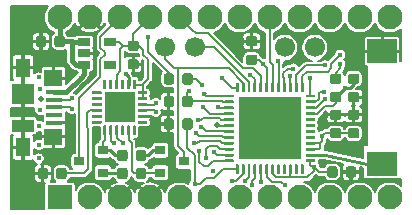
<source format=gbr>
G04 #@! TF.GenerationSoftware,KiCad,Pcbnew,5.1.5+dfsg1-2build2*
G04 #@! TF.CreationDate,2021-03-15T22:22:59+01:00*
G04 #@! TF.ProjectId,ProMicro_ESP,50726f4d-6963-4726-9f5f-4553502e6b69,v1.0*
G04 #@! TF.SameCoordinates,Original*
G04 #@! TF.FileFunction,Copper,L1,Top*
G04 #@! TF.FilePolarity,Positive*
%FSLAX46Y46*%
G04 Gerber Fmt 4.6, Leading zero omitted, Abs format (unit mm)*
G04 Created by KiCad*
%MOMM*%
%LPD*%
G04 APERTURE LIST*
%ADD10R,2.500000X2.000000*%
%ADD11C,0.100000*%
%ADD12C,1.700000*%
%ADD13R,1.900000X1.000000*%
%ADD14R,1.900000X1.800000*%
%ADD15R,1.300000X1.650000*%
%ADD16R,1.550000X1.425000*%
%ADD17R,1.380000X0.450000*%
%ADD18R,1.060000X0.650000*%
%ADD19R,0.900000X0.800000*%
%ADD20R,2.600000X2.600000*%
%ADD21C,2.100000*%
%ADD22R,2.100000X2.100000*%
%ADD23R,5.300000X5.300000*%
%ADD24C,0.500000*%
%ADD25C,0.450000*%
%ADD26C,0.200000*%
%ADD27C,0.250000*%
%ADD28C,0.150000*%
%ADD29C,0.400000*%
G04 APERTURE END LIST*
D10*
X151765000Y-92380000D03*
X151765000Y-82880000D03*
G04 #@! TA.AperFunction,SMDPad,CuDef*
D11*
G36*
X135520691Y-84743053D02*
G01*
X135541926Y-84746203D01*
X135562750Y-84751419D01*
X135582962Y-84758651D01*
X135602368Y-84767830D01*
X135620781Y-84778866D01*
X135638024Y-84791654D01*
X135653930Y-84806070D01*
X135668346Y-84821976D01*
X135681134Y-84839219D01*
X135692170Y-84857632D01*
X135701349Y-84877038D01*
X135708581Y-84897250D01*
X135713797Y-84918074D01*
X135716947Y-84939309D01*
X135718000Y-84960750D01*
X135718000Y-85473250D01*
X135716947Y-85494691D01*
X135713797Y-85515926D01*
X135708581Y-85536750D01*
X135701349Y-85556962D01*
X135692170Y-85576368D01*
X135681134Y-85594781D01*
X135668346Y-85612024D01*
X135653930Y-85627930D01*
X135638024Y-85642346D01*
X135620781Y-85655134D01*
X135602368Y-85666170D01*
X135582962Y-85675349D01*
X135562750Y-85682581D01*
X135541926Y-85687797D01*
X135520691Y-85690947D01*
X135499250Y-85692000D01*
X135061750Y-85692000D01*
X135040309Y-85690947D01*
X135019074Y-85687797D01*
X134998250Y-85682581D01*
X134978038Y-85675349D01*
X134958632Y-85666170D01*
X134940219Y-85655134D01*
X134922976Y-85642346D01*
X134907070Y-85627930D01*
X134892654Y-85612024D01*
X134879866Y-85594781D01*
X134868830Y-85576368D01*
X134859651Y-85556962D01*
X134852419Y-85536750D01*
X134847203Y-85515926D01*
X134844053Y-85494691D01*
X134843000Y-85473250D01*
X134843000Y-84960750D01*
X134844053Y-84939309D01*
X134847203Y-84918074D01*
X134852419Y-84897250D01*
X134859651Y-84877038D01*
X134868830Y-84857632D01*
X134879866Y-84839219D01*
X134892654Y-84821976D01*
X134907070Y-84806070D01*
X134922976Y-84791654D01*
X134940219Y-84778866D01*
X134958632Y-84767830D01*
X134978038Y-84758651D01*
X134998250Y-84751419D01*
X135019074Y-84746203D01*
X135040309Y-84743053D01*
X135061750Y-84742000D01*
X135499250Y-84742000D01*
X135520691Y-84743053D01*
G37*
G04 #@! TD.AperFunction*
G04 #@! TA.AperFunction,SMDPad,CuDef*
G36*
X133945691Y-84743053D02*
G01*
X133966926Y-84746203D01*
X133987750Y-84751419D01*
X134007962Y-84758651D01*
X134027368Y-84767830D01*
X134045781Y-84778866D01*
X134063024Y-84791654D01*
X134078930Y-84806070D01*
X134093346Y-84821976D01*
X134106134Y-84839219D01*
X134117170Y-84857632D01*
X134126349Y-84877038D01*
X134133581Y-84897250D01*
X134138797Y-84918074D01*
X134141947Y-84939309D01*
X134143000Y-84960750D01*
X134143000Y-85473250D01*
X134141947Y-85494691D01*
X134138797Y-85515926D01*
X134133581Y-85536750D01*
X134126349Y-85556962D01*
X134117170Y-85576368D01*
X134106134Y-85594781D01*
X134093346Y-85612024D01*
X134078930Y-85627930D01*
X134063024Y-85642346D01*
X134045781Y-85655134D01*
X134027368Y-85666170D01*
X134007962Y-85675349D01*
X133987750Y-85682581D01*
X133966926Y-85687797D01*
X133945691Y-85690947D01*
X133924250Y-85692000D01*
X133486750Y-85692000D01*
X133465309Y-85690947D01*
X133444074Y-85687797D01*
X133423250Y-85682581D01*
X133403038Y-85675349D01*
X133383632Y-85666170D01*
X133365219Y-85655134D01*
X133347976Y-85642346D01*
X133332070Y-85627930D01*
X133317654Y-85612024D01*
X133304866Y-85594781D01*
X133293830Y-85576368D01*
X133284651Y-85556962D01*
X133277419Y-85536750D01*
X133272203Y-85515926D01*
X133269053Y-85494691D01*
X133268000Y-85473250D01*
X133268000Y-84960750D01*
X133269053Y-84939309D01*
X133272203Y-84918074D01*
X133277419Y-84897250D01*
X133284651Y-84877038D01*
X133293830Y-84857632D01*
X133304866Y-84839219D01*
X133317654Y-84821976D01*
X133332070Y-84806070D01*
X133347976Y-84791654D01*
X133365219Y-84778866D01*
X133383632Y-84767830D01*
X133403038Y-84758651D01*
X133423250Y-84751419D01*
X133444074Y-84746203D01*
X133465309Y-84743053D01*
X133486750Y-84742000D01*
X133924250Y-84742000D01*
X133945691Y-84743053D01*
G37*
G04 #@! TD.AperFunction*
G04 #@! TA.AperFunction,SMDPad,CuDef*
G36*
X130008691Y-91220053D02*
G01*
X130029926Y-91223203D01*
X130050750Y-91228419D01*
X130070962Y-91235651D01*
X130090368Y-91244830D01*
X130108781Y-91255866D01*
X130126024Y-91268654D01*
X130141930Y-91283070D01*
X130156346Y-91298976D01*
X130169134Y-91316219D01*
X130180170Y-91334632D01*
X130189349Y-91354038D01*
X130196581Y-91374250D01*
X130201797Y-91395074D01*
X130204947Y-91416309D01*
X130206000Y-91437750D01*
X130206000Y-91950250D01*
X130204947Y-91971691D01*
X130201797Y-91992926D01*
X130196581Y-92013750D01*
X130189349Y-92033962D01*
X130180170Y-92053368D01*
X130169134Y-92071781D01*
X130156346Y-92089024D01*
X130141930Y-92104930D01*
X130126024Y-92119346D01*
X130108781Y-92132134D01*
X130090368Y-92143170D01*
X130070962Y-92152349D01*
X130050750Y-92159581D01*
X130029926Y-92164797D01*
X130008691Y-92167947D01*
X129987250Y-92169000D01*
X129549750Y-92169000D01*
X129528309Y-92167947D01*
X129507074Y-92164797D01*
X129486250Y-92159581D01*
X129466038Y-92152349D01*
X129446632Y-92143170D01*
X129428219Y-92132134D01*
X129410976Y-92119346D01*
X129395070Y-92104930D01*
X129380654Y-92089024D01*
X129367866Y-92071781D01*
X129356830Y-92053368D01*
X129347651Y-92033962D01*
X129340419Y-92013750D01*
X129335203Y-91992926D01*
X129332053Y-91971691D01*
X129331000Y-91950250D01*
X129331000Y-91437750D01*
X129332053Y-91416309D01*
X129335203Y-91395074D01*
X129340419Y-91374250D01*
X129347651Y-91354038D01*
X129356830Y-91334632D01*
X129367866Y-91316219D01*
X129380654Y-91298976D01*
X129395070Y-91283070D01*
X129410976Y-91268654D01*
X129428219Y-91255866D01*
X129446632Y-91244830D01*
X129466038Y-91235651D01*
X129486250Y-91228419D01*
X129507074Y-91223203D01*
X129528309Y-91220053D01*
X129549750Y-91219000D01*
X129987250Y-91219000D01*
X130008691Y-91220053D01*
G37*
G04 #@! TD.AperFunction*
G04 #@! TA.AperFunction,SMDPad,CuDef*
G36*
X131583691Y-91220053D02*
G01*
X131604926Y-91223203D01*
X131625750Y-91228419D01*
X131645962Y-91235651D01*
X131665368Y-91244830D01*
X131683781Y-91255866D01*
X131701024Y-91268654D01*
X131716930Y-91283070D01*
X131731346Y-91298976D01*
X131744134Y-91316219D01*
X131755170Y-91334632D01*
X131764349Y-91354038D01*
X131771581Y-91374250D01*
X131776797Y-91395074D01*
X131779947Y-91416309D01*
X131781000Y-91437750D01*
X131781000Y-91950250D01*
X131779947Y-91971691D01*
X131776797Y-91992926D01*
X131771581Y-92013750D01*
X131764349Y-92033962D01*
X131755170Y-92053368D01*
X131744134Y-92071781D01*
X131731346Y-92089024D01*
X131716930Y-92104930D01*
X131701024Y-92119346D01*
X131683781Y-92132134D01*
X131665368Y-92143170D01*
X131645962Y-92152349D01*
X131625750Y-92159581D01*
X131604926Y-92164797D01*
X131583691Y-92167947D01*
X131562250Y-92169000D01*
X131124750Y-92169000D01*
X131103309Y-92167947D01*
X131082074Y-92164797D01*
X131061250Y-92159581D01*
X131041038Y-92152349D01*
X131021632Y-92143170D01*
X131003219Y-92132134D01*
X130985976Y-92119346D01*
X130970070Y-92104930D01*
X130955654Y-92089024D01*
X130942866Y-92071781D01*
X130931830Y-92053368D01*
X130922651Y-92033962D01*
X130915419Y-92013750D01*
X130910203Y-91992926D01*
X130907053Y-91971691D01*
X130906000Y-91950250D01*
X130906000Y-91437750D01*
X130907053Y-91416309D01*
X130910203Y-91395074D01*
X130915419Y-91374250D01*
X130922651Y-91354038D01*
X130931830Y-91334632D01*
X130942866Y-91316219D01*
X130955654Y-91298976D01*
X130970070Y-91283070D01*
X130985976Y-91268654D01*
X131003219Y-91255866D01*
X131021632Y-91244830D01*
X131041038Y-91235651D01*
X131061250Y-91228419D01*
X131082074Y-91223203D01*
X131103309Y-91220053D01*
X131124750Y-91219000D01*
X131562250Y-91219000D01*
X131583691Y-91220053D01*
G37*
G04 #@! TD.AperFunction*
G04 #@! TA.AperFunction,SMDPad,CuDef*
G36*
X148105691Y-86330053D02*
G01*
X148126926Y-86333203D01*
X148147750Y-86338419D01*
X148167962Y-86345651D01*
X148187368Y-86354830D01*
X148205781Y-86365866D01*
X148223024Y-86378654D01*
X148238930Y-86393070D01*
X148253346Y-86408976D01*
X148266134Y-86426219D01*
X148277170Y-86444632D01*
X148286349Y-86464038D01*
X148293581Y-86484250D01*
X148298797Y-86505074D01*
X148301947Y-86526309D01*
X148303000Y-86547750D01*
X148303000Y-86985250D01*
X148301947Y-87006691D01*
X148298797Y-87027926D01*
X148293581Y-87048750D01*
X148286349Y-87068962D01*
X148277170Y-87088368D01*
X148266134Y-87106781D01*
X148253346Y-87124024D01*
X148238930Y-87139930D01*
X148223024Y-87154346D01*
X148205781Y-87167134D01*
X148187368Y-87178170D01*
X148167962Y-87187349D01*
X148147750Y-87194581D01*
X148126926Y-87199797D01*
X148105691Y-87202947D01*
X148084250Y-87204000D01*
X147571750Y-87204000D01*
X147550309Y-87202947D01*
X147529074Y-87199797D01*
X147508250Y-87194581D01*
X147488038Y-87187349D01*
X147468632Y-87178170D01*
X147450219Y-87167134D01*
X147432976Y-87154346D01*
X147417070Y-87139930D01*
X147402654Y-87124024D01*
X147389866Y-87106781D01*
X147378830Y-87088368D01*
X147369651Y-87068962D01*
X147362419Y-87048750D01*
X147357203Y-87027926D01*
X147354053Y-87006691D01*
X147353000Y-86985250D01*
X147353000Y-86547750D01*
X147354053Y-86526309D01*
X147357203Y-86505074D01*
X147362419Y-86484250D01*
X147369651Y-86464038D01*
X147378830Y-86444632D01*
X147389866Y-86426219D01*
X147402654Y-86408976D01*
X147417070Y-86393070D01*
X147432976Y-86378654D01*
X147450219Y-86365866D01*
X147468632Y-86354830D01*
X147488038Y-86345651D01*
X147508250Y-86338419D01*
X147529074Y-86333203D01*
X147550309Y-86330053D01*
X147571750Y-86329000D01*
X148084250Y-86329000D01*
X148105691Y-86330053D01*
G37*
G04 #@! TD.AperFunction*
G04 #@! TA.AperFunction,SMDPad,CuDef*
G36*
X148105691Y-84755053D02*
G01*
X148126926Y-84758203D01*
X148147750Y-84763419D01*
X148167962Y-84770651D01*
X148187368Y-84779830D01*
X148205781Y-84790866D01*
X148223024Y-84803654D01*
X148238930Y-84818070D01*
X148253346Y-84833976D01*
X148266134Y-84851219D01*
X148277170Y-84869632D01*
X148286349Y-84889038D01*
X148293581Y-84909250D01*
X148298797Y-84930074D01*
X148301947Y-84951309D01*
X148303000Y-84972750D01*
X148303000Y-85410250D01*
X148301947Y-85431691D01*
X148298797Y-85452926D01*
X148293581Y-85473750D01*
X148286349Y-85493962D01*
X148277170Y-85513368D01*
X148266134Y-85531781D01*
X148253346Y-85549024D01*
X148238930Y-85564930D01*
X148223024Y-85579346D01*
X148205781Y-85592134D01*
X148187368Y-85603170D01*
X148167962Y-85612349D01*
X148147750Y-85619581D01*
X148126926Y-85624797D01*
X148105691Y-85627947D01*
X148084250Y-85629000D01*
X147571750Y-85629000D01*
X147550309Y-85627947D01*
X147529074Y-85624797D01*
X147508250Y-85619581D01*
X147488038Y-85612349D01*
X147468632Y-85603170D01*
X147450219Y-85592134D01*
X147432976Y-85579346D01*
X147417070Y-85564930D01*
X147402654Y-85549024D01*
X147389866Y-85531781D01*
X147378830Y-85513368D01*
X147369651Y-85493962D01*
X147362419Y-85473750D01*
X147357203Y-85452926D01*
X147354053Y-85431691D01*
X147353000Y-85410250D01*
X147353000Y-84972750D01*
X147354053Y-84951309D01*
X147357203Y-84930074D01*
X147362419Y-84909250D01*
X147369651Y-84889038D01*
X147378830Y-84869632D01*
X147389866Y-84851219D01*
X147402654Y-84833976D01*
X147417070Y-84818070D01*
X147432976Y-84803654D01*
X147450219Y-84790866D01*
X147468632Y-84779830D01*
X147488038Y-84770651D01*
X147508250Y-84763419D01*
X147529074Y-84758203D01*
X147550309Y-84755053D01*
X147571750Y-84754000D01*
X148084250Y-84754000D01*
X148105691Y-84755053D01*
G37*
G04 #@! TD.AperFunction*
G04 #@! TA.AperFunction,SMDPad,CuDef*
G36*
X131583691Y-92744053D02*
G01*
X131604926Y-92747203D01*
X131625750Y-92752419D01*
X131645962Y-92759651D01*
X131665368Y-92768830D01*
X131683781Y-92779866D01*
X131701024Y-92792654D01*
X131716930Y-92807070D01*
X131731346Y-92822976D01*
X131744134Y-92840219D01*
X131755170Y-92858632D01*
X131764349Y-92878038D01*
X131771581Y-92898250D01*
X131776797Y-92919074D01*
X131779947Y-92940309D01*
X131781000Y-92961750D01*
X131781000Y-93474250D01*
X131779947Y-93495691D01*
X131776797Y-93516926D01*
X131771581Y-93537750D01*
X131764349Y-93557962D01*
X131755170Y-93577368D01*
X131744134Y-93595781D01*
X131731346Y-93613024D01*
X131716930Y-93628930D01*
X131701024Y-93643346D01*
X131683781Y-93656134D01*
X131665368Y-93667170D01*
X131645962Y-93676349D01*
X131625750Y-93683581D01*
X131604926Y-93688797D01*
X131583691Y-93691947D01*
X131562250Y-93693000D01*
X131124750Y-93693000D01*
X131103309Y-93691947D01*
X131082074Y-93688797D01*
X131061250Y-93683581D01*
X131041038Y-93676349D01*
X131021632Y-93667170D01*
X131003219Y-93656134D01*
X130985976Y-93643346D01*
X130970070Y-93628930D01*
X130955654Y-93613024D01*
X130942866Y-93595781D01*
X130931830Y-93577368D01*
X130922651Y-93557962D01*
X130915419Y-93537750D01*
X130910203Y-93516926D01*
X130907053Y-93495691D01*
X130906000Y-93474250D01*
X130906000Y-92961750D01*
X130907053Y-92940309D01*
X130910203Y-92919074D01*
X130915419Y-92898250D01*
X130922651Y-92878038D01*
X130931830Y-92858632D01*
X130942866Y-92840219D01*
X130955654Y-92822976D01*
X130970070Y-92807070D01*
X130985976Y-92792654D01*
X131003219Y-92779866D01*
X131021632Y-92768830D01*
X131041038Y-92759651D01*
X131061250Y-92752419D01*
X131082074Y-92747203D01*
X131103309Y-92744053D01*
X131124750Y-92743000D01*
X131562250Y-92743000D01*
X131583691Y-92744053D01*
G37*
G04 #@! TD.AperFunction*
G04 #@! TA.AperFunction,SMDPad,CuDef*
G36*
X130008691Y-92744053D02*
G01*
X130029926Y-92747203D01*
X130050750Y-92752419D01*
X130070962Y-92759651D01*
X130090368Y-92768830D01*
X130108781Y-92779866D01*
X130126024Y-92792654D01*
X130141930Y-92807070D01*
X130156346Y-92822976D01*
X130169134Y-92840219D01*
X130180170Y-92858632D01*
X130189349Y-92878038D01*
X130196581Y-92898250D01*
X130201797Y-92919074D01*
X130204947Y-92940309D01*
X130206000Y-92961750D01*
X130206000Y-93474250D01*
X130204947Y-93495691D01*
X130201797Y-93516926D01*
X130196581Y-93537750D01*
X130189349Y-93557962D01*
X130180170Y-93577368D01*
X130169134Y-93595781D01*
X130156346Y-93613024D01*
X130141930Y-93628930D01*
X130126024Y-93643346D01*
X130108781Y-93656134D01*
X130090368Y-93667170D01*
X130070962Y-93676349D01*
X130050750Y-93683581D01*
X130029926Y-93688797D01*
X130008691Y-93691947D01*
X129987250Y-93693000D01*
X129549750Y-93693000D01*
X129528309Y-93691947D01*
X129507074Y-93688797D01*
X129486250Y-93683581D01*
X129466038Y-93676349D01*
X129446632Y-93667170D01*
X129428219Y-93656134D01*
X129410976Y-93643346D01*
X129395070Y-93628930D01*
X129380654Y-93613024D01*
X129367866Y-93595781D01*
X129356830Y-93577368D01*
X129347651Y-93557962D01*
X129340419Y-93537750D01*
X129335203Y-93516926D01*
X129332053Y-93495691D01*
X129331000Y-93474250D01*
X129331000Y-92961750D01*
X129332053Y-92940309D01*
X129335203Y-92919074D01*
X129340419Y-92898250D01*
X129347651Y-92878038D01*
X129356830Y-92858632D01*
X129367866Y-92840219D01*
X129380654Y-92822976D01*
X129395070Y-92807070D01*
X129410976Y-92792654D01*
X129428219Y-92779866D01*
X129446632Y-92768830D01*
X129466038Y-92759651D01*
X129486250Y-92752419D01*
X129507074Y-92747203D01*
X129528309Y-92744053D01*
X129549750Y-92743000D01*
X129987250Y-92743000D01*
X130008691Y-92744053D01*
G37*
G04 #@! TD.AperFunction*
G04 #@! TA.AperFunction,SMDPad,CuDef*
G36*
X149629691Y-86330053D02*
G01*
X149650926Y-86333203D01*
X149671750Y-86338419D01*
X149691962Y-86345651D01*
X149711368Y-86354830D01*
X149729781Y-86365866D01*
X149747024Y-86378654D01*
X149762930Y-86393070D01*
X149777346Y-86408976D01*
X149790134Y-86426219D01*
X149801170Y-86444632D01*
X149810349Y-86464038D01*
X149817581Y-86484250D01*
X149822797Y-86505074D01*
X149825947Y-86526309D01*
X149827000Y-86547750D01*
X149827000Y-86985250D01*
X149825947Y-87006691D01*
X149822797Y-87027926D01*
X149817581Y-87048750D01*
X149810349Y-87068962D01*
X149801170Y-87088368D01*
X149790134Y-87106781D01*
X149777346Y-87124024D01*
X149762930Y-87139930D01*
X149747024Y-87154346D01*
X149729781Y-87167134D01*
X149711368Y-87178170D01*
X149691962Y-87187349D01*
X149671750Y-87194581D01*
X149650926Y-87199797D01*
X149629691Y-87202947D01*
X149608250Y-87204000D01*
X149095750Y-87204000D01*
X149074309Y-87202947D01*
X149053074Y-87199797D01*
X149032250Y-87194581D01*
X149012038Y-87187349D01*
X148992632Y-87178170D01*
X148974219Y-87167134D01*
X148956976Y-87154346D01*
X148941070Y-87139930D01*
X148926654Y-87124024D01*
X148913866Y-87106781D01*
X148902830Y-87088368D01*
X148893651Y-87068962D01*
X148886419Y-87048750D01*
X148881203Y-87027926D01*
X148878053Y-87006691D01*
X148877000Y-86985250D01*
X148877000Y-86547750D01*
X148878053Y-86526309D01*
X148881203Y-86505074D01*
X148886419Y-86484250D01*
X148893651Y-86464038D01*
X148902830Y-86444632D01*
X148913866Y-86426219D01*
X148926654Y-86408976D01*
X148941070Y-86393070D01*
X148956976Y-86378654D01*
X148974219Y-86365866D01*
X148992632Y-86354830D01*
X149012038Y-86345651D01*
X149032250Y-86338419D01*
X149053074Y-86333203D01*
X149074309Y-86330053D01*
X149095750Y-86329000D01*
X149608250Y-86329000D01*
X149629691Y-86330053D01*
G37*
G04 #@! TD.AperFunction*
G04 #@! TA.AperFunction,SMDPad,CuDef*
G36*
X149629691Y-84755053D02*
G01*
X149650926Y-84758203D01*
X149671750Y-84763419D01*
X149691962Y-84770651D01*
X149711368Y-84779830D01*
X149729781Y-84790866D01*
X149747024Y-84803654D01*
X149762930Y-84818070D01*
X149777346Y-84833976D01*
X149790134Y-84851219D01*
X149801170Y-84869632D01*
X149810349Y-84889038D01*
X149817581Y-84909250D01*
X149822797Y-84930074D01*
X149825947Y-84951309D01*
X149827000Y-84972750D01*
X149827000Y-85410250D01*
X149825947Y-85431691D01*
X149822797Y-85452926D01*
X149817581Y-85473750D01*
X149810349Y-85493962D01*
X149801170Y-85513368D01*
X149790134Y-85531781D01*
X149777346Y-85549024D01*
X149762930Y-85564930D01*
X149747024Y-85579346D01*
X149729781Y-85592134D01*
X149711368Y-85603170D01*
X149691962Y-85612349D01*
X149671750Y-85619581D01*
X149650926Y-85624797D01*
X149629691Y-85627947D01*
X149608250Y-85629000D01*
X149095750Y-85629000D01*
X149074309Y-85627947D01*
X149053074Y-85624797D01*
X149032250Y-85619581D01*
X149012038Y-85612349D01*
X148992632Y-85603170D01*
X148974219Y-85592134D01*
X148956976Y-85579346D01*
X148941070Y-85564930D01*
X148926654Y-85549024D01*
X148913866Y-85531781D01*
X148902830Y-85513368D01*
X148893651Y-85493962D01*
X148886419Y-85473750D01*
X148881203Y-85452926D01*
X148878053Y-85431691D01*
X148877000Y-85410250D01*
X148877000Y-84972750D01*
X148878053Y-84951309D01*
X148881203Y-84930074D01*
X148886419Y-84909250D01*
X148893651Y-84889038D01*
X148902830Y-84869632D01*
X148913866Y-84851219D01*
X148926654Y-84833976D01*
X148941070Y-84818070D01*
X148956976Y-84803654D01*
X148974219Y-84790866D01*
X148992632Y-84779830D01*
X149012038Y-84770651D01*
X149032250Y-84763419D01*
X149053074Y-84758203D01*
X149074309Y-84755053D01*
X149095750Y-84754000D01*
X149608250Y-84754000D01*
X149629691Y-84755053D01*
G37*
G04 #@! TD.AperFunction*
G04 #@! TA.AperFunction,SMDPad,CuDef*
G36*
X130960691Y-83536053D02*
G01*
X130981926Y-83539203D01*
X131002750Y-83544419D01*
X131022962Y-83551651D01*
X131042368Y-83560830D01*
X131060781Y-83571866D01*
X131078024Y-83584654D01*
X131093930Y-83599070D01*
X131108346Y-83614976D01*
X131121134Y-83632219D01*
X131132170Y-83650632D01*
X131141349Y-83670038D01*
X131148581Y-83690250D01*
X131153797Y-83711074D01*
X131156947Y-83732309D01*
X131158000Y-83753750D01*
X131158000Y-84191250D01*
X131156947Y-84212691D01*
X131153797Y-84233926D01*
X131148581Y-84254750D01*
X131141349Y-84274962D01*
X131132170Y-84294368D01*
X131121134Y-84312781D01*
X131108346Y-84330024D01*
X131093930Y-84345930D01*
X131078024Y-84360346D01*
X131060781Y-84373134D01*
X131042368Y-84384170D01*
X131022962Y-84393349D01*
X131002750Y-84400581D01*
X130981926Y-84405797D01*
X130960691Y-84408947D01*
X130939250Y-84410000D01*
X130426750Y-84410000D01*
X130405309Y-84408947D01*
X130384074Y-84405797D01*
X130363250Y-84400581D01*
X130343038Y-84393349D01*
X130323632Y-84384170D01*
X130305219Y-84373134D01*
X130287976Y-84360346D01*
X130272070Y-84345930D01*
X130257654Y-84330024D01*
X130244866Y-84312781D01*
X130233830Y-84294368D01*
X130224651Y-84274962D01*
X130217419Y-84254750D01*
X130212203Y-84233926D01*
X130209053Y-84212691D01*
X130208000Y-84191250D01*
X130208000Y-83753750D01*
X130209053Y-83732309D01*
X130212203Y-83711074D01*
X130217419Y-83690250D01*
X130224651Y-83670038D01*
X130233830Y-83650632D01*
X130244866Y-83632219D01*
X130257654Y-83614976D01*
X130272070Y-83599070D01*
X130287976Y-83584654D01*
X130305219Y-83571866D01*
X130323632Y-83560830D01*
X130343038Y-83551651D01*
X130363250Y-83544419D01*
X130384074Y-83539203D01*
X130405309Y-83536053D01*
X130426750Y-83535000D01*
X130939250Y-83535000D01*
X130960691Y-83536053D01*
G37*
G04 #@! TD.AperFunction*
G04 #@! TA.AperFunction,SMDPad,CuDef*
G36*
X130960691Y-81961053D02*
G01*
X130981926Y-81964203D01*
X131002750Y-81969419D01*
X131022962Y-81976651D01*
X131042368Y-81985830D01*
X131060781Y-81996866D01*
X131078024Y-82009654D01*
X131093930Y-82024070D01*
X131108346Y-82039976D01*
X131121134Y-82057219D01*
X131132170Y-82075632D01*
X131141349Y-82095038D01*
X131148581Y-82115250D01*
X131153797Y-82136074D01*
X131156947Y-82157309D01*
X131158000Y-82178750D01*
X131158000Y-82616250D01*
X131156947Y-82637691D01*
X131153797Y-82658926D01*
X131148581Y-82679750D01*
X131141349Y-82699962D01*
X131132170Y-82719368D01*
X131121134Y-82737781D01*
X131108346Y-82755024D01*
X131093930Y-82770930D01*
X131078024Y-82785346D01*
X131060781Y-82798134D01*
X131042368Y-82809170D01*
X131022962Y-82818349D01*
X131002750Y-82825581D01*
X130981926Y-82830797D01*
X130960691Y-82833947D01*
X130939250Y-82835000D01*
X130426750Y-82835000D01*
X130405309Y-82833947D01*
X130384074Y-82830797D01*
X130363250Y-82825581D01*
X130343038Y-82818349D01*
X130323632Y-82809170D01*
X130305219Y-82798134D01*
X130287976Y-82785346D01*
X130272070Y-82770930D01*
X130257654Y-82755024D01*
X130244866Y-82737781D01*
X130233830Y-82719368D01*
X130224651Y-82699962D01*
X130217419Y-82679750D01*
X130212203Y-82658926D01*
X130209053Y-82637691D01*
X130208000Y-82616250D01*
X130208000Y-82178750D01*
X130209053Y-82157309D01*
X130212203Y-82136074D01*
X130217419Y-82115250D01*
X130224651Y-82095038D01*
X130233830Y-82075632D01*
X130244866Y-82057219D01*
X130257654Y-82039976D01*
X130272070Y-82024070D01*
X130287976Y-82009654D01*
X130305219Y-81996866D01*
X130323632Y-81985830D01*
X130343038Y-81976651D01*
X130363250Y-81969419D01*
X130384074Y-81964203D01*
X130405309Y-81961053D01*
X130426750Y-81960000D01*
X130939250Y-81960000D01*
X130960691Y-81961053D01*
G37*
G04 #@! TD.AperFunction*
G04 #@! TA.AperFunction,SMDPad,CuDef*
G36*
X149629691Y-87803053D02*
G01*
X149650926Y-87806203D01*
X149671750Y-87811419D01*
X149691962Y-87818651D01*
X149711368Y-87827830D01*
X149729781Y-87838866D01*
X149747024Y-87851654D01*
X149762930Y-87866070D01*
X149777346Y-87881976D01*
X149790134Y-87899219D01*
X149801170Y-87917632D01*
X149810349Y-87937038D01*
X149817581Y-87957250D01*
X149822797Y-87978074D01*
X149825947Y-87999309D01*
X149827000Y-88020750D01*
X149827000Y-88458250D01*
X149825947Y-88479691D01*
X149822797Y-88500926D01*
X149817581Y-88521750D01*
X149810349Y-88541962D01*
X149801170Y-88561368D01*
X149790134Y-88579781D01*
X149777346Y-88597024D01*
X149762930Y-88612930D01*
X149747024Y-88627346D01*
X149729781Y-88640134D01*
X149711368Y-88651170D01*
X149691962Y-88660349D01*
X149671750Y-88667581D01*
X149650926Y-88672797D01*
X149629691Y-88675947D01*
X149608250Y-88677000D01*
X149095750Y-88677000D01*
X149074309Y-88675947D01*
X149053074Y-88672797D01*
X149032250Y-88667581D01*
X149012038Y-88660349D01*
X148992632Y-88651170D01*
X148974219Y-88640134D01*
X148956976Y-88627346D01*
X148941070Y-88612930D01*
X148926654Y-88597024D01*
X148913866Y-88579781D01*
X148902830Y-88561368D01*
X148893651Y-88541962D01*
X148886419Y-88521750D01*
X148881203Y-88500926D01*
X148878053Y-88479691D01*
X148877000Y-88458250D01*
X148877000Y-88020750D01*
X148878053Y-87999309D01*
X148881203Y-87978074D01*
X148886419Y-87957250D01*
X148893651Y-87937038D01*
X148902830Y-87917632D01*
X148913866Y-87899219D01*
X148926654Y-87881976D01*
X148941070Y-87866070D01*
X148956976Y-87851654D01*
X148974219Y-87838866D01*
X148992632Y-87827830D01*
X149012038Y-87818651D01*
X149032250Y-87811419D01*
X149053074Y-87806203D01*
X149074309Y-87803053D01*
X149095750Y-87802000D01*
X149608250Y-87802000D01*
X149629691Y-87803053D01*
G37*
G04 #@! TD.AperFunction*
G04 #@! TA.AperFunction,SMDPad,CuDef*
G36*
X149629691Y-89378053D02*
G01*
X149650926Y-89381203D01*
X149671750Y-89386419D01*
X149691962Y-89393651D01*
X149711368Y-89402830D01*
X149729781Y-89413866D01*
X149747024Y-89426654D01*
X149762930Y-89441070D01*
X149777346Y-89456976D01*
X149790134Y-89474219D01*
X149801170Y-89492632D01*
X149810349Y-89512038D01*
X149817581Y-89532250D01*
X149822797Y-89553074D01*
X149825947Y-89574309D01*
X149827000Y-89595750D01*
X149827000Y-90033250D01*
X149825947Y-90054691D01*
X149822797Y-90075926D01*
X149817581Y-90096750D01*
X149810349Y-90116962D01*
X149801170Y-90136368D01*
X149790134Y-90154781D01*
X149777346Y-90172024D01*
X149762930Y-90187930D01*
X149747024Y-90202346D01*
X149729781Y-90215134D01*
X149711368Y-90226170D01*
X149691962Y-90235349D01*
X149671750Y-90242581D01*
X149650926Y-90247797D01*
X149629691Y-90250947D01*
X149608250Y-90252000D01*
X149095750Y-90252000D01*
X149074309Y-90250947D01*
X149053074Y-90247797D01*
X149032250Y-90242581D01*
X149012038Y-90235349D01*
X148992632Y-90226170D01*
X148974219Y-90215134D01*
X148956976Y-90202346D01*
X148941070Y-90187930D01*
X148926654Y-90172024D01*
X148913866Y-90154781D01*
X148902830Y-90136368D01*
X148893651Y-90116962D01*
X148886419Y-90096750D01*
X148881203Y-90075926D01*
X148878053Y-90054691D01*
X148877000Y-90033250D01*
X148877000Y-89595750D01*
X148878053Y-89574309D01*
X148881203Y-89553074D01*
X148886419Y-89532250D01*
X148893651Y-89512038D01*
X148902830Y-89492632D01*
X148913866Y-89474219D01*
X148926654Y-89456976D01*
X148941070Y-89441070D01*
X148956976Y-89426654D01*
X148974219Y-89413866D01*
X148992632Y-89402830D01*
X149012038Y-89393651D01*
X149032250Y-89386419D01*
X149053074Y-89381203D01*
X149074309Y-89378053D01*
X149095750Y-89377000D01*
X149608250Y-89377000D01*
X149629691Y-89378053D01*
G37*
G04 #@! TD.AperFunction*
G04 #@! TA.AperFunction,SMDPad,CuDef*
G36*
X123125191Y-81568053D02*
G01*
X123146426Y-81571203D01*
X123167250Y-81576419D01*
X123187462Y-81583651D01*
X123206868Y-81592830D01*
X123225281Y-81603866D01*
X123242524Y-81616654D01*
X123258430Y-81631070D01*
X123272846Y-81646976D01*
X123285634Y-81664219D01*
X123296670Y-81682632D01*
X123305849Y-81702038D01*
X123313081Y-81722250D01*
X123318297Y-81743074D01*
X123321447Y-81764309D01*
X123322500Y-81785750D01*
X123322500Y-82298250D01*
X123321447Y-82319691D01*
X123318297Y-82340926D01*
X123313081Y-82361750D01*
X123305849Y-82381962D01*
X123296670Y-82401368D01*
X123285634Y-82419781D01*
X123272846Y-82437024D01*
X123258430Y-82452930D01*
X123242524Y-82467346D01*
X123225281Y-82480134D01*
X123206868Y-82491170D01*
X123187462Y-82500349D01*
X123167250Y-82507581D01*
X123146426Y-82512797D01*
X123125191Y-82515947D01*
X123103750Y-82517000D01*
X122666250Y-82517000D01*
X122644809Y-82515947D01*
X122623574Y-82512797D01*
X122602750Y-82507581D01*
X122582538Y-82500349D01*
X122563132Y-82491170D01*
X122544719Y-82480134D01*
X122527476Y-82467346D01*
X122511570Y-82452930D01*
X122497154Y-82437024D01*
X122484366Y-82419781D01*
X122473330Y-82401368D01*
X122464151Y-82381962D01*
X122456919Y-82361750D01*
X122451703Y-82340926D01*
X122448553Y-82319691D01*
X122447500Y-82298250D01*
X122447500Y-81785750D01*
X122448553Y-81764309D01*
X122451703Y-81743074D01*
X122456919Y-81722250D01*
X122464151Y-81702038D01*
X122473330Y-81682632D01*
X122484366Y-81664219D01*
X122497154Y-81646976D01*
X122511570Y-81631070D01*
X122527476Y-81616654D01*
X122544719Y-81603866D01*
X122563132Y-81592830D01*
X122582538Y-81583651D01*
X122602750Y-81576419D01*
X122623574Y-81571203D01*
X122644809Y-81568053D01*
X122666250Y-81567000D01*
X123103750Y-81567000D01*
X123125191Y-81568053D01*
G37*
G04 #@! TD.AperFunction*
G04 #@! TA.AperFunction,SMDPad,CuDef*
G36*
X124700191Y-81568053D02*
G01*
X124721426Y-81571203D01*
X124742250Y-81576419D01*
X124762462Y-81583651D01*
X124781868Y-81592830D01*
X124800281Y-81603866D01*
X124817524Y-81616654D01*
X124833430Y-81631070D01*
X124847846Y-81646976D01*
X124860634Y-81664219D01*
X124871670Y-81682632D01*
X124880849Y-81702038D01*
X124888081Y-81722250D01*
X124893297Y-81743074D01*
X124896447Y-81764309D01*
X124897500Y-81785750D01*
X124897500Y-82298250D01*
X124896447Y-82319691D01*
X124893297Y-82340926D01*
X124888081Y-82361750D01*
X124880849Y-82381962D01*
X124871670Y-82401368D01*
X124860634Y-82419781D01*
X124847846Y-82437024D01*
X124833430Y-82452930D01*
X124817524Y-82467346D01*
X124800281Y-82480134D01*
X124781868Y-82491170D01*
X124762462Y-82500349D01*
X124742250Y-82507581D01*
X124721426Y-82512797D01*
X124700191Y-82515947D01*
X124678750Y-82517000D01*
X124241250Y-82517000D01*
X124219809Y-82515947D01*
X124198574Y-82512797D01*
X124177750Y-82507581D01*
X124157538Y-82500349D01*
X124138132Y-82491170D01*
X124119719Y-82480134D01*
X124102476Y-82467346D01*
X124086570Y-82452930D01*
X124072154Y-82437024D01*
X124059366Y-82419781D01*
X124048330Y-82401368D01*
X124039151Y-82381962D01*
X124031919Y-82361750D01*
X124026703Y-82340926D01*
X124023553Y-82319691D01*
X124022500Y-82298250D01*
X124022500Y-81785750D01*
X124023553Y-81764309D01*
X124026703Y-81743074D01*
X124031919Y-81722250D01*
X124039151Y-81702038D01*
X124048330Y-81682632D01*
X124059366Y-81664219D01*
X124072154Y-81646976D01*
X124086570Y-81631070D01*
X124102476Y-81616654D01*
X124119719Y-81603866D01*
X124138132Y-81592830D01*
X124157538Y-81583651D01*
X124177750Y-81576419D01*
X124198574Y-81571203D01*
X124219809Y-81568053D01*
X124241250Y-81567000D01*
X124678750Y-81567000D01*
X124700191Y-81568053D01*
G37*
G04 #@! TD.AperFunction*
G04 #@! TA.AperFunction,SMDPad,CuDef*
G36*
X148105691Y-87803053D02*
G01*
X148126926Y-87806203D01*
X148147750Y-87811419D01*
X148167962Y-87818651D01*
X148187368Y-87827830D01*
X148205781Y-87838866D01*
X148223024Y-87851654D01*
X148238930Y-87866070D01*
X148253346Y-87881976D01*
X148266134Y-87899219D01*
X148277170Y-87917632D01*
X148286349Y-87937038D01*
X148293581Y-87957250D01*
X148298797Y-87978074D01*
X148301947Y-87999309D01*
X148303000Y-88020750D01*
X148303000Y-88458250D01*
X148301947Y-88479691D01*
X148298797Y-88500926D01*
X148293581Y-88521750D01*
X148286349Y-88541962D01*
X148277170Y-88561368D01*
X148266134Y-88579781D01*
X148253346Y-88597024D01*
X148238930Y-88612930D01*
X148223024Y-88627346D01*
X148205781Y-88640134D01*
X148187368Y-88651170D01*
X148167962Y-88660349D01*
X148147750Y-88667581D01*
X148126926Y-88672797D01*
X148105691Y-88675947D01*
X148084250Y-88677000D01*
X147571750Y-88677000D01*
X147550309Y-88675947D01*
X147529074Y-88672797D01*
X147508250Y-88667581D01*
X147488038Y-88660349D01*
X147468632Y-88651170D01*
X147450219Y-88640134D01*
X147432976Y-88627346D01*
X147417070Y-88612930D01*
X147402654Y-88597024D01*
X147389866Y-88579781D01*
X147378830Y-88561368D01*
X147369651Y-88541962D01*
X147362419Y-88521750D01*
X147357203Y-88500926D01*
X147354053Y-88479691D01*
X147353000Y-88458250D01*
X147353000Y-88020750D01*
X147354053Y-87999309D01*
X147357203Y-87978074D01*
X147362419Y-87957250D01*
X147369651Y-87937038D01*
X147378830Y-87917632D01*
X147389866Y-87899219D01*
X147402654Y-87881976D01*
X147417070Y-87866070D01*
X147432976Y-87851654D01*
X147450219Y-87838866D01*
X147468632Y-87827830D01*
X147488038Y-87818651D01*
X147508250Y-87811419D01*
X147529074Y-87806203D01*
X147550309Y-87803053D01*
X147571750Y-87802000D01*
X148084250Y-87802000D01*
X148105691Y-87803053D01*
G37*
G04 #@! TD.AperFunction*
G04 #@! TA.AperFunction,SMDPad,CuDef*
G36*
X148105691Y-89378053D02*
G01*
X148126926Y-89381203D01*
X148147750Y-89386419D01*
X148167962Y-89393651D01*
X148187368Y-89402830D01*
X148205781Y-89413866D01*
X148223024Y-89426654D01*
X148238930Y-89441070D01*
X148253346Y-89456976D01*
X148266134Y-89474219D01*
X148277170Y-89492632D01*
X148286349Y-89512038D01*
X148293581Y-89532250D01*
X148298797Y-89553074D01*
X148301947Y-89574309D01*
X148303000Y-89595750D01*
X148303000Y-90033250D01*
X148301947Y-90054691D01*
X148298797Y-90075926D01*
X148293581Y-90096750D01*
X148286349Y-90116962D01*
X148277170Y-90136368D01*
X148266134Y-90154781D01*
X148253346Y-90172024D01*
X148238930Y-90187930D01*
X148223024Y-90202346D01*
X148205781Y-90215134D01*
X148187368Y-90226170D01*
X148167962Y-90235349D01*
X148147750Y-90242581D01*
X148126926Y-90247797D01*
X148105691Y-90250947D01*
X148084250Y-90252000D01*
X147571750Y-90252000D01*
X147550309Y-90250947D01*
X147529074Y-90247797D01*
X147508250Y-90242581D01*
X147488038Y-90235349D01*
X147468632Y-90226170D01*
X147450219Y-90215134D01*
X147432976Y-90202346D01*
X147417070Y-90187930D01*
X147402654Y-90172024D01*
X147389866Y-90154781D01*
X147378830Y-90136368D01*
X147369651Y-90116962D01*
X147362419Y-90096750D01*
X147357203Y-90075926D01*
X147354053Y-90054691D01*
X147353000Y-90033250D01*
X147353000Y-89595750D01*
X147354053Y-89574309D01*
X147357203Y-89553074D01*
X147362419Y-89532250D01*
X147369651Y-89512038D01*
X147378830Y-89492632D01*
X147389866Y-89474219D01*
X147402654Y-89456976D01*
X147417070Y-89441070D01*
X147432976Y-89426654D01*
X147450219Y-89413866D01*
X147468632Y-89402830D01*
X147488038Y-89393651D01*
X147508250Y-89386419D01*
X147529074Y-89381203D01*
X147550309Y-89378053D01*
X147571750Y-89377000D01*
X148084250Y-89377000D01*
X148105691Y-89378053D01*
G37*
G04 #@! TD.AperFunction*
G04 #@! TA.AperFunction,SMDPad,CuDef*
G36*
X123277691Y-92744053D02*
G01*
X123298926Y-92747203D01*
X123319750Y-92752419D01*
X123339962Y-92759651D01*
X123359368Y-92768830D01*
X123377781Y-92779866D01*
X123395024Y-92792654D01*
X123410930Y-92807070D01*
X123425346Y-92822976D01*
X123438134Y-92840219D01*
X123449170Y-92858632D01*
X123458349Y-92878038D01*
X123465581Y-92898250D01*
X123470797Y-92919074D01*
X123473947Y-92940309D01*
X123475000Y-92961750D01*
X123475000Y-93474250D01*
X123473947Y-93495691D01*
X123470797Y-93516926D01*
X123465581Y-93537750D01*
X123458349Y-93557962D01*
X123449170Y-93577368D01*
X123438134Y-93595781D01*
X123425346Y-93613024D01*
X123410930Y-93628930D01*
X123395024Y-93643346D01*
X123377781Y-93656134D01*
X123359368Y-93667170D01*
X123339962Y-93676349D01*
X123319750Y-93683581D01*
X123298926Y-93688797D01*
X123277691Y-93691947D01*
X123256250Y-93693000D01*
X122818750Y-93693000D01*
X122797309Y-93691947D01*
X122776074Y-93688797D01*
X122755250Y-93683581D01*
X122735038Y-93676349D01*
X122715632Y-93667170D01*
X122697219Y-93656134D01*
X122679976Y-93643346D01*
X122664070Y-93628930D01*
X122649654Y-93613024D01*
X122636866Y-93595781D01*
X122625830Y-93577368D01*
X122616651Y-93557962D01*
X122609419Y-93537750D01*
X122604203Y-93516926D01*
X122601053Y-93495691D01*
X122600000Y-93474250D01*
X122600000Y-92961750D01*
X122601053Y-92940309D01*
X122604203Y-92919074D01*
X122609419Y-92898250D01*
X122616651Y-92878038D01*
X122625830Y-92858632D01*
X122636866Y-92840219D01*
X122649654Y-92822976D01*
X122664070Y-92807070D01*
X122679976Y-92792654D01*
X122697219Y-92779866D01*
X122715632Y-92768830D01*
X122735038Y-92759651D01*
X122755250Y-92752419D01*
X122776074Y-92747203D01*
X122797309Y-92744053D01*
X122818750Y-92743000D01*
X123256250Y-92743000D01*
X123277691Y-92744053D01*
G37*
G04 #@! TD.AperFunction*
G04 #@! TA.AperFunction,SMDPad,CuDef*
G36*
X124852691Y-92744053D02*
G01*
X124873926Y-92747203D01*
X124894750Y-92752419D01*
X124914962Y-92759651D01*
X124934368Y-92768830D01*
X124952781Y-92779866D01*
X124970024Y-92792654D01*
X124985930Y-92807070D01*
X125000346Y-92822976D01*
X125013134Y-92840219D01*
X125024170Y-92858632D01*
X125033349Y-92878038D01*
X125040581Y-92898250D01*
X125045797Y-92919074D01*
X125048947Y-92940309D01*
X125050000Y-92961750D01*
X125050000Y-93474250D01*
X125048947Y-93495691D01*
X125045797Y-93516926D01*
X125040581Y-93537750D01*
X125033349Y-93557962D01*
X125024170Y-93577368D01*
X125013134Y-93595781D01*
X125000346Y-93613024D01*
X124985930Y-93628930D01*
X124970024Y-93643346D01*
X124952781Y-93656134D01*
X124934368Y-93667170D01*
X124914962Y-93676349D01*
X124894750Y-93683581D01*
X124873926Y-93688797D01*
X124852691Y-93691947D01*
X124831250Y-93693000D01*
X124393750Y-93693000D01*
X124372309Y-93691947D01*
X124351074Y-93688797D01*
X124330250Y-93683581D01*
X124310038Y-93676349D01*
X124290632Y-93667170D01*
X124272219Y-93656134D01*
X124254976Y-93643346D01*
X124239070Y-93628930D01*
X124224654Y-93613024D01*
X124211866Y-93595781D01*
X124200830Y-93577368D01*
X124191651Y-93557962D01*
X124184419Y-93537750D01*
X124179203Y-93516926D01*
X124176053Y-93495691D01*
X124175000Y-93474250D01*
X124175000Y-92961750D01*
X124176053Y-92940309D01*
X124179203Y-92919074D01*
X124184419Y-92898250D01*
X124191651Y-92878038D01*
X124200830Y-92858632D01*
X124211866Y-92840219D01*
X124224654Y-92822976D01*
X124239070Y-92807070D01*
X124254976Y-92792654D01*
X124272219Y-92779866D01*
X124290632Y-92768830D01*
X124310038Y-92759651D01*
X124330250Y-92752419D01*
X124351074Y-92747203D01*
X124372309Y-92744053D01*
X124393750Y-92743000D01*
X124831250Y-92743000D01*
X124852691Y-92744053D01*
G37*
G04 #@! TD.AperFunction*
G04 #@! TA.AperFunction,SMDPad,CuDef*
G36*
X140993691Y-81580053D02*
G01*
X141014926Y-81583203D01*
X141035750Y-81588419D01*
X141055962Y-81595651D01*
X141075368Y-81604830D01*
X141093781Y-81615866D01*
X141111024Y-81628654D01*
X141126930Y-81643070D01*
X141141346Y-81658976D01*
X141154134Y-81676219D01*
X141165170Y-81694632D01*
X141174349Y-81714038D01*
X141181581Y-81734250D01*
X141186797Y-81755074D01*
X141189947Y-81776309D01*
X141191000Y-81797750D01*
X141191000Y-82235250D01*
X141189947Y-82256691D01*
X141186797Y-82277926D01*
X141181581Y-82298750D01*
X141174349Y-82318962D01*
X141165170Y-82338368D01*
X141154134Y-82356781D01*
X141141346Y-82374024D01*
X141126930Y-82389930D01*
X141111024Y-82404346D01*
X141093781Y-82417134D01*
X141075368Y-82428170D01*
X141055962Y-82437349D01*
X141035750Y-82444581D01*
X141014926Y-82449797D01*
X140993691Y-82452947D01*
X140972250Y-82454000D01*
X140459750Y-82454000D01*
X140438309Y-82452947D01*
X140417074Y-82449797D01*
X140396250Y-82444581D01*
X140376038Y-82437349D01*
X140356632Y-82428170D01*
X140338219Y-82417134D01*
X140320976Y-82404346D01*
X140305070Y-82389930D01*
X140290654Y-82374024D01*
X140277866Y-82356781D01*
X140266830Y-82338368D01*
X140257651Y-82318962D01*
X140250419Y-82298750D01*
X140245203Y-82277926D01*
X140242053Y-82256691D01*
X140241000Y-82235250D01*
X140241000Y-81797750D01*
X140242053Y-81776309D01*
X140245203Y-81755074D01*
X140250419Y-81734250D01*
X140257651Y-81714038D01*
X140266830Y-81694632D01*
X140277866Y-81676219D01*
X140290654Y-81658976D01*
X140305070Y-81643070D01*
X140320976Y-81628654D01*
X140338219Y-81615866D01*
X140356632Y-81604830D01*
X140376038Y-81595651D01*
X140396250Y-81588419D01*
X140417074Y-81583203D01*
X140438309Y-81580053D01*
X140459750Y-81579000D01*
X140972250Y-81579000D01*
X140993691Y-81580053D01*
G37*
G04 #@! TD.AperFunction*
G04 #@! TA.AperFunction,SMDPad,CuDef*
G36*
X140993691Y-83155053D02*
G01*
X141014926Y-83158203D01*
X141035750Y-83163419D01*
X141055962Y-83170651D01*
X141075368Y-83179830D01*
X141093781Y-83190866D01*
X141111024Y-83203654D01*
X141126930Y-83218070D01*
X141141346Y-83233976D01*
X141154134Y-83251219D01*
X141165170Y-83269632D01*
X141174349Y-83289038D01*
X141181581Y-83309250D01*
X141186797Y-83330074D01*
X141189947Y-83351309D01*
X141191000Y-83372750D01*
X141191000Y-83810250D01*
X141189947Y-83831691D01*
X141186797Y-83852926D01*
X141181581Y-83873750D01*
X141174349Y-83893962D01*
X141165170Y-83913368D01*
X141154134Y-83931781D01*
X141141346Y-83949024D01*
X141126930Y-83964930D01*
X141111024Y-83979346D01*
X141093781Y-83992134D01*
X141075368Y-84003170D01*
X141055962Y-84012349D01*
X141035750Y-84019581D01*
X141014926Y-84024797D01*
X140993691Y-84027947D01*
X140972250Y-84029000D01*
X140459750Y-84029000D01*
X140438309Y-84027947D01*
X140417074Y-84024797D01*
X140396250Y-84019581D01*
X140376038Y-84012349D01*
X140356632Y-84003170D01*
X140338219Y-83992134D01*
X140320976Y-83979346D01*
X140305070Y-83964930D01*
X140290654Y-83949024D01*
X140277866Y-83931781D01*
X140266830Y-83913368D01*
X140257651Y-83893962D01*
X140250419Y-83873750D01*
X140245203Y-83852926D01*
X140242053Y-83831691D01*
X140241000Y-83810250D01*
X140241000Y-83372750D01*
X140242053Y-83351309D01*
X140245203Y-83330074D01*
X140250419Y-83309250D01*
X140257651Y-83289038D01*
X140266830Y-83269632D01*
X140277866Y-83251219D01*
X140290654Y-83233976D01*
X140305070Y-83218070D01*
X140320976Y-83203654D01*
X140338219Y-83190866D01*
X140356632Y-83179830D01*
X140376038Y-83170651D01*
X140396250Y-83163419D01*
X140417074Y-83158203D01*
X140438309Y-83155053D01*
X140459750Y-83154000D01*
X140972250Y-83154000D01*
X140993691Y-83155053D01*
G37*
G04 #@! TD.AperFunction*
G04 #@! TA.AperFunction,SMDPad,CuDef*
G36*
X135520691Y-86648053D02*
G01*
X135541926Y-86651203D01*
X135562750Y-86656419D01*
X135582962Y-86663651D01*
X135602368Y-86672830D01*
X135620781Y-86683866D01*
X135638024Y-86696654D01*
X135653930Y-86711070D01*
X135668346Y-86726976D01*
X135681134Y-86744219D01*
X135692170Y-86762632D01*
X135701349Y-86782038D01*
X135708581Y-86802250D01*
X135713797Y-86823074D01*
X135716947Y-86844309D01*
X135718000Y-86865750D01*
X135718000Y-87378250D01*
X135716947Y-87399691D01*
X135713797Y-87420926D01*
X135708581Y-87441750D01*
X135701349Y-87461962D01*
X135692170Y-87481368D01*
X135681134Y-87499781D01*
X135668346Y-87517024D01*
X135653930Y-87532930D01*
X135638024Y-87547346D01*
X135620781Y-87560134D01*
X135602368Y-87571170D01*
X135582962Y-87580349D01*
X135562750Y-87587581D01*
X135541926Y-87592797D01*
X135520691Y-87595947D01*
X135499250Y-87597000D01*
X135061750Y-87597000D01*
X135040309Y-87595947D01*
X135019074Y-87592797D01*
X134998250Y-87587581D01*
X134978038Y-87580349D01*
X134958632Y-87571170D01*
X134940219Y-87560134D01*
X134922976Y-87547346D01*
X134907070Y-87532930D01*
X134892654Y-87517024D01*
X134879866Y-87499781D01*
X134868830Y-87481368D01*
X134859651Y-87461962D01*
X134852419Y-87441750D01*
X134847203Y-87420926D01*
X134844053Y-87399691D01*
X134843000Y-87378250D01*
X134843000Y-86865750D01*
X134844053Y-86844309D01*
X134847203Y-86823074D01*
X134852419Y-86802250D01*
X134859651Y-86782038D01*
X134868830Y-86762632D01*
X134879866Y-86744219D01*
X134892654Y-86726976D01*
X134907070Y-86711070D01*
X134922976Y-86696654D01*
X134940219Y-86683866D01*
X134958632Y-86672830D01*
X134978038Y-86663651D01*
X134998250Y-86656419D01*
X135019074Y-86651203D01*
X135040309Y-86648053D01*
X135061750Y-86647000D01*
X135499250Y-86647000D01*
X135520691Y-86648053D01*
G37*
G04 #@! TD.AperFunction*
G04 #@! TA.AperFunction,SMDPad,CuDef*
G36*
X133945691Y-86648053D02*
G01*
X133966926Y-86651203D01*
X133987750Y-86656419D01*
X134007962Y-86663651D01*
X134027368Y-86672830D01*
X134045781Y-86683866D01*
X134063024Y-86696654D01*
X134078930Y-86711070D01*
X134093346Y-86726976D01*
X134106134Y-86744219D01*
X134117170Y-86762632D01*
X134126349Y-86782038D01*
X134133581Y-86802250D01*
X134138797Y-86823074D01*
X134141947Y-86844309D01*
X134143000Y-86865750D01*
X134143000Y-87378250D01*
X134141947Y-87399691D01*
X134138797Y-87420926D01*
X134133581Y-87441750D01*
X134126349Y-87461962D01*
X134117170Y-87481368D01*
X134106134Y-87499781D01*
X134093346Y-87517024D01*
X134078930Y-87532930D01*
X134063024Y-87547346D01*
X134045781Y-87560134D01*
X134027368Y-87571170D01*
X134007962Y-87580349D01*
X133987750Y-87587581D01*
X133966926Y-87592797D01*
X133945691Y-87595947D01*
X133924250Y-87597000D01*
X133486750Y-87597000D01*
X133465309Y-87595947D01*
X133444074Y-87592797D01*
X133423250Y-87587581D01*
X133403038Y-87580349D01*
X133383632Y-87571170D01*
X133365219Y-87560134D01*
X133347976Y-87547346D01*
X133332070Y-87532930D01*
X133317654Y-87517024D01*
X133304866Y-87499781D01*
X133293830Y-87481368D01*
X133284651Y-87461962D01*
X133277419Y-87441750D01*
X133272203Y-87420926D01*
X133269053Y-87399691D01*
X133268000Y-87378250D01*
X133268000Y-86865750D01*
X133269053Y-86844309D01*
X133272203Y-86823074D01*
X133277419Y-86802250D01*
X133284651Y-86782038D01*
X133293830Y-86762632D01*
X133304866Y-86744219D01*
X133317654Y-86726976D01*
X133332070Y-86711070D01*
X133347976Y-86696654D01*
X133365219Y-86683866D01*
X133383632Y-86672830D01*
X133403038Y-86663651D01*
X133423250Y-86656419D01*
X133444074Y-86651203D01*
X133465309Y-86648053D01*
X133486750Y-86647000D01*
X133924250Y-86647000D01*
X133945691Y-86648053D01*
G37*
G04 #@! TD.AperFunction*
G04 #@! TA.AperFunction,SMDPad,CuDef*
G36*
X149363691Y-92617053D02*
G01*
X149384926Y-92620203D01*
X149405750Y-92625419D01*
X149425962Y-92632651D01*
X149445368Y-92641830D01*
X149463781Y-92652866D01*
X149481024Y-92665654D01*
X149496930Y-92680070D01*
X149511346Y-92695976D01*
X149524134Y-92713219D01*
X149535170Y-92731632D01*
X149544349Y-92751038D01*
X149551581Y-92771250D01*
X149556797Y-92792074D01*
X149559947Y-92813309D01*
X149561000Y-92834750D01*
X149561000Y-93347250D01*
X149559947Y-93368691D01*
X149556797Y-93389926D01*
X149551581Y-93410750D01*
X149544349Y-93430962D01*
X149535170Y-93450368D01*
X149524134Y-93468781D01*
X149511346Y-93486024D01*
X149496930Y-93501930D01*
X149481024Y-93516346D01*
X149463781Y-93529134D01*
X149445368Y-93540170D01*
X149425962Y-93549349D01*
X149405750Y-93556581D01*
X149384926Y-93561797D01*
X149363691Y-93564947D01*
X149342250Y-93566000D01*
X148904750Y-93566000D01*
X148883309Y-93564947D01*
X148862074Y-93561797D01*
X148841250Y-93556581D01*
X148821038Y-93549349D01*
X148801632Y-93540170D01*
X148783219Y-93529134D01*
X148765976Y-93516346D01*
X148750070Y-93501930D01*
X148735654Y-93486024D01*
X148722866Y-93468781D01*
X148711830Y-93450368D01*
X148702651Y-93430962D01*
X148695419Y-93410750D01*
X148690203Y-93389926D01*
X148687053Y-93368691D01*
X148686000Y-93347250D01*
X148686000Y-92834750D01*
X148687053Y-92813309D01*
X148690203Y-92792074D01*
X148695419Y-92771250D01*
X148702651Y-92751038D01*
X148711830Y-92731632D01*
X148722866Y-92713219D01*
X148735654Y-92695976D01*
X148750070Y-92680070D01*
X148765976Y-92665654D01*
X148783219Y-92652866D01*
X148801632Y-92641830D01*
X148821038Y-92632651D01*
X148841250Y-92625419D01*
X148862074Y-92620203D01*
X148883309Y-92617053D01*
X148904750Y-92616000D01*
X149342250Y-92616000D01*
X149363691Y-92617053D01*
G37*
G04 #@! TD.AperFunction*
G04 #@! TA.AperFunction,SMDPad,CuDef*
G36*
X147788691Y-92617053D02*
G01*
X147809926Y-92620203D01*
X147830750Y-92625419D01*
X147850962Y-92632651D01*
X147870368Y-92641830D01*
X147888781Y-92652866D01*
X147906024Y-92665654D01*
X147921930Y-92680070D01*
X147936346Y-92695976D01*
X147949134Y-92713219D01*
X147960170Y-92731632D01*
X147969349Y-92751038D01*
X147976581Y-92771250D01*
X147981797Y-92792074D01*
X147984947Y-92813309D01*
X147986000Y-92834750D01*
X147986000Y-93347250D01*
X147984947Y-93368691D01*
X147981797Y-93389926D01*
X147976581Y-93410750D01*
X147969349Y-93430962D01*
X147960170Y-93450368D01*
X147949134Y-93468781D01*
X147936346Y-93486024D01*
X147921930Y-93501930D01*
X147906024Y-93516346D01*
X147888781Y-93529134D01*
X147870368Y-93540170D01*
X147850962Y-93549349D01*
X147830750Y-93556581D01*
X147809926Y-93561797D01*
X147788691Y-93564947D01*
X147767250Y-93566000D01*
X147329750Y-93566000D01*
X147308309Y-93564947D01*
X147287074Y-93561797D01*
X147266250Y-93556581D01*
X147246038Y-93549349D01*
X147226632Y-93540170D01*
X147208219Y-93529134D01*
X147190976Y-93516346D01*
X147175070Y-93501930D01*
X147160654Y-93486024D01*
X147147866Y-93468781D01*
X147136830Y-93450368D01*
X147127651Y-93430962D01*
X147120419Y-93410750D01*
X147115203Y-93389926D01*
X147112053Y-93368691D01*
X147111000Y-93347250D01*
X147111000Y-92834750D01*
X147112053Y-92813309D01*
X147115203Y-92792074D01*
X147120419Y-92771250D01*
X147127651Y-92751038D01*
X147136830Y-92731632D01*
X147147866Y-92713219D01*
X147160654Y-92695976D01*
X147175070Y-92680070D01*
X147190976Y-92665654D01*
X147208219Y-92652866D01*
X147226632Y-92641830D01*
X147246038Y-92632651D01*
X147266250Y-92625419D01*
X147287074Y-92620203D01*
X147308309Y-92617053D01*
X147329750Y-92616000D01*
X147767250Y-92616000D01*
X147788691Y-92617053D01*
G37*
G04 #@! TD.AperFunction*
G04 #@! TA.AperFunction,SMDPad,CuDef*
G36*
X135520691Y-88553053D02*
G01*
X135541926Y-88556203D01*
X135562750Y-88561419D01*
X135582962Y-88568651D01*
X135602368Y-88577830D01*
X135620781Y-88588866D01*
X135638024Y-88601654D01*
X135653930Y-88616070D01*
X135668346Y-88631976D01*
X135681134Y-88649219D01*
X135692170Y-88667632D01*
X135701349Y-88687038D01*
X135708581Y-88707250D01*
X135713797Y-88728074D01*
X135716947Y-88749309D01*
X135718000Y-88770750D01*
X135718000Y-89283250D01*
X135716947Y-89304691D01*
X135713797Y-89325926D01*
X135708581Y-89346750D01*
X135701349Y-89366962D01*
X135692170Y-89386368D01*
X135681134Y-89404781D01*
X135668346Y-89422024D01*
X135653930Y-89437930D01*
X135638024Y-89452346D01*
X135620781Y-89465134D01*
X135602368Y-89476170D01*
X135582962Y-89485349D01*
X135562750Y-89492581D01*
X135541926Y-89497797D01*
X135520691Y-89500947D01*
X135499250Y-89502000D01*
X135061750Y-89502000D01*
X135040309Y-89500947D01*
X135019074Y-89497797D01*
X134998250Y-89492581D01*
X134978038Y-89485349D01*
X134958632Y-89476170D01*
X134940219Y-89465134D01*
X134922976Y-89452346D01*
X134907070Y-89437930D01*
X134892654Y-89422024D01*
X134879866Y-89404781D01*
X134868830Y-89386368D01*
X134859651Y-89366962D01*
X134852419Y-89346750D01*
X134847203Y-89325926D01*
X134844053Y-89304691D01*
X134843000Y-89283250D01*
X134843000Y-88770750D01*
X134844053Y-88749309D01*
X134847203Y-88728074D01*
X134852419Y-88707250D01*
X134859651Y-88687038D01*
X134868830Y-88667632D01*
X134879866Y-88649219D01*
X134892654Y-88631976D01*
X134907070Y-88616070D01*
X134922976Y-88601654D01*
X134940219Y-88588866D01*
X134958632Y-88577830D01*
X134978038Y-88568651D01*
X134998250Y-88561419D01*
X135019074Y-88556203D01*
X135040309Y-88553053D01*
X135061750Y-88552000D01*
X135499250Y-88552000D01*
X135520691Y-88553053D01*
G37*
G04 #@! TD.AperFunction*
G04 #@! TA.AperFunction,SMDPad,CuDef*
G36*
X133945691Y-88553053D02*
G01*
X133966926Y-88556203D01*
X133987750Y-88561419D01*
X134007962Y-88568651D01*
X134027368Y-88577830D01*
X134045781Y-88588866D01*
X134063024Y-88601654D01*
X134078930Y-88616070D01*
X134093346Y-88631976D01*
X134106134Y-88649219D01*
X134117170Y-88667632D01*
X134126349Y-88687038D01*
X134133581Y-88707250D01*
X134138797Y-88728074D01*
X134141947Y-88749309D01*
X134143000Y-88770750D01*
X134143000Y-89283250D01*
X134141947Y-89304691D01*
X134138797Y-89325926D01*
X134133581Y-89346750D01*
X134126349Y-89366962D01*
X134117170Y-89386368D01*
X134106134Y-89404781D01*
X134093346Y-89422024D01*
X134078930Y-89437930D01*
X134063024Y-89452346D01*
X134045781Y-89465134D01*
X134027368Y-89476170D01*
X134007962Y-89485349D01*
X133987750Y-89492581D01*
X133966926Y-89497797D01*
X133945691Y-89500947D01*
X133924250Y-89502000D01*
X133486750Y-89502000D01*
X133465309Y-89500947D01*
X133444074Y-89497797D01*
X133423250Y-89492581D01*
X133403038Y-89485349D01*
X133383632Y-89476170D01*
X133365219Y-89465134D01*
X133347976Y-89452346D01*
X133332070Y-89437930D01*
X133317654Y-89422024D01*
X133304866Y-89404781D01*
X133293830Y-89386368D01*
X133284651Y-89366962D01*
X133277419Y-89346750D01*
X133272203Y-89325926D01*
X133269053Y-89304691D01*
X133268000Y-89283250D01*
X133268000Y-88770750D01*
X133269053Y-88749309D01*
X133272203Y-88728074D01*
X133277419Y-88707250D01*
X133284651Y-88687038D01*
X133293830Y-88667632D01*
X133304866Y-88649219D01*
X133317654Y-88631976D01*
X133332070Y-88616070D01*
X133347976Y-88601654D01*
X133365219Y-88588866D01*
X133383632Y-88577830D01*
X133403038Y-88568651D01*
X133423250Y-88561419D01*
X133444074Y-88556203D01*
X133465309Y-88553053D01*
X133486750Y-88552000D01*
X133924250Y-88552000D01*
X133945691Y-88553053D01*
G37*
G04 #@! TD.AperFunction*
D12*
X135890000Y-82550000D03*
X133350000Y-82550000D03*
X143510000Y-82550000D03*
X146050000Y-82550000D03*
D13*
X121355000Y-89180000D03*
D14*
X121355000Y-86480000D03*
D15*
X121355000Y-91005000D03*
X121355000Y-84255000D03*
D16*
X123930000Y-90117500D03*
X123930000Y-85142500D03*
D17*
X124015000Y-88930000D03*
X124015000Y-88280000D03*
X124015000Y-87630000D03*
X124015000Y-86980000D03*
X124015000Y-86330000D03*
D18*
X128735000Y-82108000D03*
X128735000Y-84008000D03*
X126535000Y-84008000D03*
X126535000Y-83058000D03*
X126535000Y-82108000D03*
D19*
X134985000Y-92202000D03*
X132985000Y-93152000D03*
X132985000Y-91252000D03*
X126127000Y-92202000D03*
X128127000Y-91252000D03*
X128127000Y-93152000D03*
D20*
X129540000Y-87630000D03*
G04 #@! TA.AperFunction,SMDPad,CuDef*
D11*
G36*
X130858626Y-89155301D02*
G01*
X130864693Y-89156201D01*
X130870643Y-89157691D01*
X130876418Y-89159758D01*
X130881962Y-89162380D01*
X130887223Y-89165533D01*
X130892150Y-89169187D01*
X130896694Y-89173306D01*
X130900813Y-89177850D01*
X130904467Y-89182777D01*
X130907620Y-89188038D01*
X130910242Y-89193582D01*
X130912309Y-89199357D01*
X130913799Y-89205307D01*
X130914699Y-89211374D01*
X130915000Y-89217500D01*
X130915000Y-89917500D01*
X130914699Y-89923626D01*
X130913799Y-89929693D01*
X130912309Y-89935643D01*
X130910242Y-89941418D01*
X130907620Y-89946962D01*
X130904467Y-89952223D01*
X130900813Y-89957150D01*
X130896694Y-89961694D01*
X130892150Y-89965813D01*
X130887223Y-89969467D01*
X130881962Y-89972620D01*
X130876418Y-89975242D01*
X130870643Y-89977309D01*
X130864693Y-89978799D01*
X130858626Y-89979699D01*
X130852500Y-89980000D01*
X130727500Y-89980000D01*
X130721374Y-89979699D01*
X130715307Y-89978799D01*
X130709357Y-89977309D01*
X130703582Y-89975242D01*
X130698038Y-89972620D01*
X130692777Y-89969467D01*
X130687850Y-89965813D01*
X130683306Y-89961694D01*
X130679187Y-89957150D01*
X130675533Y-89952223D01*
X130672380Y-89946962D01*
X130669758Y-89941418D01*
X130667691Y-89935643D01*
X130666201Y-89929693D01*
X130665301Y-89923626D01*
X130665000Y-89917500D01*
X130665000Y-89217500D01*
X130665301Y-89211374D01*
X130666201Y-89205307D01*
X130667691Y-89199357D01*
X130669758Y-89193582D01*
X130672380Y-89188038D01*
X130675533Y-89182777D01*
X130679187Y-89177850D01*
X130683306Y-89173306D01*
X130687850Y-89169187D01*
X130692777Y-89165533D01*
X130698038Y-89162380D01*
X130703582Y-89159758D01*
X130709357Y-89157691D01*
X130715307Y-89156201D01*
X130721374Y-89155301D01*
X130727500Y-89155000D01*
X130852500Y-89155000D01*
X130858626Y-89155301D01*
G37*
G04 #@! TD.AperFunction*
G04 #@! TA.AperFunction,SMDPad,CuDef*
G36*
X130358626Y-89155301D02*
G01*
X130364693Y-89156201D01*
X130370643Y-89157691D01*
X130376418Y-89159758D01*
X130381962Y-89162380D01*
X130387223Y-89165533D01*
X130392150Y-89169187D01*
X130396694Y-89173306D01*
X130400813Y-89177850D01*
X130404467Y-89182777D01*
X130407620Y-89188038D01*
X130410242Y-89193582D01*
X130412309Y-89199357D01*
X130413799Y-89205307D01*
X130414699Y-89211374D01*
X130415000Y-89217500D01*
X130415000Y-89917500D01*
X130414699Y-89923626D01*
X130413799Y-89929693D01*
X130412309Y-89935643D01*
X130410242Y-89941418D01*
X130407620Y-89946962D01*
X130404467Y-89952223D01*
X130400813Y-89957150D01*
X130396694Y-89961694D01*
X130392150Y-89965813D01*
X130387223Y-89969467D01*
X130381962Y-89972620D01*
X130376418Y-89975242D01*
X130370643Y-89977309D01*
X130364693Y-89978799D01*
X130358626Y-89979699D01*
X130352500Y-89980000D01*
X130227500Y-89980000D01*
X130221374Y-89979699D01*
X130215307Y-89978799D01*
X130209357Y-89977309D01*
X130203582Y-89975242D01*
X130198038Y-89972620D01*
X130192777Y-89969467D01*
X130187850Y-89965813D01*
X130183306Y-89961694D01*
X130179187Y-89957150D01*
X130175533Y-89952223D01*
X130172380Y-89946962D01*
X130169758Y-89941418D01*
X130167691Y-89935643D01*
X130166201Y-89929693D01*
X130165301Y-89923626D01*
X130165000Y-89917500D01*
X130165000Y-89217500D01*
X130165301Y-89211374D01*
X130166201Y-89205307D01*
X130167691Y-89199357D01*
X130169758Y-89193582D01*
X130172380Y-89188038D01*
X130175533Y-89182777D01*
X130179187Y-89177850D01*
X130183306Y-89173306D01*
X130187850Y-89169187D01*
X130192777Y-89165533D01*
X130198038Y-89162380D01*
X130203582Y-89159758D01*
X130209357Y-89157691D01*
X130215307Y-89156201D01*
X130221374Y-89155301D01*
X130227500Y-89155000D01*
X130352500Y-89155000D01*
X130358626Y-89155301D01*
G37*
G04 #@! TD.AperFunction*
G04 #@! TA.AperFunction,SMDPad,CuDef*
G36*
X129858626Y-89155301D02*
G01*
X129864693Y-89156201D01*
X129870643Y-89157691D01*
X129876418Y-89159758D01*
X129881962Y-89162380D01*
X129887223Y-89165533D01*
X129892150Y-89169187D01*
X129896694Y-89173306D01*
X129900813Y-89177850D01*
X129904467Y-89182777D01*
X129907620Y-89188038D01*
X129910242Y-89193582D01*
X129912309Y-89199357D01*
X129913799Y-89205307D01*
X129914699Y-89211374D01*
X129915000Y-89217500D01*
X129915000Y-89917500D01*
X129914699Y-89923626D01*
X129913799Y-89929693D01*
X129912309Y-89935643D01*
X129910242Y-89941418D01*
X129907620Y-89946962D01*
X129904467Y-89952223D01*
X129900813Y-89957150D01*
X129896694Y-89961694D01*
X129892150Y-89965813D01*
X129887223Y-89969467D01*
X129881962Y-89972620D01*
X129876418Y-89975242D01*
X129870643Y-89977309D01*
X129864693Y-89978799D01*
X129858626Y-89979699D01*
X129852500Y-89980000D01*
X129727500Y-89980000D01*
X129721374Y-89979699D01*
X129715307Y-89978799D01*
X129709357Y-89977309D01*
X129703582Y-89975242D01*
X129698038Y-89972620D01*
X129692777Y-89969467D01*
X129687850Y-89965813D01*
X129683306Y-89961694D01*
X129679187Y-89957150D01*
X129675533Y-89952223D01*
X129672380Y-89946962D01*
X129669758Y-89941418D01*
X129667691Y-89935643D01*
X129666201Y-89929693D01*
X129665301Y-89923626D01*
X129665000Y-89917500D01*
X129665000Y-89217500D01*
X129665301Y-89211374D01*
X129666201Y-89205307D01*
X129667691Y-89199357D01*
X129669758Y-89193582D01*
X129672380Y-89188038D01*
X129675533Y-89182777D01*
X129679187Y-89177850D01*
X129683306Y-89173306D01*
X129687850Y-89169187D01*
X129692777Y-89165533D01*
X129698038Y-89162380D01*
X129703582Y-89159758D01*
X129709357Y-89157691D01*
X129715307Y-89156201D01*
X129721374Y-89155301D01*
X129727500Y-89155000D01*
X129852500Y-89155000D01*
X129858626Y-89155301D01*
G37*
G04 #@! TD.AperFunction*
G04 #@! TA.AperFunction,SMDPad,CuDef*
G36*
X129358626Y-89155301D02*
G01*
X129364693Y-89156201D01*
X129370643Y-89157691D01*
X129376418Y-89159758D01*
X129381962Y-89162380D01*
X129387223Y-89165533D01*
X129392150Y-89169187D01*
X129396694Y-89173306D01*
X129400813Y-89177850D01*
X129404467Y-89182777D01*
X129407620Y-89188038D01*
X129410242Y-89193582D01*
X129412309Y-89199357D01*
X129413799Y-89205307D01*
X129414699Y-89211374D01*
X129415000Y-89217500D01*
X129415000Y-89917500D01*
X129414699Y-89923626D01*
X129413799Y-89929693D01*
X129412309Y-89935643D01*
X129410242Y-89941418D01*
X129407620Y-89946962D01*
X129404467Y-89952223D01*
X129400813Y-89957150D01*
X129396694Y-89961694D01*
X129392150Y-89965813D01*
X129387223Y-89969467D01*
X129381962Y-89972620D01*
X129376418Y-89975242D01*
X129370643Y-89977309D01*
X129364693Y-89978799D01*
X129358626Y-89979699D01*
X129352500Y-89980000D01*
X129227500Y-89980000D01*
X129221374Y-89979699D01*
X129215307Y-89978799D01*
X129209357Y-89977309D01*
X129203582Y-89975242D01*
X129198038Y-89972620D01*
X129192777Y-89969467D01*
X129187850Y-89965813D01*
X129183306Y-89961694D01*
X129179187Y-89957150D01*
X129175533Y-89952223D01*
X129172380Y-89946962D01*
X129169758Y-89941418D01*
X129167691Y-89935643D01*
X129166201Y-89929693D01*
X129165301Y-89923626D01*
X129165000Y-89917500D01*
X129165000Y-89217500D01*
X129165301Y-89211374D01*
X129166201Y-89205307D01*
X129167691Y-89199357D01*
X129169758Y-89193582D01*
X129172380Y-89188038D01*
X129175533Y-89182777D01*
X129179187Y-89177850D01*
X129183306Y-89173306D01*
X129187850Y-89169187D01*
X129192777Y-89165533D01*
X129198038Y-89162380D01*
X129203582Y-89159758D01*
X129209357Y-89157691D01*
X129215307Y-89156201D01*
X129221374Y-89155301D01*
X129227500Y-89155000D01*
X129352500Y-89155000D01*
X129358626Y-89155301D01*
G37*
G04 #@! TD.AperFunction*
G04 #@! TA.AperFunction,SMDPad,CuDef*
G36*
X128858626Y-89155301D02*
G01*
X128864693Y-89156201D01*
X128870643Y-89157691D01*
X128876418Y-89159758D01*
X128881962Y-89162380D01*
X128887223Y-89165533D01*
X128892150Y-89169187D01*
X128896694Y-89173306D01*
X128900813Y-89177850D01*
X128904467Y-89182777D01*
X128907620Y-89188038D01*
X128910242Y-89193582D01*
X128912309Y-89199357D01*
X128913799Y-89205307D01*
X128914699Y-89211374D01*
X128915000Y-89217500D01*
X128915000Y-89917500D01*
X128914699Y-89923626D01*
X128913799Y-89929693D01*
X128912309Y-89935643D01*
X128910242Y-89941418D01*
X128907620Y-89946962D01*
X128904467Y-89952223D01*
X128900813Y-89957150D01*
X128896694Y-89961694D01*
X128892150Y-89965813D01*
X128887223Y-89969467D01*
X128881962Y-89972620D01*
X128876418Y-89975242D01*
X128870643Y-89977309D01*
X128864693Y-89978799D01*
X128858626Y-89979699D01*
X128852500Y-89980000D01*
X128727500Y-89980000D01*
X128721374Y-89979699D01*
X128715307Y-89978799D01*
X128709357Y-89977309D01*
X128703582Y-89975242D01*
X128698038Y-89972620D01*
X128692777Y-89969467D01*
X128687850Y-89965813D01*
X128683306Y-89961694D01*
X128679187Y-89957150D01*
X128675533Y-89952223D01*
X128672380Y-89946962D01*
X128669758Y-89941418D01*
X128667691Y-89935643D01*
X128666201Y-89929693D01*
X128665301Y-89923626D01*
X128665000Y-89917500D01*
X128665000Y-89217500D01*
X128665301Y-89211374D01*
X128666201Y-89205307D01*
X128667691Y-89199357D01*
X128669758Y-89193582D01*
X128672380Y-89188038D01*
X128675533Y-89182777D01*
X128679187Y-89177850D01*
X128683306Y-89173306D01*
X128687850Y-89169187D01*
X128692777Y-89165533D01*
X128698038Y-89162380D01*
X128703582Y-89159758D01*
X128709357Y-89157691D01*
X128715307Y-89156201D01*
X128721374Y-89155301D01*
X128727500Y-89155000D01*
X128852500Y-89155000D01*
X128858626Y-89155301D01*
G37*
G04 #@! TD.AperFunction*
G04 #@! TA.AperFunction,SMDPad,CuDef*
G36*
X128358626Y-89155301D02*
G01*
X128364693Y-89156201D01*
X128370643Y-89157691D01*
X128376418Y-89159758D01*
X128381962Y-89162380D01*
X128387223Y-89165533D01*
X128392150Y-89169187D01*
X128396694Y-89173306D01*
X128400813Y-89177850D01*
X128404467Y-89182777D01*
X128407620Y-89188038D01*
X128410242Y-89193582D01*
X128412309Y-89199357D01*
X128413799Y-89205307D01*
X128414699Y-89211374D01*
X128415000Y-89217500D01*
X128415000Y-89917500D01*
X128414699Y-89923626D01*
X128413799Y-89929693D01*
X128412309Y-89935643D01*
X128410242Y-89941418D01*
X128407620Y-89946962D01*
X128404467Y-89952223D01*
X128400813Y-89957150D01*
X128396694Y-89961694D01*
X128392150Y-89965813D01*
X128387223Y-89969467D01*
X128381962Y-89972620D01*
X128376418Y-89975242D01*
X128370643Y-89977309D01*
X128364693Y-89978799D01*
X128358626Y-89979699D01*
X128352500Y-89980000D01*
X128227500Y-89980000D01*
X128221374Y-89979699D01*
X128215307Y-89978799D01*
X128209357Y-89977309D01*
X128203582Y-89975242D01*
X128198038Y-89972620D01*
X128192777Y-89969467D01*
X128187850Y-89965813D01*
X128183306Y-89961694D01*
X128179187Y-89957150D01*
X128175533Y-89952223D01*
X128172380Y-89946962D01*
X128169758Y-89941418D01*
X128167691Y-89935643D01*
X128166201Y-89929693D01*
X128165301Y-89923626D01*
X128165000Y-89917500D01*
X128165000Y-89217500D01*
X128165301Y-89211374D01*
X128166201Y-89205307D01*
X128167691Y-89199357D01*
X128169758Y-89193582D01*
X128172380Y-89188038D01*
X128175533Y-89182777D01*
X128179187Y-89177850D01*
X128183306Y-89173306D01*
X128187850Y-89169187D01*
X128192777Y-89165533D01*
X128198038Y-89162380D01*
X128203582Y-89159758D01*
X128209357Y-89157691D01*
X128215307Y-89156201D01*
X128221374Y-89155301D01*
X128227500Y-89155000D01*
X128352500Y-89155000D01*
X128358626Y-89155301D01*
G37*
G04 #@! TD.AperFunction*
G04 #@! TA.AperFunction,SMDPad,CuDef*
G36*
X127958626Y-88755301D02*
G01*
X127964693Y-88756201D01*
X127970643Y-88757691D01*
X127976418Y-88759758D01*
X127981962Y-88762380D01*
X127987223Y-88765533D01*
X127992150Y-88769187D01*
X127996694Y-88773306D01*
X128000813Y-88777850D01*
X128004467Y-88782777D01*
X128007620Y-88788038D01*
X128010242Y-88793582D01*
X128012309Y-88799357D01*
X128013799Y-88805307D01*
X128014699Y-88811374D01*
X128015000Y-88817500D01*
X128015000Y-88942500D01*
X128014699Y-88948626D01*
X128013799Y-88954693D01*
X128012309Y-88960643D01*
X128010242Y-88966418D01*
X128007620Y-88971962D01*
X128004467Y-88977223D01*
X128000813Y-88982150D01*
X127996694Y-88986694D01*
X127992150Y-88990813D01*
X127987223Y-88994467D01*
X127981962Y-88997620D01*
X127976418Y-89000242D01*
X127970643Y-89002309D01*
X127964693Y-89003799D01*
X127958626Y-89004699D01*
X127952500Y-89005000D01*
X127252500Y-89005000D01*
X127246374Y-89004699D01*
X127240307Y-89003799D01*
X127234357Y-89002309D01*
X127228582Y-89000242D01*
X127223038Y-88997620D01*
X127217777Y-88994467D01*
X127212850Y-88990813D01*
X127208306Y-88986694D01*
X127204187Y-88982150D01*
X127200533Y-88977223D01*
X127197380Y-88971962D01*
X127194758Y-88966418D01*
X127192691Y-88960643D01*
X127191201Y-88954693D01*
X127190301Y-88948626D01*
X127190000Y-88942500D01*
X127190000Y-88817500D01*
X127190301Y-88811374D01*
X127191201Y-88805307D01*
X127192691Y-88799357D01*
X127194758Y-88793582D01*
X127197380Y-88788038D01*
X127200533Y-88782777D01*
X127204187Y-88777850D01*
X127208306Y-88773306D01*
X127212850Y-88769187D01*
X127217777Y-88765533D01*
X127223038Y-88762380D01*
X127228582Y-88759758D01*
X127234357Y-88757691D01*
X127240307Y-88756201D01*
X127246374Y-88755301D01*
X127252500Y-88755000D01*
X127952500Y-88755000D01*
X127958626Y-88755301D01*
G37*
G04 #@! TD.AperFunction*
G04 #@! TA.AperFunction,SMDPad,CuDef*
G36*
X127958626Y-88255301D02*
G01*
X127964693Y-88256201D01*
X127970643Y-88257691D01*
X127976418Y-88259758D01*
X127981962Y-88262380D01*
X127987223Y-88265533D01*
X127992150Y-88269187D01*
X127996694Y-88273306D01*
X128000813Y-88277850D01*
X128004467Y-88282777D01*
X128007620Y-88288038D01*
X128010242Y-88293582D01*
X128012309Y-88299357D01*
X128013799Y-88305307D01*
X128014699Y-88311374D01*
X128015000Y-88317500D01*
X128015000Y-88442500D01*
X128014699Y-88448626D01*
X128013799Y-88454693D01*
X128012309Y-88460643D01*
X128010242Y-88466418D01*
X128007620Y-88471962D01*
X128004467Y-88477223D01*
X128000813Y-88482150D01*
X127996694Y-88486694D01*
X127992150Y-88490813D01*
X127987223Y-88494467D01*
X127981962Y-88497620D01*
X127976418Y-88500242D01*
X127970643Y-88502309D01*
X127964693Y-88503799D01*
X127958626Y-88504699D01*
X127952500Y-88505000D01*
X127252500Y-88505000D01*
X127246374Y-88504699D01*
X127240307Y-88503799D01*
X127234357Y-88502309D01*
X127228582Y-88500242D01*
X127223038Y-88497620D01*
X127217777Y-88494467D01*
X127212850Y-88490813D01*
X127208306Y-88486694D01*
X127204187Y-88482150D01*
X127200533Y-88477223D01*
X127197380Y-88471962D01*
X127194758Y-88466418D01*
X127192691Y-88460643D01*
X127191201Y-88454693D01*
X127190301Y-88448626D01*
X127190000Y-88442500D01*
X127190000Y-88317500D01*
X127190301Y-88311374D01*
X127191201Y-88305307D01*
X127192691Y-88299357D01*
X127194758Y-88293582D01*
X127197380Y-88288038D01*
X127200533Y-88282777D01*
X127204187Y-88277850D01*
X127208306Y-88273306D01*
X127212850Y-88269187D01*
X127217777Y-88265533D01*
X127223038Y-88262380D01*
X127228582Y-88259758D01*
X127234357Y-88257691D01*
X127240307Y-88256201D01*
X127246374Y-88255301D01*
X127252500Y-88255000D01*
X127952500Y-88255000D01*
X127958626Y-88255301D01*
G37*
G04 #@! TD.AperFunction*
G04 #@! TA.AperFunction,SMDPad,CuDef*
G36*
X127958626Y-87755301D02*
G01*
X127964693Y-87756201D01*
X127970643Y-87757691D01*
X127976418Y-87759758D01*
X127981962Y-87762380D01*
X127987223Y-87765533D01*
X127992150Y-87769187D01*
X127996694Y-87773306D01*
X128000813Y-87777850D01*
X128004467Y-87782777D01*
X128007620Y-87788038D01*
X128010242Y-87793582D01*
X128012309Y-87799357D01*
X128013799Y-87805307D01*
X128014699Y-87811374D01*
X128015000Y-87817500D01*
X128015000Y-87942500D01*
X128014699Y-87948626D01*
X128013799Y-87954693D01*
X128012309Y-87960643D01*
X128010242Y-87966418D01*
X128007620Y-87971962D01*
X128004467Y-87977223D01*
X128000813Y-87982150D01*
X127996694Y-87986694D01*
X127992150Y-87990813D01*
X127987223Y-87994467D01*
X127981962Y-87997620D01*
X127976418Y-88000242D01*
X127970643Y-88002309D01*
X127964693Y-88003799D01*
X127958626Y-88004699D01*
X127952500Y-88005000D01*
X127252500Y-88005000D01*
X127246374Y-88004699D01*
X127240307Y-88003799D01*
X127234357Y-88002309D01*
X127228582Y-88000242D01*
X127223038Y-87997620D01*
X127217777Y-87994467D01*
X127212850Y-87990813D01*
X127208306Y-87986694D01*
X127204187Y-87982150D01*
X127200533Y-87977223D01*
X127197380Y-87971962D01*
X127194758Y-87966418D01*
X127192691Y-87960643D01*
X127191201Y-87954693D01*
X127190301Y-87948626D01*
X127190000Y-87942500D01*
X127190000Y-87817500D01*
X127190301Y-87811374D01*
X127191201Y-87805307D01*
X127192691Y-87799357D01*
X127194758Y-87793582D01*
X127197380Y-87788038D01*
X127200533Y-87782777D01*
X127204187Y-87777850D01*
X127208306Y-87773306D01*
X127212850Y-87769187D01*
X127217777Y-87765533D01*
X127223038Y-87762380D01*
X127228582Y-87759758D01*
X127234357Y-87757691D01*
X127240307Y-87756201D01*
X127246374Y-87755301D01*
X127252500Y-87755000D01*
X127952500Y-87755000D01*
X127958626Y-87755301D01*
G37*
G04 #@! TD.AperFunction*
G04 #@! TA.AperFunction,SMDPad,CuDef*
G36*
X127958626Y-87255301D02*
G01*
X127964693Y-87256201D01*
X127970643Y-87257691D01*
X127976418Y-87259758D01*
X127981962Y-87262380D01*
X127987223Y-87265533D01*
X127992150Y-87269187D01*
X127996694Y-87273306D01*
X128000813Y-87277850D01*
X128004467Y-87282777D01*
X128007620Y-87288038D01*
X128010242Y-87293582D01*
X128012309Y-87299357D01*
X128013799Y-87305307D01*
X128014699Y-87311374D01*
X128015000Y-87317500D01*
X128015000Y-87442500D01*
X128014699Y-87448626D01*
X128013799Y-87454693D01*
X128012309Y-87460643D01*
X128010242Y-87466418D01*
X128007620Y-87471962D01*
X128004467Y-87477223D01*
X128000813Y-87482150D01*
X127996694Y-87486694D01*
X127992150Y-87490813D01*
X127987223Y-87494467D01*
X127981962Y-87497620D01*
X127976418Y-87500242D01*
X127970643Y-87502309D01*
X127964693Y-87503799D01*
X127958626Y-87504699D01*
X127952500Y-87505000D01*
X127252500Y-87505000D01*
X127246374Y-87504699D01*
X127240307Y-87503799D01*
X127234357Y-87502309D01*
X127228582Y-87500242D01*
X127223038Y-87497620D01*
X127217777Y-87494467D01*
X127212850Y-87490813D01*
X127208306Y-87486694D01*
X127204187Y-87482150D01*
X127200533Y-87477223D01*
X127197380Y-87471962D01*
X127194758Y-87466418D01*
X127192691Y-87460643D01*
X127191201Y-87454693D01*
X127190301Y-87448626D01*
X127190000Y-87442500D01*
X127190000Y-87317500D01*
X127190301Y-87311374D01*
X127191201Y-87305307D01*
X127192691Y-87299357D01*
X127194758Y-87293582D01*
X127197380Y-87288038D01*
X127200533Y-87282777D01*
X127204187Y-87277850D01*
X127208306Y-87273306D01*
X127212850Y-87269187D01*
X127217777Y-87265533D01*
X127223038Y-87262380D01*
X127228582Y-87259758D01*
X127234357Y-87257691D01*
X127240307Y-87256201D01*
X127246374Y-87255301D01*
X127252500Y-87255000D01*
X127952500Y-87255000D01*
X127958626Y-87255301D01*
G37*
G04 #@! TD.AperFunction*
G04 #@! TA.AperFunction,SMDPad,CuDef*
G36*
X127958626Y-86755301D02*
G01*
X127964693Y-86756201D01*
X127970643Y-86757691D01*
X127976418Y-86759758D01*
X127981962Y-86762380D01*
X127987223Y-86765533D01*
X127992150Y-86769187D01*
X127996694Y-86773306D01*
X128000813Y-86777850D01*
X128004467Y-86782777D01*
X128007620Y-86788038D01*
X128010242Y-86793582D01*
X128012309Y-86799357D01*
X128013799Y-86805307D01*
X128014699Y-86811374D01*
X128015000Y-86817500D01*
X128015000Y-86942500D01*
X128014699Y-86948626D01*
X128013799Y-86954693D01*
X128012309Y-86960643D01*
X128010242Y-86966418D01*
X128007620Y-86971962D01*
X128004467Y-86977223D01*
X128000813Y-86982150D01*
X127996694Y-86986694D01*
X127992150Y-86990813D01*
X127987223Y-86994467D01*
X127981962Y-86997620D01*
X127976418Y-87000242D01*
X127970643Y-87002309D01*
X127964693Y-87003799D01*
X127958626Y-87004699D01*
X127952500Y-87005000D01*
X127252500Y-87005000D01*
X127246374Y-87004699D01*
X127240307Y-87003799D01*
X127234357Y-87002309D01*
X127228582Y-87000242D01*
X127223038Y-86997620D01*
X127217777Y-86994467D01*
X127212850Y-86990813D01*
X127208306Y-86986694D01*
X127204187Y-86982150D01*
X127200533Y-86977223D01*
X127197380Y-86971962D01*
X127194758Y-86966418D01*
X127192691Y-86960643D01*
X127191201Y-86954693D01*
X127190301Y-86948626D01*
X127190000Y-86942500D01*
X127190000Y-86817500D01*
X127190301Y-86811374D01*
X127191201Y-86805307D01*
X127192691Y-86799357D01*
X127194758Y-86793582D01*
X127197380Y-86788038D01*
X127200533Y-86782777D01*
X127204187Y-86777850D01*
X127208306Y-86773306D01*
X127212850Y-86769187D01*
X127217777Y-86765533D01*
X127223038Y-86762380D01*
X127228582Y-86759758D01*
X127234357Y-86757691D01*
X127240307Y-86756201D01*
X127246374Y-86755301D01*
X127252500Y-86755000D01*
X127952500Y-86755000D01*
X127958626Y-86755301D01*
G37*
G04 #@! TD.AperFunction*
G04 #@! TA.AperFunction,SMDPad,CuDef*
G36*
X127958626Y-86255301D02*
G01*
X127964693Y-86256201D01*
X127970643Y-86257691D01*
X127976418Y-86259758D01*
X127981962Y-86262380D01*
X127987223Y-86265533D01*
X127992150Y-86269187D01*
X127996694Y-86273306D01*
X128000813Y-86277850D01*
X128004467Y-86282777D01*
X128007620Y-86288038D01*
X128010242Y-86293582D01*
X128012309Y-86299357D01*
X128013799Y-86305307D01*
X128014699Y-86311374D01*
X128015000Y-86317500D01*
X128015000Y-86442500D01*
X128014699Y-86448626D01*
X128013799Y-86454693D01*
X128012309Y-86460643D01*
X128010242Y-86466418D01*
X128007620Y-86471962D01*
X128004467Y-86477223D01*
X128000813Y-86482150D01*
X127996694Y-86486694D01*
X127992150Y-86490813D01*
X127987223Y-86494467D01*
X127981962Y-86497620D01*
X127976418Y-86500242D01*
X127970643Y-86502309D01*
X127964693Y-86503799D01*
X127958626Y-86504699D01*
X127952500Y-86505000D01*
X127252500Y-86505000D01*
X127246374Y-86504699D01*
X127240307Y-86503799D01*
X127234357Y-86502309D01*
X127228582Y-86500242D01*
X127223038Y-86497620D01*
X127217777Y-86494467D01*
X127212850Y-86490813D01*
X127208306Y-86486694D01*
X127204187Y-86482150D01*
X127200533Y-86477223D01*
X127197380Y-86471962D01*
X127194758Y-86466418D01*
X127192691Y-86460643D01*
X127191201Y-86454693D01*
X127190301Y-86448626D01*
X127190000Y-86442500D01*
X127190000Y-86317500D01*
X127190301Y-86311374D01*
X127191201Y-86305307D01*
X127192691Y-86299357D01*
X127194758Y-86293582D01*
X127197380Y-86288038D01*
X127200533Y-86282777D01*
X127204187Y-86277850D01*
X127208306Y-86273306D01*
X127212850Y-86269187D01*
X127217777Y-86265533D01*
X127223038Y-86262380D01*
X127228582Y-86259758D01*
X127234357Y-86257691D01*
X127240307Y-86256201D01*
X127246374Y-86255301D01*
X127252500Y-86255000D01*
X127952500Y-86255000D01*
X127958626Y-86255301D01*
G37*
G04 #@! TD.AperFunction*
G04 #@! TA.AperFunction,SMDPad,CuDef*
G36*
X128358626Y-85280301D02*
G01*
X128364693Y-85281201D01*
X128370643Y-85282691D01*
X128376418Y-85284758D01*
X128381962Y-85287380D01*
X128387223Y-85290533D01*
X128392150Y-85294187D01*
X128396694Y-85298306D01*
X128400813Y-85302850D01*
X128404467Y-85307777D01*
X128407620Y-85313038D01*
X128410242Y-85318582D01*
X128412309Y-85324357D01*
X128413799Y-85330307D01*
X128414699Y-85336374D01*
X128415000Y-85342500D01*
X128415000Y-86042500D01*
X128414699Y-86048626D01*
X128413799Y-86054693D01*
X128412309Y-86060643D01*
X128410242Y-86066418D01*
X128407620Y-86071962D01*
X128404467Y-86077223D01*
X128400813Y-86082150D01*
X128396694Y-86086694D01*
X128392150Y-86090813D01*
X128387223Y-86094467D01*
X128381962Y-86097620D01*
X128376418Y-86100242D01*
X128370643Y-86102309D01*
X128364693Y-86103799D01*
X128358626Y-86104699D01*
X128352500Y-86105000D01*
X128227500Y-86105000D01*
X128221374Y-86104699D01*
X128215307Y-86103799D01*
X128209357Y-86102309D01*
X128203582Y-86100242D01*
X128198038Y-86097620D01*
X128192777Y-86094467D01*
X128187850Y-86090813D01*
X128183306Y-86086694D01*
X128179187Y-86082150D01*
X128175533Y-86077223D01*
X128172380Y-86071962D01*
X128169758Y-86066418D01*
X128167691Y-86060643D01*
X128166201Y-86054693D01*
X128165301Y-86048626D01*
X128165000Y-86042500D01*
X128165000Y-85342500D01*
X128165301Y-85336374D01*
X128166201Y-85330307D01*
X128167691Y-85324357D01*
X128169758Y-85318582D01*
X128172380Y-85313038D01*
X128175533Y-85307777D01*
X128179187Y-85302850D01*
X128183306Y-85298306D01*
X128187850Y-85294187D01*
X128192777Y-85290533D01*
X128198038Y-85287380D01*
X128203582Y-85284758D01*
X128209357Y-85282691D01*
X128215307Y-85281201D01*
X128221374Y-85280301D01*
X128227500Y-85280000D01*
X128352500Y-85280000D01*
X128358626Y-85280301D01*
G37*
G04 #@! TD.AperFunction*
G04 #@! TA.AperFunction,SMDPad,CuDef*
G36*
X128858626Y-85280301D02*
G01*
X128864693Y-85281201D01*
X128870643Y-85282691D01*
X128876418Y-85284758D01*
X128881962Y-85287380D01*
X128887223Y-85290533D01*
X128892150Y-85294187D01*
X128896694Y-85298306D01*
X128900813Y-85302850D01*
X128904467Y-85307777D01*
X128907620Y-85313038D01*
X128910242Y-85318582D01*
X128912309Y-85324357D01*
X128913799Y-85330307D01*
X128914699Y-85336374D01*
X128915000Y-85342500D01*
X128915000Y-86042500D01*
X128914699Y-86048626D01*
X128913799Y-86054693D01*
X128912309Y-86060643D01*
X128910242Y-86066418D01*
X128907620Y-86071962D01*
X128904467Y-86077223D01*
X128900813Y-86082150D01*
X128896694Y-86086694D01*
X128892150Y-86090813D01*
X128887223Y-86094467D01*
X128881962Y-86097620D01*
X128876418Y-86100242D01*
X128870643Y-86102309D01*
X128864693Y-86103799D01*
X128858626Y-86104699D01*
X128852500Y-86105000D01*
X128727500Y-86105000D01*
X128721374Y-86104699D01*
X128715307Y-86103799D01*
X128709357Y-86102309D01*
X128703582Y-86100242D01*
X128698038Y-86097620D01*
X128692777Y-86094467D01*
X128687850Y-86090813D01*
X128683306Y-86086694D01*
X128679187Y-86082150D01*
X128675533Y-86077223D01*
X128672380Y-86071962D01*
X128669758Y-86066418D01*
X128667691Y-86060643D01*
X128666201Y-86054693D01*
X128665301Y-86048626D01*
X128665000Y-86042500D01*
X128665000Y-85342500D01*
X128665301Y-85336374D01*
X128666201Y-85330307D01*
X128667691Y-85324357D01*
X128669758Y-85318582D01*
X128672380Y-85313038D01*
X128675533Y-85307777D01*
X128679187Y-85302850D01*
X128683306Y-85298306D01*
X128687850Y-85294187D01*
X128692777Y-85290533D01*
X128698038Y-85287380D01*
X128703582Y-85284758D01*
X128709357Y-85282691D01*
X128715307Y-85281201D01*
X128721374Y-85280301D01*
X128727500Y-85280000D01*
X128852500Y-85280000D01*
X128858626Y-85280301D01*
G37*
G04 #@! TD.AperFunction*
G04 #@! TA.AperFunction,SMDPad,CuDef*
G36*
X129358626Y-85280301D02*
G01*
X129364693Y-85281201D01*
X129370643Y-85282691D01*
X129376418Y-85284758D01*
X129381962Y-85287380D01*
X129387223Y-85290533D01*
X129392150Y-85294187D01*
X129396694Y-85298306D01*
X129400813Y-85302850D01*
X129404467Y-85307777D01*
X129407620Y-85313038D01*
X129410242Y-85318582D01*
X129412309Y-85324357D01*
X129413799Y-85330307D01*
X129414699Y-85336374D01*
X129415000Y-85342500D01*
X129415000Y-86042500D01*
X129414699Y-86048626D01*
X129413799Y-86054693D01*
X129412309Y-86060643D01*
X129410242Y-86066418D01*
X129407620Y-86071962D01*
X129404467Y-86077223D01*
X129400813Y-86082150D01*
X129396694Y-86086694D01*
X129392150Y-86090813D01*
X129387223Y-86094467D01*
X129381962Y-86097620D01*
X129376418Y-86100242D01*
X129370643Y-86102309D01*
X129364693Y-86103799D01*
X129358626Y-86104699D01*
X129352500Y-86105000D01*
X129227500Y-86105000D01*
X129221374Y-86104699D01*
X129215307Y-86103799D01*
X129209357Y-86102309D01*
X129203582Y-86100242D01*
X129198038Y-86097620D01*
X129192777Y-86094467D01*
X129187850Y-86090813D01*
X129183306Y-86086694D01*
X129179187Y-86082150D01*
X129175533Y-86077223D01*
X129172380Y-86071962D01*
X129169758Y-86066418D01*
X129167691Y-86060643D01*
X129166201Y-86054693D01*
X129165301Y-86048626D01*
X129165000Y-86042500D01*
X129165000Y-85342500D01*
X129165301Y-85336374D01*
X129166201Y-85330307D01*
X129167691Y-85324357D01*
X129169758Y-85318582D01*
X129172380Y-85313038D01*
X129175533Y-85307777D01*
X129179187Y-85302850D01*
X129183306Y-85298306D01*
X129187850Y-85294187D01*
X129192777Y-85290533D01*
X129198038Y-85287380D01*
X129203582Y-85284758D01*
X129209357Y-85282691D01*
X129215307Y-85281201D01*
X129221374Y-85280301D01*
X129227500Y-85280000D01*
X129352500Y-85280000D01*
X129358626Y-85280301D01*
G37*
G04 #@! TD.AperFunction*
G04 #@! TA.AperFunction,SMDPad,CuDef*
G36*
X129858626Y-85280301D02*
G01*
X129864693Y-85281201D01*
X129870643Y-85282691D01*
X129876418Y-85284758D01*
X129881962Y-85287380D01*
X129887223Y-85290533D01*
X129892150Y-85294187D01*
X129896694Y-85298306D01*
X129900813Y-85302850D01*
X129904467Y-85307777D01*
X129907620Y-85313038D01*
X129910242Y-85318582D01*
X129912309Y-85324357D01*
X129913799Y-85330307D01*
X129914699Y-85336374D01*
X129915000Y-85342500D01*
X129915000Y-86042500D01*
X129914699Y-86048626D01*
X129913799Y-86054693D01*
X129912309Y-86060643D01*
X129910242Y-86066418D01*
X129907620Y-86071962D01*
X129904467Y-86077223D01*
X129900813Y-86082150D01*
X129896694Y-86086694D01*
X129892150Y-86090813D01*
X129887223Y-86094467D01*
X129881962Y-86097620D01*
X129876418Y-86100242D01*
X129870643Y-86102309D01*
X129864693Y-86103799D01*
X129858626Y-86104699D01*
X129852500Y-86105000D01*
X129727500Y-86105000D01*
X129721374Y-86104699D01*
X129715307Y-86103799D01*
X129709357Y-86102309D01*
X129703582Y-86100242D01*
X129698038Y-86097620D01*
X129692777Y-86094467D01*
X129687850Y-86090813D01*
X129683306Y-86086694D01*
X129679187Y-86082150D01*
X129675533Y-86077223D01*
X129672380Y-86071962D01*
X129669758Y-86066418D01*
X129667691Y-86060643D01*
X129666201Y-86054693D01*
X129665301Y-86048626D01*
X129665000Y-86042500D01*
X129665000Y-85342500D01*
X129665301Y-85336374D01*
X129666201Y-85330307D01*
X129667691Y-85324357D01*
X129669758Y-85318582D01*
X129672380Y-85313038D01*
X129675533Y-85307777D01*
X129679187Y-85302850D01*
X129683306Y-85298306D01*
X129687850Y-85294187D01*
X129692777Y-85290533D01*
X129698038Y-85287380D01*
X129703582Y-85284758D01*
X129709357Y-85282691D01*
X129715307Y-85281201D01*
X129721374Y-85280301D01*
X129727500Y-85280000D01*
X129852500Y-85280000D01*
X129858626Y-85280301D01*
G37*
G04 #@! TD.AperFunction*
G04 #@! TA.AperFunction,SMDPad,CuDef*
G36*
X130358626Y-85280301D02*
G01*
X130364693Y-85281201D01*
X130370643Y-85282691D01*
X130376418Y-85284758D01*
X130381962Y-85287380D01*
X130387223Y-85290533D01*
X130392150Y-85294187D01*
X130396694Y-85298306D01*
X130400813Y-85302850D01*
X130404467Y-85307777D01*
X130407620Y-85313038D01*
X130410242Y-85318582D01*
X130412309Y-85324357D01*
X130413799Y-85330307D01*
X130414699Y-85336374D01*
X130415000Y-85342500D01*
X130415000Y-86042500D01*
X130414699Y-86048626D01*
X130413799Y-86054693D01*
X130412309Y-86060643D01*
X130410242Y-86066418D01*
X130407620Y-86071962D01*
X130404467Y-86077223D01*
X130400813Y-86082150D01*
X130396694Y-86086694D01*
X130392150Y-86090813D01*
X130387223Y-86094467D01*
X130381962Y-86097620D01*
X130376418Y-86100242D01*
X130370643Y-86102309D01*
X130364693Y-86103799D01*
X130358626Y-86104699D01*
X130352500Y-86105000D01*
X130227500Y-86105000D01*
X130221374Y-86104699D01*
X130215307Y-86103799D01*
X130209357Y-86102309D01*
X130203582Y-86100242D01*
X130198038Y-86097620D01*
X130192777Y-86094467D01*
X130187850Y-86090813D01*
X130183306Y-86086694D01*
X130179187Y-86082150D01*
X130175533Y-86077223D01*
X130172380Y-86071962D01*
X130169758Y-86066418D01*
X130167691Y-86060643D01*
X130166201Y-86054693D01*
X130165301Y-86048626D01*
X130165000Y-86042500D01*
X130165000Y-85342500D01*
X130165301Y-85336374D01*
X130166201Y-85330307D01*
X130167691Y-85324357D01*
X130169758Y-85318582D01*
X130172380Y-85313038D01*
X130175533Y-85307777D01*
X130179187Y-85302850D01*
X130183306Y-85298306D01*
X130187850Y-85294187D01*
X130192777Y-85290533D01*
X130198038Y-85287380D01*
X130203582Y-85284758D01*
X130209357Y-85282691D01*
X130215307Y-85281201D01*
X130221374Y-85280301D01*
X130227500Y-85280000D01*
X130352500Y-85280000D01*
X130358626Y-85280301D01*
G37*
G04 #@! TD.AperFunction*
G04 #@! TA.AperFunction,SMDPad,CuDef*
G36*
X130858626Y-85280301D02*
G01*
X130864693Y-85281201D01*
X130870643Y-85282691D01*
X130876418Y-85284758D01*
X130881962Y-85287380D01*
X130887223Y-85290533D01*
X130892150Y-85294187D01*
X130896694Y-85298306D01*
X130900813Y-85302850D01*
X130904467Y-85307777D01*
X130907620Y-85313038D01*
X130910242Y-85318582D01*
X130912309Y-85324357D01*
X130913799Y-85330307D01*
X130914699Y-85336374D01*
X130915000Y-85342500D01*
X130915000Y-86042500D01*
X130914699Y-86048626D01*
X130913799Y-86054693D01*
X130912309Y-86060643D01*
X130910242Y-86066418D01*
X130907620Y-86071962D01*
X130904467Y-86077223D01*
X130900813Y-86082150D01*
X130896694Y-86086694D01*
X130892150Y-86090813D01*
X130887223Y-86094467D01*
X130881962Y-86097620D01*
X130876418Y-86100242D01*
X130870643Y-86102309D01*
X130864693Y-86103799D01*
X130858626Y-86104699D01*
X130852500Y-86105000D01*
X130727500Y-86105000D01*
X130721374Y-86104699D01*
X130715307Y-86103799D01*
X130709357Y-86102309D01*
X130703582Y-86100242D01*
X130698038Y-86097620D01*
X130692777Y-86094467D01*
X130687850Y-86090813D01*
X130683306Y-86086694D01*
X130679187Y-86082150D01*
X130675533Y-86077223D01*
X130672380Y-86071962D01*
X130669758Y-86066418D01*
X130667691Y-86060643D01*
X130666201Y-86054693D01*
X130665301Y-86048626D01*
X130665000Y-86042500D01*
X130665000Y-85342500D01*
X130665301Y-85336374D01*
X130666201Y-85330307D01*
X130667691Y-85324357D01*
X130669758Y-85318582D01*
X130672380Y-85313038D01*
X130675533Y-85307777D01*
X130679187Y-85302850D01*
X130683306Y-85298306D01*
X130687850Y-85294187D01*
X130692777Y-85290533D01*
X130698038Y-85287380D01*
X130703582Y-85284758D01*
X130709357Y-85282691D01*
X130715307Y-85281201D01*
X130721374Y-85280301D01*
X130727500Y-85280000D01*
X130852500Y-85280000D01*
X130858626Y-85280301D01*
G37*
G04 #@! TD.AperFunction*
G04 #@! TA.AperFunction,SMDPad,CuDef*
G36*
X131833626Y-86255301D02*
G01*
X131839693Y-86256201D01*
X131845643Y-86257691D01*
X131851418Y-86259758D01*
X131856962Y-86262380D01*
X131862223Y-86265533D01*
X131867150Y-86269187D01*
X131871694Y-86273306D01*
X131875813Y-86277850D01*
X131879467Y-86282777D01*
X131882620Y-86288038D01*
X131885242Y-86293582D01*
X131887309Y-86299357D01*
X131888799Y-86305307D01*
X131889699Y-86311374D01*
X131890000Y-86317500D01*
X131890000Y-86442500D01*
X131889699Y-86448626D01*
X131888799Y-86454693D01*
X131887309Y-86460643D01*
X131885242Y-86466418D01*
X131882620Y-86471962D01*
X131879467Y-86477223D01*
X131875813Y-86482150D01*
X131871694Y-86486694D01*
X131867150Y-86490813D01*
X131862223Y-86494467D01*
X131856962Y-86497620D01*
X131851418Y-86500242D01*
X131845643Y-86502309D01*
X131839693Y-86503799D01*
X131833626Y-86504699D01*
X131827500Y-86505000D01*
X131127500Y-86505000D01*
X131121374Y-86504699D01*
X131115307Y-86503799D01*
X131109357Y-86502309D01*
X131103582Y-86500242D01*
X131098038Y-86497620D01*
X131092777Y-86494467D01*
X131087850Y-86490813D01*
X131083306Y-86486694D01*
X131079187Y-86482150D01*
X131075533Y-86477223D01*
X131072380Y-86471962D01*
X131069758Y-86466418D01*
X131067691Y-86460643D01*
X131066201Y-86454693D01*
X131065301Y-86448626D01*
X131065000Y-86442500D01*
X131065000Y-86317500D01*
X131065301Y-86311374D01*
X131066201Y-86305307D01*
X131067691Y-86299357D01*
X131069758Y-86293582D01*
X131072380Y-86288038D01*
X131075533Y-86282777D01*
X131079187Y-86277850D01*
X131083306Y-86273306D01*
X131087850Y-86269187D01*
X131092777Y-86265533D01*
X131098038Y-86262380D01*
X131103582Y-86259758D01*
X131109357Y-86257691D01*
X131115307Y-86256201D01*
X131121374Y-86255301D01*
X131127500Y-86255000D01*
X131827500Y-86255000D01*
X131833626Y-86255301D01*
G37*
G04 #@! TD.AperFunction*
G04 #@! TA.AperFunction,SMDPad,CuDef*
G36*
X131833626Y-86755301D02*
G01*
X131839693Y-86756201D01*
X131845643Y-86757691D01*
X131851418Y-86759758D01*
X131856962Y-86762380D01*
X131862223Y-86765533D01*
X131867150Y-86769187D01*
X131871694Y-86773306D01*
X131875813Y-86777850D01*
X131879467Y-86782777D01*
X131882620Y-86788038D01*
X131885242Y-86793582D01*
X131887309Y-86799357D01*
X131888799Y-86805307D01*
X131889699Y-86811374D01*
X131890000Y-86817500D01*
X131890000Y-86942500D01*
X131889699Y-86948626D01*
X131888799Y-86954693D01*
X131887309Y-86960643D01*
X131885242Y-86966418D01*
X131882620Y-86971962D01*
X131879467Y-86977223D01*
X131875813Y-86982150D01*
X131871694Y-86986694D01*
X131867150Y-86990813D01*
X131862223Y-86994467D01*
X131856962Y-86997620D01*
X131851418Y-87000242D01*
X131845643Y-87002309D01*
X131839693Y-87003799D01*
X131833626Y-87004699D01*
X131827500Y-87005000D01*
X131127500Y-87005000D01*
X131121374Y-87004699D01*
X131115307Y-87003799D01*
X131109357Y-87002309D01*
X131103582Y-87000242D01*
X131098038Y-86997620D01*
X131092777Y-86994467D01*
X131087850Y-86990813D01*
X131083306Y-86986694D01*
X131079187Y-86982150D01*
X131075533Y-86977223D01*
X131072380Y-86971962D01*
X131069758Y-86966418D01*
X131067691Y-86960643D01*
X131066201Y-86954693D01*
X131065301Y-86948626D01*
X131065000Y-86942500D01*
X131065000Y-86817500D01*
X131065301Y-86811374D01*
X131066201Y-86805307D01*
X131067691Y-86799357D01*
X131069758Y-86793582D01*
X131072380Y-86788038D01*
X131075533Y-86782777D01*
X131079187Y-86777850D01*
X131083306Y-86773306D01*
X131087850Y-86769187D01*
X131092777Y-86765533D01*
X131098038Y-86762380D01*
X131103582Y-86759758D01*
X131109357Y-86757691D01*
X131115307Y-86756201D01*
X131121374Y-86755301D01*
X131127500Y-86755000D01*
X131827500Y-86755000D01*
X131833626Y-86755301D01*
G37*
G04 #@! TD.AperFunction*
G04 #@! TA.AperFunction,SMDPad,CuDef*
G36*
X131833626Y-87255301D02*
G01*
X131839693Y-87256201D01*
X131845643Y-87257691D01*
X131851418Y-87259758D01*
X131856962Y-87262380D01*
X131862223Y-87265533D01*
X131867150Y-87269187D01*
X131871694Y-87273306D01*
X131875813Y-87277850D01*
X131879467Y-87282777D01*
X131882620Y-87288038D01*
X131885242Y-87293582D01*
X131887309Y-87299357D01*
X131888799Y-87305307D01*
X131889699Y-87311374D01*
X131890000Y-87317500D01*
X131890000Y-87442500D01*
X131889699Y-87448626D01*
X131888799Y-87454693D01*
X131887309Y-87460643D01*
X131885242Y-87466418D01*
X131882620Y-87471962D01*
X131879467Y-87477223D01*
X131875813Y-87482150D01*
X131871694Y-87486694D01*
X131867150Y-87490813D01*
X131862223Y-87494467D01*
X131856962Y-87497620D01*
X131851418Y-87500242D01*
X131845643Y-87502309D01*
X131839693Y-87503799D01*
X131833626Y-87504699D01*
X131827500Y-87505000D01*
X131127500Y-87505000D01*
X131121374Y-87504699D01*
X131115307Y-87503799D01*
X131109357Y-87502309D01*
X131103582Y-87500242D01*
X131098038Y-87497620D01*
X131092777Y-87494467D01*
X131087850Y-87490813D01*
X131083306Y-87486694D01*
X131079187Y-87482150D01*
X131075533Y-87477223D01*
X131072380Y-87471962D01*
X131069758Y-87466418D01*
X131067691Y-87460643D01*
X131066201Y-87454693D01*
X131065301Y-87448626D01*
X131065000Y-87442500D01*
X131065000Y-87317500D01*
X131065301Y-87311374D01*
X131066201Y-87305307D01*
X131067691Y-87299357D01*
X131069758Y-87293582D01*
X131072380Y-87288038D01*
X131075533Y-87282777D01*
X131079187Y-87277850D01*
X131083306Y-87273306D01*
X131087850Y-87269187D01*
X131092777Y-87265533D01*
X131098038Y-87262380D01*
X131103582Y-87259758D01*
X131109357Y-87257691D01*
X131115307Y-87256201D01*
X131121374Y-87255301D01*
X131127500Y-87255000D01*
X131827500Y-87255000D01*
X131833626Y-87255301D01*
G37*
G04 #@! TD.AperFunction*
G04 #@! TA.AperFunction,SMDPad,CuDef*
G36*
X131833626Y-87755301D02*
G01*
X131839693Y-87756201D01*
X131845643Y-87757691D01*
X131851418Y-87759758D01*
X131856962Y-87762380D01*
X131862223Y-87765533D01*
X131867150Y-87769187D01*
X131871694Y-87773306D01*
X131875813Y-87777850D01*
X131879467Y-87782777D01*
X131882620Y-87788038D01*
X131885242Y-87793582D01*
X131887309Y-87799357D01*
X131888799Y-87805307D01*
X131889699Y-87811374D01*
X131890000Y-87817500D01*
X131890000Y-87942500D01*
X131889699Y-87948626D01*
X131888799Y-87954693D01*
X131887309Y-87960643D01*
X131885242Y-87966418D01*
X131882620Y-87971962D01*
X131879467Y-87977223D01*
X131875813Y-87982150D01*
X131871694Y-87986694D01*
X131867150Y-87990813D01*
X131862223Y-87994467D01*
X131856962Y-87997620D01*
X131851418Y-88000242D01*
X131845643Y-88002309D01*
X131839693Y-88003799D01*
X131833626Y-88004699D01*
X131827500Y-88005000D01*
X131127500Y-88005000D01*
X131121374Y-88004699D01*
X131115307Y-88003799D01*
X131109357Y-88002309D01*
X131103582Y-88000242D01*
X131098038Y-87997620D01*
X131092777Y-87994467D01*
X131087850Y-87990813D01*
X131083306Y-87986694D01*
X131079187Y-87982150D01*
X131075533Y-87977223D01*
X131072380Y-87971962D01*
X131069758Y-87966418D01*
X131067691Y-87960643D01*
X131066201Y-87954693D01*
X131065301Y-87948626D01*
X131065000Y-87942500D01*
X131065000Y-87817500D01*
X131065301Y-87811374D01*
X131066201Y-87805307D01*
X131067691Y-87799357D01*
X131069758Y-87793582D01*
X131072380Y-87788038D01*
X131075533Y-87782777D01*
X131079187Y-87777850D01*
X131083306Y-87773306D01*
X131087850Y-87769187D01*
X131092777Y-87765533D01*
X131098038Y-87762380D01*
X131103582Y-87759758D01*
X131109357Y-87757691D01*
X131115307Y-87756201D01*
X131121374Y-87755301D01*
X131127500Y-87755000D01*
X131827500Y-87755000D01*
X131833626Y-87755301D01*
G37*
G04 #@! TD.AperFunction*
G04 #@! TA.AperFunction,SMDPad,CuDef*
G36*
X131833626Y-88255301D02*
G01*
X131839693Y-88256201D01*
X131845643Y-88257691D01*
X131851418Y-88259758D01*
X131856962Y-88262380D01*
X131862223Y-88265533D01*
X131867150Y-88269187D01*
X131871694Y-88273306D01*
X131875813Y-88277850D01*
X131879467Y-88282777D01*
X131882620Y-88288038D01*
X131885242Y-88293582D01*
X131887309Y-88299357D01*
X131888799Y-88305307D01*
X131889699Y-88311374D01*
X131890000Y-88317500D01*
X131890000Y-88442500D01*
X131889699Y-88448626D01*
X131888799Y-88454693D01*
X131887309Y-88460643D01*
X131885242Y-88466418D01*
X131882620Y-88471962D01*
X131879467Y-88477223D01*
X131875813Y-88482150D01*
X131871694Y-88486694D01*
X131867150Y-88490813D01*
X131862223Y-88494467D01*
X131856962Y-88497620D01*
X131851418Y-88500242D01*
X131845643Y-88502309D01*
X131839693Y-88503799D01*
X131833626Y-88504699D01*
X131827500Y-88505000D01*
X131127500Y-88505000D01*
X131121374Y-88504699D01*
X131115307Y-88503799D01*
X131109357Y-88502309D01*
X131103582Y-88500242D01*
X131098038Y-88497620D01*
X131092777Y-88494467D01*
X131087850Y-88490813D01*
X131083306Y-88486694D01*
X131079187Y-88482150D01*
X131075533Y-88477223D01*
X131072380Y-88471962D01*
X131069758Y-88466418D01*
X131067691Y-88460643D01*
X131066201Y-88454693D01*
X131065301Y-88448626D01*
X131065000Y-88442500D01*
X131065000Y-88317500D01*
X131065301Y-88311374D01*
X131066201Y-88305307D01*
X131067691Y-88299357D01*
X131069758Y-88293582D01*
X131072380Y-88288038D01*
X131075533Y-88282777D01*
X131079187Y-88277850D01*
X131083306Y-88273306D01*
X131087850Y-88269187D01*
X131092777Y-88265533D01*
X131098038Y-88262380D01*
X131103582Y-88259758D01*
X131109357Y-88257691D01*
X131115307Y-88256201D01*
X131121374Y-88255301D01*
X131127500Y-88255000D01*
X131827500Y-88255000D01*
X131833626Y-88255301D01*
G37*
G04 #@! TD.AperFunction*
G04 #@! TA.AperFunction,SMDPad,CuDef*
G36*
X131833626Y-88755301D02*
G01*
X131839693Y-88756201D01*
X131845643Y-88757691D01*
X131851418Y-88759758D01*
X131856962Y-88762380D01*
X131862223Y-88765533D01*
X131867150Y-88769187D01*
X131871694Y-88773306D01*
X131875813Y-88777850D01*
X131879467Y-88782777D01*
X131882620Y-88788038D01*
X131885242Y-88793582D01*
X131887309Y-88799357D01*
X131888799Y-88805307D01*
X131889699Y-88811374D01*
X131890000Y-88817500D01*
X131890000Y-88942500D01*
X131889699Y-88948626D01*
X131888799Y-88954693D01*
X131887309Y-88960643D01*
X131885242Y-88966418D01*
X131882620Y-88971962D01*
X131879467Y-88977223D01*
X131875813Y-88982150D01*
X131871694Y-88986694D01*
X131867150Y-88990813D01*
X131862223Y-88994467D01*
X131856962Y-88997620D01*
X131851418Y-89000242D01*
X131845643Y-89002309D01*
X131839693Y-89003799D01*
X131833626Y-89004699D01*
X131827500Y-89005000D01*
X131127500Y-89005000D01*
X131121374Y-89004699D01*
X131115307Y-89003799D01*
X131109357Y-89002309D01*
X131103582Y-89000242D01*
X131098038Y-88997620D01*
X131092777Y-88994467D01*
X131087850Y-88990813D01*
X131083306Y-88986694D01*
X131079187Y-88982150D01*
X131075533Y-88977223D01*
X131072380Y-88971962D01*
X131069758Y-88966418D01*
X131067691Y-88960643D01*
X131066201Y-88954693D01*
X131065301Y-88948626D01*
X131065000Y-88942500D01*
X131065000Y-88817500D01*
X131065301Y-88811374D01*
X131066201Y-88805307D01*
X131067691Y-88799357D01*
X131069758Y-88793582D01*
X131072380Y-88788038D01*
X131075533Y-88782777D01*
X131079187Y-88777850D01*
X131083306Y-88773306D01*
X131087850Y-88769187D01*
X131092777Y-88765533D01*
X131098038Y-88762380D01*
X131103582Y-88759758D01*
X131109357Y-88757691D01*
X131115307Y-88756201D01*
X131121374Y-88755301D01*
X131127500Y-88755000D01*
X131827500Y-88755000D01*
X131833626Y-88755301D01*
G37*
G04 #@! TD.AperFunction*
D21*
X124460000Y-80010000D03*
X127000000Y-80010000D03*
X129540000Y-80010000D03*
X152400000Y-95250000D03*
X132080000Y-80010000D03*
X149860000Y-95250000D03*
X134620000Y-80010000D03*
X147320000Y-95250000D03*
X137160000Y-80010000D03*
X144780000Y-95250000D03*
X139700000Y-80010000D03*
X142240000Y-95250000D03*
X142240000Y-80010000D03*
X139700000Y-95250000D03*
X144780000Y-80010000D03*
X137160000Y-95250000D03*
X147320000Y-80010000D03*
X134620000Y-95250000D03*
X149860000Y-80010000D03*
X132080000Y-95250000D03*
X152400000Y-80010000D03*
X129540000Y-95250000D03*
X127000000Y-95250000D03*
D22*
X124460000Y-95250000D03*
D23*
X142240000Y-89408000D03*
G04 #@! TA.AperFunction,SMDPad,CuDef*
D11*
G36*
X145058626Y-92458301D02*
G01*
X145064693Y-92459201D01*
X145070643Y-92460691D01*
X145076418Y-92462758D01*
X145081962Y-92465380D01*
X145087223Y-92468533D01*
X145092150Y-92472187D01*
X145096694Y-92476306D01*
X145100813Y-92480850D01*
X145104467Y-92485777D01*
X145107620Y-92491038D01*
X145110242Y-92496582D01*
X145112309Y-92502357D01*
X145113799Y-92508307D01*
X145114699Y-92514374D01*
X145115000Y-92520500D01*
X145115000Y-93195500D01*
X145114699Y-93201626D01*
X145113799Y-93207693D01*
X145112309Y-93213643D01*
X145110242Y-93219418D01*
X145107620Y-93224962D01*
X145104467Y-93230223D01*
X145100813Y-93235150D01*
X145096694Y-93239694D01*
X145092150Y-93243813D01*
X145087223Y-93247467D01*
X145081962Y-93250620D01*
X145076418Y-93253242D01*
X145070643Y-93255309D01*
X145064693Y-93256799D01*
X145058626Y-93257699D01*
X145052500Y-93258000D01*
X144927500Y-93258000D01*
X144921374Y-93257699D01*
X144915307Y-93256799D01*
X144909357Y-93255309D01*
X144903582Y-93253242D01*
X144898038Y-93250620D01*
X144892777Y-93247467D01*
X144887850Y-93243813D01*
X144883306Y-93239694D01*
X144879187Y-93235150D01*
X144875533Y-93230223D01*
X144872380Y-93224962D01*
X144869758Y-93219418D01*
X144867691Y-93213643D01*
X144866201Y-93207693D01*
X144865301Y-93201626D01*
X144865000Y-93195500D01*
X144865000Y-92520500D01*
X144865301Y-92514374D01*
X144866201Y-92508307D01*
X144867691Y-92502357D01*
X144869758Y-92496582D01*
X144872380Y-92491038D01*
X144875533Y-92485777D01*
X144879187Y-92480850D01*
X144883306Y-92476306D01*
X144887850Y-92472187D01*
X144892777Y-92468533D01*
X144898038Y-92465380D01*
X144903582Y-92462758D01*
X144909357Y-92460691D01*
X144915307Y-92459201D01*
X144921374Y-92458301D01*
X144927500Y-92458000D01*
X145052500Y-92458000D01*
X145058626Y-92458301D01*
G37*
G04 #@! TD.AperFunction*
G04 #@! TA.AperFunction,SMDPad,CuDef*
G36*
X144558626Y-92458301D02*
G01*
X144564693Y-92459201D01*
X144570643Y-92460691D01*
X144576418Y-92462758D01*
X144581962Y-92465380D01*
X144587223Y-92468533D01*
X144592150Y-92472187D01*
X144596694Y-92476306D01*
X144600813Y-92480850D01*
X144604467Y-92485777D01*
X144607620Y-92491038D01*
X144610242Y-92496582D01*
X144612309Y-92502357D01*
X144613799Y-92508307D01*
X144614699Y-92514374D01*
X144615000Y-92520500D01*
X144615000Y-93195500D01*
X144614699Y-93201626D01*
X144613799Y-93207693D01*
X144612309Y-93213643D01*
X144610242Y-93219418D01*
X144607620Y-93224962D01*
X144604467Y-93230223D01*
X144600813Y-93235150D01*
X144596694Y-93239694D01*
X144592150Y-93243813D01*
X144587223Y-93247467D01*
X144581962Y-93250620D01*
X144576418Y-93253242D01*
X144570643Y-93255309D01*
X144564693Y-93256799D01*
X144558626Y-93257699D01*
X144552500Y-93258000D01*
X144427500Y-93258000D01*
X144421374Y-93257699D01*
X144415307Y-93256799D01*
X144409357Y-93255309D01*
X144403582Y-93253242D01*
X144398038Y-93250620D01*
X144392777Y-93247467D01*
X144387850Y-93243813D01*
X144383306Y-93239694D01*
X144379187Y-93235150D01*
X144375533Y-93230223D01*
X144372380Y-93224962D01*
X144369758Y-93219418D01*
X144367691Y-93213643D01*
X144366201Y-93207693D01*
X144365301Y-93201626D01*
X144365000Y-93195500D01*
X144365000Y-92520500D01*
X144365301Y-92514374D01*
X144366201Y-92508307D01*
X144367691Y-92502357D01*
X144369758Y-92496582D01*
X144372380Y-92491038D01*
X144375533Y-92485777D01*
X144379187Y-92480850D01*
X144383306Y-92476306D01*
X144387850Y-92472187D01*
X144392777Y-92468533D01*
X144398038Y-92465380D01*
X144403582Y-92462758D01*
X144409357Y-92460691D01*
X144415307Y-92459201D01*
X144421374Y-92458301D01*
X144427500Y-92458000D01*
X144552500Y-92458000D01*
X144558626Y-92458301D01*
G37*
G04 #@! TD.AperFunction*
G04 #@! TA.AperFunction,SMDPad,CuDef*
G36*
X144058626Y-92458301D02*
G01*
X144064693Y-92459201D01*
X144070643Y-92460691D01*
X144076418Y-92462758D01*
X144081962Y-92465380D01*
X144087223Y-92468533D01*
X144092150Y-92472187D01*
X144096694Y-92476306D01*
X144100813Y-92480850D01*
X144104467Y-92485777D01*
X144107620Y-92491038D01*
X144110242Y-92496582D01*
X144112309Y-92502357D01*
X144113799Y-92508307D01*
X144114699Y-92514374D01*
X144115000Y-92520500D01*
X144115000Y-93195500D01*
X144114699Y-93201626D01*
X144113799Y-93207693D01*
X144112309Y-93213643D01*
X144110242Y-93219418D01*
X144107620Y-93224962D01*
X144104467Y-93230223D01*
X144100813Y-93235150D01*
X144096694Y-93239694D01*
X144092150Y-93243813D01*
X144087223Y-93247467D01*
X144081962Y-93250620D01*
X144076418Y-93253242D01*
X144070643Y-93255309D01*
X144064693Y-93256799D01*
X144058626Y-93257699D01*
X144052500Y-93258000D01*
X143927500Y-93258000D01*
X143921374Y-93257699D01*
X143915307Y-93256799D01*
X143909357Y-93255309D01*
X143903582Y-93253242D01*
X143898038Y-93250620D01*
X143892777Y-93247467D01*
X143887850Y-93243813D01*
X143883306Y-93239694D01*
X143879187Y-93235150D01*
X143875533Y-93230223D01*
X143872380Y-93224962D01*
X143869758Y-93219418D01*
X143867691Y-93213643D01*
X143866201Y-93207693D01*
X143865301Y-93201626D01*
X143865000Y-93195500D01*
X143865000Y-92520500D01*
X143865301Y-92514374D01*
X143866201Y-92508307D01*
X143867691Y-92502357D01*
X143869758Y-92496582D01*
X143872380Y-92491038D01*
X143875533Y-92485777D01*
X143879187Y-92480850D01*
X143883306Y-92476306D01*
X143887850Y-92472187D01*
X143892777Y-92468533D01*
X143898038Y-92465380D01*
X143903582Y-92462758D01*
X143909357Y-92460691D01*
X143915307Y-92459201D01*
X143921374Y-92458301D01*
X143927500Y-92458000D01*
X144052500Y-92458000D01*
X144058626Y-92458301D01*
G37*
G04 #@! TD.AperFunction*
G04 #@! TA.AperFunction,SMDPad,CuDef*
G36*
X143558626Y-92458301D02*
G01*
X143564693Y-92459201D01*
X143570643Y-92460691D01*
X143576418Y-92462758D01*
X143581962Y-92465380D01*
X143587223Y-92468533D01*
X143592150Y-92472187D01*
X143596694Y-92476306D01*
X143600813Y-92480850D01*
X143604467Y-92485777D01*
X143607620Y-92491038D01*
X143610242Y-92496582D01*
X143612309Y-92502357D01*
X143613799Y-92508307D01*
X143614699Y-92514374D01*
X143615000Y-92520500D01*
X143615000Y-93195500D01*
X143614699Y-93201626D01*
X143613799Y-93207693D01*
X143612309Y-93213643D01*
X143610242Y-93219418D01*
X143607620Y-93224962D01*
X143604467Y-93230223D01*
X143600813Y-93235150D01*
X143596694Y-93239694D01*
X143592150Y-93243813D01*
X143587223Y-93247467D01*
X143581962Y-93250620D01*
X143576418Y-93253242D01*
X143570643Y-93255309D01*
X143564693Y-93256799D01*
X143558626Y-93257699D01*
X143552500Y-93258000D01*
X143427500Y-93258000D01*
X143421374Y-93257699D01*
X143415307Y-93256799D01*
X143409357Y-93255309D01*
X143403582Y-93253242D01*
X143398038Y-93250620D01*
X143392777Y-93247467D01*
X143387850Y-93243813D01*
X143383306Y-93239694D01*
X143379187Y-93235150D01*
X143375533Y-93230223D01*
X143372380Y-93224962D01*
X143369758Y-93219418D01*
X143367691Y-93213643D01*
X143366201Y-93207693D01*
X143365301Y-93201626D01*
X143365000Y-93195500D01*
X143365000Y-92520500D01*
X143365301Y-92514374D01*
X143366201Y-92508307D01*
X143367691Y-92502357D01*
X143369758Y-92496582D01*
X143372380Y-92491038D01*
X143375533Y-92485777D01*
X143379187Y-92480850D01*
X143383306Y-92476306D01*
X143387850Y-92472187D01*
X143392777Y-92468533D01*
X143398038Y-92465380D01*
X143403582Y-92462758D01*
X143409357Y-92460691D01*
X143415307Y-92459201D01*
X143421374Y-92458301D01*
X143427500Y-92458000D01*
X143552500Y-92458000D01*
X143558626Y-92458301D01*
G37*
G04 #@! TD.AperFunction*
G04 #@! TA.AperFunction,SMDPad,CuDef*
G36*
X143058626Y-92458301D02*
G01*
X143064693Y-92459201D01*
X143070643Y-92460691D01*
X143076418Y-92462758D01*
X143081962Y-92465380D01*
X143087223Y-92468533D01*
X143092150Y-92472187D01*
X143096694Y-92476306D01*
X143100813Y-92480850D01*
X143104467Y-92485777D01*
X143107620Y-92491038D01*
X143110242Y-92496582D01*
X143112309Y-92502357D01*
X143113799Y-92508307D01*
X143114699Y-92514374D01*
X143115000Y-92520500D01*
X143115000Y-93195500D01*
X143114699Y-93201626D01*
X143113799Y-93207693D01*
X143112309Y-93213643D01*
X143110242Y-93219418D01*
X143107620Y-93224962D01*
X143104467Y-93230223D01*
X143100813Y-93235150D01*
X143096694Y-93239694D01*
X143092150Y-93243813D01*
X143087223Y-93247467D01*
X143081962Y-93250620D01*
X143076418Y-93253242D01*
X143070643Y-93255309D01*
X143064693Y-93256799D01*
X143058626Y-93257699D01*
X143052500Y-93258000D01*
X142927500Y-93258000D01*
X142921374Y-93257699D01*
X142915307Y-93256799D01*
X142909357Y-93255309D01*
X142903582Y-93253242D01*
X142898038Y-93250620D01*
X142892777Y-93247467D01*
X142887850Y-93243813D01*
X142883306Y-93239694D01*
X142879187Y-93235150D01*
X142875533Y-93230223D01*
X142872380Y-93224962D01*
X142869758Y-93219418D01*
X142867691Y-93213643D01*
X142866201Y-93207693D01*
X142865301Y-93201626D01*
X142865000Y-93195500D01*
X142865000Y-92520500D01*
X142865301Y-92514374D01*
X142866201Y-92508307D01*
X142867691Y-92502357D01*
X142869758Y-92496582D01*
X142872380Y-92491038D01*
X142875533Y-92485777D01*
X142879187Y-92480850D01*
X142883306Y-92476306D01*
X142887850Y-92472187D01*
X142892777Y-92468533D01*
X142898038Y-92465380D01*
X142903582Y-92462758D01*
X142909357Y-92460691D01*
X142915307Y-92459201D01*
X142921374Y-92458301D01*
X142927500Y-92458000D01*
X143052500Y-92458000D01*
X143058626Y-92458301D01*
G37*
G04 #@! TD.AperFunction*
G04 #@! TA.AperFunction,SMDPad,CuDef*
G36*
X142558626Y-92458301D02*
G01*
X142564693Y-92459201D01*
X142570643Y-92460691D01*
X142576418Y-92462758D01*
X142581962Y-92465380D01*
X142587223Y-92468533D01*
X142592150Y-92472187D01*
X142596694Y-92476306D01*
X142600813Y-92480850D01*
X142604467Y-92485777D01*
X142607620Y-92491038D01*
X142610242Y-92496582D01*
X142612309Y-92502357D01*
X142613799Y-92508307D01*
X142614699Y-92514374D01*
X142615000Y-92520500D01*
X142615000Y-93195500D01*
X142614699Y-93201626D01*
X142613799Y-93207693D01*
X142612309Y-93213643D01*
X142610242Y-93219418D01*
X142607620Y-93224962D01*
X142604467Y-93230223D01*
X142600813Y-93235150D01*
X142596694Y-93239694D01*
X142592150Y-93243813D01*
X142587223Y-93247467D01*
X142581962Y-93250620D01*
X142576418Y-93253242D01*
X142570643Y-93255309D01*
X142564693Y-93256799D01*
X142558626Y-93257699D01*
X142552500Y-93258000D01*
X142427500Y-93258000D01*
X142421374Y-93257699D01*
X142415307Y-93256799D01*
X142409357Y-93255309D01*
X142403582Y-93253242D01*
X142398038Y-93250620D01*
X142392777Y-93247467D01*
X142387850Y-93243813D01*
X142383306Y-93239694D01*
X142379187Y-93235150D01*
X142375533Y-93230223D01*
X142372380Y-93224962D01*
X142369758Y-93219418D01*
X142367691Y-93213643D01*
X142366201Y-93207693D01*
X142365301Y-93201626D01*
X142365000Y-93195500D01*
X142365000Y-92520500D01*
X142365301Y-92514374D01*
X142366201Y-92508307D01*
X142367691Y-92502357D01*
X142369758Y-92496582D01*
X142372380Y-92491038D01*
X142375533Y-92485777D01*
X142379187Y-92480850D01*
X142383306Y-92476306D01*
X142387850Y-92472187D01*
X142392777Y-92468533D01*
X142398038Y-92465380D01*
X142403582Y-92462758D01*
X142409357Y-92460691D01*
X142415307Y-92459201D01*
X142421374Y-92458301D01*
X142427500Y-92458000D01*
X142552500Y-92458000D01*
X142558626Y-92458301D01*
G37*
G04 #@! TD.AperFunction*
G04 #@! TA.AperFunction,SMDPad,CuDef*
G36*
X142058626Y-92458301D02*
G01*
X142064693Y-92459201D01*
X142070643Y-92460691D01*
X142076418Y-92462758D01*
X142081962Y-92465380D01*
X142087223Y-92468533D01*
X142092150Y-92472187D01*
X142096694Y-92476306D01*
X142100813Y-92480850D01*
X142104467Y-92485777D01*
X142107620Y-92491038D01*
X142110242Y-92496582D01*
X142112309Y-92502357D01*
X142113799Y-92508307D01*
X142114699Y-92514374D01*
X142115000Y-92520500D01*
X142115000Y-93195500D01*
X142114699Y-93201626D01*
X142113799Y-93207693D01*
X142112309Y-93213643D01*
X142110242Y-93219418D01*
X142107620Y-93224962D01*
X142104467Y-93230223D01*
X142100813Y-93235150D01*
X142096694Y-93239694D01*
X142092150Y-93243813D01*
X142087223Y-93247467D01*
X142081962Y-93250620D01*
X142076418Y-93253242D01*
X142070643Y-93255309D01*
X142064693Y-93256799D01*
X142058626Y-93257699D01*
X142052500Y-93258000D01*
X141927500Y-93258000D01*
X141921374Y-93257699D01*
X141915307Y-93256799D01*
X141909357Y-93255309D01*
X141903582Y-93253242D01*
X141898038Y-93250620D01*
X141892777Y-93247467D01*
X141887850Y-93243813D01*
X141883306Y-93239694D01*
X141879187Y-93235150D01*
X141875533Y-93230223D01*
X141872380Y-93224962D01*
X141869758Y-93219418D01*
X141867691Y-93213643D01*
X141866201Y-93207693D01*
X141865301Y-93201626D01*
X141865000Y-93195500D01*
X141865000Y-92520500D01*
X141865301Y-92514374D01*
X141866201Y-92508307D01*
X141867691Y-92502357D01*
X141869758Y-92496582D01*
X141872380Y-92491038D01*
X141875533Y-92485777D01*
X141879187Y-92480850D01*
X141883306Y-92476306D01*
X141887850Y-92472187D01*
X141892777Y-92468533D01*
X141898038Y-92465380D01*
X141903582Y-92462758D01*
X141909357Y-92460691D01*
X141915307Y-92459201D01*
X141921374Y-92458301D01*
X141927500Y-92458000D01*
X142052500Y-92458000D01*
X142058626Y-92458301D01*
G37*
G04 #@! TD.AperFunction*
G04 #@! TA.AperFunction,SMDPad,CuDef*
G36*
X141558626Y-92458301D02*
G01*
X141564693Y-92459201D01*
X141570643Y-92460691D01*
X141576418Y-92462758D01*
X141581962Y-92465380D01*
X141587223Y-92468533D01*
X141592150Y-92472187D01*
X141596694Y-92476306D01*
X141600813Y-92480850D01*
X141604467Y-92485777D01*
X141607620Y-92491038D01*
X141610242Y-92496582D01*
X141612309Y-92502357D01*
X141613799Y-92508307D01*
X141614699Y-92514374D01*
X141615000Y-92520500D01*
X141615000Y-93195500D01*
X141614699Y-93201626D01*
X141613799Y-93207693D01*
X141612309Y-93213643D01*
X141610242Y-93219418D01*
X141607620Y-93224962D01*
X141604467Y-93230223D01*
X141600813Y-93235150D01*
X141596694Y-93239694D01*
X141592150Y-93243813D01*
X141587223Y-93247467D01*
X141581962Y-93250620D01*
X141576418Y-93253242D01*
X141570643Y-93255309D01*
X141564693Y-93256799D01*
X141558626Y-93257699D01*
X141552500Y-93258000D01*
X141427500Y-93258000D01*
X141421374Y-93257699D01*
X141415307Y-93256799D01*
X141409357Y-93255309D01*
X141403582Y-93253242D01*
X141398038Y-93250620D01*
X141392777Y-93247467D01*
X141387850Y-93243813D01*
X141383306Y-93239694D01*
X141379187Y-93235150D01*
X141375533Y-93230223D01*
X141372380Y-93224962D01*
X141369758Y-93219418D01*
X141367691Y-93213643D01*
X141366201Y-93207693D01*
X141365301Y-93201626D01*
X141365000Y-93195500D01*
X141365000Y-92520500D01*
X141365301Y-92514374D01*
X141366201Y-92508307D01*
X141367691Y-92502357D01*
X141369758Y-92496582D01*
X141372380Y-92491038D01*
X141375533Y-92485777D01*
X141379187Y-92480850D01*
X141383306Y-92476306D01*
X141387850Y-92472187D01*
X141392777Y-92468533D01*
X141398038Y-92465380D01*
X141403582Y-92462758D01*
X141409357Y-92460691D01*
X141415307Y-92459201D01*
X141421374Y-92458301D01*
X141427500Y-92458000D01*
X141552500Y-92458000D01*
X141558626Y-92458301D01*
G37*
G04 #@! TD.AperFunction*
G04 #@! TA.AperFunction,SMDPad,CuDef*
G36*
X141058626Y-92458301D02*
G01*
X141064693Y-92459201D01*
X141070643Y-92460691D01*
X141076418Y-92462758D01*
X141081962Y-92465380D01*
X141087223Y-92468533D01*
X141092150Y-92472187D01*
X141096694Y-92476306D01*
X141100813Y-92480850D01*
X141104467Y-92485777D01*
X141107620Y-92491038D01*
X141110242Y-92496582D01*
X141112309Y-92502357D01*
X141113799Y-92508307D01*
X141114699Y-92514374D01*
X141115000Y-92520500D01*
X141115000Y-93195500D01*
X141114699Y-93201626D01*
X141113799Y-93207693D01*
X141112309Y-93213643D01*
X141110242Y-93219418D01*
X141107620Y-93224962D01*
X141104467Y-93230223D01*
X141100813Y-93235150D01*
X141096694Y-93239694D01*
X141092150Y-93243813D01*
X141087223Y-93247467D01*
X141081962Y-93250620D01*
X141076418Y-93253242D01*
X141070643Y-93255309D01*
X141064693Y-93256799D01*
X141058626Y-93257699D01*
X141052500Y-93258000D01*
X140927500Y-93258000D01*
X140921374Y-93257699D01*
X140915307Y-93256799D01*
X140909357Y-93255309D01*
X140903582Y-93253242D01*
X140898038Y-93250620D01*
X140892777Y-93247467D01*
X140887850Y-93243813D01*
X140883306Y-93239694D01*
X140879187Y-93235150D01*
X140875533Y-93230223D01*
X140872380Y-93224962D01*
X140869758Y-93219418D01*
X140867691Y-93213643D01*
X140866201Y-93207693D01*
X140865301Y-93201626D01*
X140865000Y-93195500D01*
X140865000Y-92520500D01*
X140865301Y-92514374D01*
X140866201Y-92508307D01*
X140867691Y-92502357D01*
X140869758Y-92496582D01*
X140872380Y-92491038D01*
X140875533Y-92485777D01*
X140879187Y-92480850D01*
X140883306Y-92476306D01*
X140887850Y-92472187D01*
X140892777Y-92468533D01*
X140898038Y-92465380D01*
X140903582Y-92462758D01*
X140909357Y-92460691D01*
X140915307Y-92459201D01*
X140921374Y-92458301D01*
X140927500Y-92458000D01*
X141052500Y-92458000D01*
X141058626Y-92458301D01*
G37*
G04 #@! TD.AperFunction*
G04 #@! TA.AperFunction,SMDPad,CuDef*
G36*
X140558626Y-92458301D02*
G01*
X140564693Y-92459201D01*
X140570643Y-92460691D01*
X140576418Y-92462758D01*
X140581962Y-92465380D01*
X140587223Y-92468533D01*
X140592150Y-92472187D01*
X140596694Y-92476306D01*
X140600813Y-92480850D01*
X140604467Y-92485777D01*
X140607620Y-92491038D01*
X140610242Y-92496582D01*
X140612309Y-92502357D01*
X140613799Y-92508307D01*
X140614699Y-92514374D01*
X140615000Y-92520500D01*
X140615000Y-93195500D01*
X140614699Y-93201626D01*
X140613799Y-93207693D01*
X140612309Y-93213643D01*
X140610242Y-93219418D01*
X140607620Y-93224962D01*
X140604467Y-93230223D01*
X140600813Y-93235150D01*
X140596694Y-93239694D01*
X140592150Y-93243813D01*
X140587223Y-93247467D01*
X140581962Y-93250620D01*
X140576418Y-93253242D01*
X140570643Y-93255309D01*
X140564693Y-93256799D01*
X140558626Y-93257699D01*
X140552500Y-93258000D01*
X140427500Y-93258000D01*
X140421374Y-93257699D01*
X140415307Y-93256799D01*
X140409357Y-93255309D01*
X140403582Y-93253242D01*
X140398038Y-93250620D01*
X140392777Y-93247467D01*
X140387850Y-93243813D01*
X140383306Y-93239694D01*
X140379187Y-93235150D01*
X140375533Y-93230223D01*
X140372380Y-93224962D01*
X140369758Y-93219418D01*
X140367691Y-93213643D01*
X140366201Y-93207693D01*
X140365301Y-93201626D01*
X140365000Y-93195500D01*
X140365000Y-92520500D01*
X140365301Y-92514374D01*
X140366201Y-92508307D01*
X140367691Y-92502357D01*
X140369758Y-92496582D01*
X140372380Y-92491038D01*
X140375533Y-92485777D01*
X140379187Y-92480850D01*
X140383306Y-92476306D01*
X140387850Y-92472187D01*
X140392777Y-92468533D01*
X140398038Y-92465380D01*
X140403582Y-92462758D01*
X140409357Y-92460691D01*
X140415307Y-92459201D01*
X140421374Y-92458301D01*
X140427500Y-92458000D01*
X140552500Y-92458000D01*
X140558626Y-92458301D01*
G37*
G04 #@! TD.AperFunction*
G04 #@! TA.AperFunction,SMDPad,CuDef*
G36*
X140058626Y-92458301D02*
G01*
X140064693Y-92459201D01*
X140070643Y-92460691D01*
X140076418Y-92462758D01*
X140081962Y-92465380D01*
X140087223Y-92468533D01*
X140092150Y-92472187D01*
X140096694Y-92476306D01*
X140100813Y-92480850D01*
X140104467Y-92485777D01*
X140107620Y-92491038D01*
X140110242Y-92496582D01*
X140112309Y-92502357D01*
X140113799Y-92508307D01*
X140114699Y-92514374D01*
X140115000Y-92520500D01*
X140115000Y-93195500D01*
X140114699Y-93201626D01*
X140113799Y-93207693D01*
X140112309Y-93213643D01*
X140110242Y-93219418D01*
X140107620Y-93224962D01*
X140104467Y-93230223D01*
X140100813Y-93235150D01*
X140096694Y-93239694D01*
X140092150Y-93243813D01*
X140087223Y-93247467D01*
X140081962Y-93250620D01*
X140076418Y-93253242D01*
X140070643Y-93255309D01*
X140064693Y-93256799D01*
X140058626Y-93257699D01*
X140052500Y-93258000D01*
X139927500Y-93258000D01*
X139921374Y-93257699D01*
X139915307Y-93256799D01*
X139909357Y-93255309D01*
X139903582Y-93253242D01*
X139898038Y-93250620D01*
X139892777Y-93247467D01*
X139887850Y-93243813D01*
X139883306Y-93239694D01*
X139879187Y-93235150D01*
X139875533Y-93230223D01*
X139872380Y-93224962D01*
X139869758Y-93219418D01*
X139867691Y-93213643D01*
X139866201Y-93207693D01*
X139865301Y-93201626D01*
X139865000Y-93195500D01*
X139865000Y-92520500D01*
X139865301Y-92514374D01*
X139866201Y-92508307D01*
X139867691Y-92502357D01*
X139869758Y-92496582D01*
X139872380Y-92491038D01*
X139875533Y-92485777D01*
X139879187Y-92480850D01*
X139883306Y-92476306D01*
X139887850Y-92472187D01*
X139892777Y-92468533D01*
X139898038Y-92465380D01*
X139903582Y-92462758D01*
X139909357Y-92460691D01*
X139915307Y-92459201D01*
X139921374Y-92458301D01*
X139927500Y-92458000D01*
X140052500Y-92458000D01*
X140058626Y-92458301D01*
G37*
G04 #@! TD.AperFunction*
G04 #@! TA.AperFunction,SMDPad,CuDef*
G36*
X139558626Y-92458301D02*
G01*
X139564693Y-92459201D01*
X139570643Y-92460691D01*
X139576418Y-92462758D01*
X139581962Y-92465380D01*
X139587223Y-92468533D01*
X139592150Y-92472187D01*
X139596694Y-92476306D01*
X139600813Y-92480850D01*
X139604467Y-92485777D01*
X139607620Y-92491038D01*
X139610242Y-92496582D01*
X139612309Y-92502357D01*
X139613799Y-92508307D01*
X139614699Y-92514374D01*
X139615000Y-92520500D01*
X139615000Y-93195500D01*
X139614699Y-93201626D01*
X139613799Y-93207693D01*
X139612309Y-93213643D01*
X139610242Y-93219418D01*
X139607620Y-93224962D01*
X139604467Y-93230223D01*
X139600813Y-93235150D01*
X139596694Y-93239694D01*
X139592150Y-93243813D01*
X139587223Y-93247467D01*
X139581962Y-93250620D01*
X139576418Y-93253242D01*
X139570643Y-93255309D01*
X139564693Y-93256799D01*
X139558626Y-93257699D01*
X139552500Y-93258000D01*
X139427500Y-93258000D01*
X139421374Y-93257699D01*
X139415307Y-93256799D01*
X139409357Y-93255309D01*
X139403582Y-93253242D01*
X139398038Y-93250620D01*
X139392777Y-93247467D01*
X139387850Y-93243813D01*
X139383306Y-93239694D01*
X139379187Y-93235150D01*
X139375533Y-93230223D01*
X139372380Y-93224962D01*
X139369758Y-93219418D01*
X139367691Y-93213643D01*
X139366201Y-93207693D01*
X139365301Y-93201626D01*
X139365000Y-93195500D01*
X139365000Y-92520500D01*
X139365301Y-92514374D01*
X139366201Y-92508307D01*
X139367691Y-92502357D01*
X139369758Y-92496582D01*
X139372380Y-92491038D01*
X139375533Y-92485777D01*
X139379187Y-92480850D01*
X139383306Y-92476306D01*
X139387850Y-92472187D01*
X139392777Y-92468533D01*
X139398038Y-92465380D01*
X139403582Y-92462758D01*
X139409357Y-92460691D01*
X139415307Y-92459201D01*
X139421374Y-92458301D01*
X139427500Y-92458000D01*
X139552500Y-92458000D01*
X139558626Y-92458301D01*
G37*
G04 #@! TD.AperFunction*
G04 #@! TA.AperFunction,SMDPad,CuDef*
G36*
X139133626Y-92033301D02*
G01*
X139139693Y-92034201D01*
X139145643Y-92035691D01*
X139151418Y-92037758D01*
X139156962Y-92040380D01*
X139162223Y-92043533D01*
X139167150Y-92047187D01*
X139171694Y-92051306D01*
X139175813Y-92055850D01*
X139179467Y-92060777D01*
X139182620Y-92066038D01*
X139185242Y-92071582D01*
X139187309Y-92077357D01*
X139188799Y-92083307D01*
X139189699Y-92089374D01*
X139190000Y-92095500D01*
X139190000Y-92220500D01*
X139189699Y-92226626D01*
X139188799Y-92232693D01*
X139187309Y-92238643D01*
X139185242Y-92244418D01*
X139182620Y-92249962D01*
X139179467Y-92255223D01*
X139175813Y-92260150D01*
X139171694Y-92264694D01*
X139167150Y-92268813D01*
X139162223Y-92272467D01*
X139156962Y-92275620D01*
X139151418Y-92278242D01*
X139145643Y-92280309D01*
X139139693Y-92281799D01*
X139133626Y-92282699D01*
X139127500Y-92283000D01*
X138452500Y-92283000D01*
X138446374Y-92282699D01*
X138440307Y-92281799D01*
X138434357Y-92280309D01*
X138428582Y-92278242D01*
X138423038Y-92275620D01*
X138417777Y-92272467D01*
X138412850Y-92268813D01*
X138408306Y-92264694D01*
X138404187Y-92260150D01*
X138400533Y-92255223D01*
X138397380Y-92249962D01*
X138394758Y-92244418D01*
X138392691Y-92238643D01*
X138391201Y-92232693D01*
X138390301Y-92226626D01*
X138390000Y-92220500D01*
X138390000Y-92095500D01*
X138390301Y-92089374D01*
X138391201Y-92083307D01*
X138392691Y-92077357D01*
X138394758Y-92071582D01*
X138397380Y-92066038D01*
X138400533Y-92060777D01*
X138404187Y-92055850D01*
X138408306Y-92051306D01*
X138412850Y-92047187D01*
X138417777Y-92043533D01*
X138423038Y-92040380D01*
X138428582Y-92037758D01*
X138434357Y-92035691D01*
X138440307Y-92034201D01*
X138446374Y-92033301D01*
X138452500Y-92033000D01*
X139127500Y-92033000D01*
X139133626Y-92033301D01*
G37*
G04 #@! TD.AperFunction*
G04 #@! TA.AperFunction,SMDPad,CuDef*
G36*
X139133626Y-91533301D02*
G01*
X139139693Y-91534201D01*
X139145643Y-91535691D01*
X139151418Y-91537758D01*
X139156962Y-91540380D01*
X139162223Y-91543533D01*
X139167150Y-91547187D01*
X139171694Y-91551306D01*
X139175813Y-91555850D01*
X139179467Y-91560777D01*
X139182620Y-91566038D01*
X139185242Y-91571582D01*
X139187309Y-91577357D01*
X139188799Y-91583307D01*
X139189699Y-91589374D01*
X139190000Y-91595500D01*
X139190000Y-91720500D01*
X139189699Y-91726626D01*
X139188799Y-91732693D01*
X139187309Y-91738643D01*
X139185242Y-91744418D01*
X139182620Y-91749962D01*
X139179467Y-91755223D01*
X139175813Y-91760150D01*
X139171694Y-91764694D01*
X139167150Y-91768813D01*
X139162223Y-91772467D01*
X139156962Y-91775620D01*
X139151418Y-91778242D01*
X139145643Y-91780309D01*
X139139693Y-91781799D01*
X139133626Y-91782699D01*
X139127500Y-91783000D01*
X138452500Y-91783000D01*
X138446374Y-91782699D01*
X138440307Y-91781799D01*
X138434357Y-91780309D01*
X138428582Y-91778242D01*
X138423038Y-91775620D01*
X138417777Y-91772467D01*
X138412850Y-91768813D01*
X138408306Y-91764694D01*
X138404187Y-91760150D01*
X138400533Y-91755223D01*
X138397380Y-91749962D01*
X138394758Y-91744418D01*
X138392691Y-91738643D01*
X138391201Y-91732693D01*
X138390301Y-91726626D01*
X138390000Y-91720500D01*
X138390000Y-91595500D01*
X138390301Y-91589374D01*
X138391201Y-91583307D01*
X138392691Y-91577357D01*
X138394758Y-91571582D01*
X138397380Y-91566038D01*
X138400533Y-91560777D01*
X138404187Y-91555850D01*
X138408306Y-91551306D01*
X138412850Y-91547187D01*
X138417777Y-91543533D01*
X138423038Y-91540380D01*
X138428582Y-91537758D01*
X138434357Y-91535691D01*
X138440307Y-91534201D01*
X138446374Y-91533301D01*
X138452500Y-91533000D01*
X139127500Y-91533000D01*
X139133626Y-91533301D01*
G37*
G04 #@! TD.AperFunction*
G04 #@! TA.AperFunction,SMDPad,CuDef*
G36*
X139133626Y-91033301D02*
G01*
X139139693Y-91034201D01*
X139145643Y-91035691D01*
X139151418Y-91037758D01*
X139156962Y-91040380D01*
X139162223Y-91043533D01*
X139167150Y-91047187D01*
X139171694Y-91051306D01*
X139175813Y-91055850D01*
X139179467Y-91060777D01*
X139182620Y-91066038D01*
X139185242Y-91071582D01*
X139187309Y-91077357D01*
X139188799Y-91083307D01*
X139189699Y-91089374D01*
X139190000Y-91095500D01*
X139190000Y-91220500D01*
X139189699Y-91226626D01*
X139188799Y-91232693D01*
X139187309Y-91238643D01*
X139185242Y-91244418D01*
X139182620Y-91249962D01*
X139179467Y-91255223D01*
X139175813Y-91260150D01*
X139171694Y-91264694D01*
X139167150Y-91268813D01*
X139162223Y-91272467D01*
X139156962Y-91275620D01*
X139151418Y-91278242D01*
X139145643Y-91280309D01*
X139139693Y-91281799D01*
X139133626Y-91282699D01*
X139127500Y-91283000D01*
X138452500Y-91283000D01*
X138446374Y-91282699D01*
X138440307Y-91281799D01*
X138434357Y-91280309D01*
X138428582Y-91278242D01*
X138423038Y-91275620D01*
X138417777Y-91272467D01*
X138412850Y-91268813D01*
X138408306Y-91264694D01*
X138404187Y-91260150D01*
X138400533Y-91255223D01*
X138397380Y-91249962D01*
X138394758Y-91244418D01*
X138392691Y-91238643D01*
X138391201Y-91232693D01*
X138390301Y-91226626D01*
X138390000Y-91220500D01*
X138390000Y-91095500D01*
X138390301Y-91089374D01*
X138391201Y-91083307D01*
X138392691Y-91077357D01*
X138394758Y-91071582D01*
X138397380Y-91066038D01*
X138400533Y-91060777D01*
X138404187Y-91055850D01*
X138408306Y-91051306D01*
X138412850Y-91047187D01*
X138417777Y-91043533D01*
X138423038Y-91040380D01*
X138428582Y-91037758D01*
X138434357Y-91035691D01*
X138440307Y-91034201D01*
X138446374Y-91033301D01*
X138452500Y-91033000D01*
X139127500Y-91033000D01*
X139133626Y-91033301D01*
G37*
G04 #@! TD.AperFunction*
G04 #@! TA.AperFunction,SMDPad,CuDef*
G36*
X139133626Y-90533301D02*
G01*
X139139693Y-90534201D01*
X139145643Y-90535691D01*
X139151418Y-90537758D01*
X139156962Y-90540380D01*
X139162223Y-90543533D01*
X139167150Y-90547187D01*
X139171694Y-90551306D01*
X139175813Y-90555850D01*
X139179467Y-90560777D01*
X139182620Y-90566038D01*
X139185242Y-90571582D01*
X139187309Y-90577357D01*
X139188799Y-90583307D01*
X139189699Y-90589374D01*
X139190000Y-90595500D01*
X139190000Y-90720500D01*
X139189699Y-90726626D01*
X139188799Y-90732693D01*
X139187309Y-90738643D01*
X139185242Y-90744418D01*
X139182620Y-90749962D01*
X139179467Y-90755223D01*
X139175813Y-90760150D01*
X139171694Y-90764694D01*
X139167150Y-90768813D01*
X139162223Y-90772467D01*
X139156962Y-90775620D01*
X139151418Y-90778242D01*
X139145643Y-90780309D01*
X139139693Y-90781799D01*
X139133626Y-90782699D01*
X139127500Y-90783000D01*
X138452500Y-90783000D01*
X138446374Y-90782699D01*
X138440307Y-90781799D01*
X138434357Y-90780309D01*
X138428582Y-90778242D01*
X138423038Y-90775620D01*
X138417777Y-90772467D01*
X138412850Y-90768813D01*
X138408306Y-90764694D01*
X138404187Y-90760150D01*
X138400533Y-90755223D01*
X138397380Y-90749962D01*
X138394758Y-90744418D01*
X138392691Y-90738643D01*
X138391201Y-90732693D01*
X138390301Y-90726626D01*
X138390000Y-90720500D01*
X138390000Y-90595500D01*
X138390301Y-90589374D01*
X138391201Y-90583307D01*
X138392691Y-90577357D01*
X138394758Y-90571582D01*
X138397380Y-90566038D01*
X138400533Y-90560777D01*
X138404187Y-90555850D01*
X138408306Y-90551306D01*
X138412850Y-90547187D01*
X138417777Y-90543533D01*
X138423038Y-90540380D01*
X138428582Y-90537758D01*
X138434357Y-90535691D01*
X138440307Y-90534201D01*
X138446374Y-90533301D01*
X138452500Y-90533000D01*
X139127500Y-90533000D01*
X139133626Y-90533301D01*
G37*
G04 #@! TD.AperFunction*
G04 #@! TA.AperFunction,SMDPad,CuDef*
G36*
X139133626Y-90033301D02*
G01*
X139139693Y-90034201D01*
X139145643Y-90035691D01*
X139151418Y-90037758D01*
X139156962Y-90040380D01*
X139162223Y-90043533D01*
X139167150Y-90047187D01*
X139171694Y-90051306D01*
X139175813Y-90055850D01*
X139179467Y-90060777D01*
X139182620Y-90066038D01*
X139185242Y-90071582D01*
X139187309Y-90077357D01*
X139188799Y-90083307D01*
X139189699Y-90089374D01*
X139190000Y-90095500D01*
X139190000Y-90220500D01*
X139189699Y-90226626D01*
X139188799Y-90232693D01*
X139187309Y-90238643D01*
X139185242Y-90244418D01*
X139182620Y-90249962D01*
X139179467Y-90255223D01*
X139175813Y-90260150D01*
X139171694Y-90264694D01*
X139167150Y-90268813D01*
X139162223Y-90272467D01*
X139156962Y-90275620D01*
X139151418Y-90278242D01*
X139145643Y-90280309D01*
X139139693Y-90281799D01*
X139133626Y-90282699D01*
X139127500Y-90283000D01*
X138452500Y-90283000D01*
X138446374Y-90282699D01*
X138440307Y-90281799D01*
X138434357Y-90280309D01*
X138428582Y-90278242D01*
X138423038Y-90275620D01*
X138417777Y-90272467D01*
X138412850Y-90268813D01*
X138408306Y-90264694D01*
X138404187Y-90260150D01*
X138400533Y-90255223D01*
X138397380Y-90249962D01*
X138394758Y-90244418D01*
X138392691Y-90238643D01*
X138391201Y-90232693D01*
X138390301Y-90226626D01*
X138390000Y-90220500D01*
X138390000Y-90095500D01*
X138390301Y-90089374D01*
X138391201Y-90083307D01*
X138392691Y-90077357D01*
X138394758Y-90071582D01*
X138397380Y-90066038D01*
X138400533Y-90060777D01*
X138404187Y-90055850D01*
X138408306Y-90051306D01*
X138412850Y-90047187D01*
X138417777Y-90043533D01*
X138423038Y-90040380D01*
X138428582Y-90037758D01*
X138434357Y-90035691D01*
X138440307Y-90034201D01*
X138446374Y-90033301D01*
X138452500Y-90033000D01*
X139127500Y-90033000D01*
X139133626Y-90033301D01*
G37*
G04 #@! TD.AperFunction*
G04 #@! TA.AperFunction,SMDPad,CuDef*
G36*
X139133626Y-89533301D02*
G01*
X139139693Y-89534201D01*
X139145643Y-89535691D01*
X139151418Y-89537758D01*
X139156962Y-89540380D01*
X139162223Y-89543533D01*
X139167150Y-89547187D01*
X139171694Y-89551306D01*
X139175813Y-89555850D01*
X139179467Y-89560777D01*
X139182620Y-89566038D01*
X139185242Y-89571582D01*
X139187309Y-89577357D01*
X139188799Y-89583307D01*
X139189699Y-89589374D01*
X139190000Y-89595500D01*
X139190000Y-89720500D01*
X139189699Y-89726626D01*
X139188799Y-89732693D01*
X139187309Y-89738643D01*
X139185242Y-89744418D01*
X139182620Y-89749962D01*
X139179467Y-89755223D01*
X139175813Y-89760150D01*
X139171694Y-89764694D01*
X139167150Y-89768813D01*
X139162223Y-89772467D01*
X139156962Y-89775620D01*
X139151418Y-89778242D01*
X139145643Y-89780309D01*
X139139693Y-89781799D01*
X139133626Y-89782699D01*
X139127500Y-89783000D01*
X138452500Y-89783000D01*
X138446374Y-89782699D01*
X138440307Y-89781799D01*
X138434357Y-89780309D01*
X138428582Y-89778242D01*
X138423038Y-89775620D01*
X138417777Y-89772467D01*
X138412850Y-89768813D01*
X138408306Y-89764694D01*
X138404187Y-89760150D01*
X138400533Y-89755223D01*
X138397380Y-89749962D01*
X138394758Y-89744418D01*
X138392691Y-89738643D01*
X138391201Y-89732693D01*
X138390301Y-89726626D01*
X138390000Y-89720500D01*
X138390000Y-89595500D01*
X138390301Y-89589374D01*
X138391201Y-89583307D01*
X138392691Y-89577357D01*
X138394758Y-89571582D01*
X138397380Y-89566038D01*
X138400533Y-89560777D01*
X138404187Y-89555850D01*
X138408306Y-89551306D01*
X138412850Y-89547187D01*
X138417777Y-89543533D01*
X138423038Y-89540380D01*
X138428582Y-89537758D01*
X138434357Y-89535691D01*
X138440307Y-89534201D01*
X138446374Y-89533301D01*
X138452500Y-89533000D01*
X139127500Y-89533000D01*
X139133626Y-89533301D01*
G37*
G04 #@! TD.AperFunction*
G04 #@! TA.AperFunction,SMDPad,CuDef*
G36*
X139133626Y-89033301D02*
G01*
X139139693Y-89034201D01*
X139145643Y-89035691D01*
X139151418Y-89037758D01*
X139156962Y-89040380D01*
X139162223Y-89043533D01*
X139167150Y-89047187D01*
X139171694Y-89051306D01*
X139175813Y-89055850D01*
X139179467Y-89060777D01*
X139182620Y-89066038D01*
X139185242Y-89071582D01*
X139187309Y-89077357D01*
X139188799Y-89083307D01*
X139189699Y-89089374D01*
X139190000Y-89095500D01*
X139190000Y-89220500D01*
X139189699Y-89226626D01*
X139188799Y-89232693D01*
X139187309Y-89238643D01*
X139185242Y-89244418D01*
X139182620Y-89249962D01*
X139179467Y-89255223D01*
X139175813Y-89260150D01*
X139171694Y-89264694D01*
X139167150Y-89268813D01*
X139162223Y-89272467D01*
X139156962Y-89275620D01*
X139151418Y-89278242D01*
X139145643Y-89280309D01*
X139139693Y-89281799D01*
X139133626Y-89282699D01*
X139127500Y-89283000D01*
X138452500Y-89283000D01*
X138446374Y-89282699D01*
X138440307Y-89281799D01*
X138434357Y-89280309D01*
X138428582Y-89278242D01*
X138423038Y-89275620D01*
X138417777Y-89272467D01*
X138412850Y-89268813D01*
X138408306Y-89264694D01*
X138404187Y-89260150D01*
X138400533Y-89255223D01*
X138397380Y-89249962D01*
X138394758Y-89244418D01*
X138392691Y-89238643D01*
X138391201Y-89232693D01*
X138390301Y-89226626D01*
X138390000Y-89220500D01*
X138390000Y-89095500D01*
X138390301Y-89089374D01*
X138391201Y-89083307D01*
X138392691Y-89077357D01*
X138394758Y-89071582D01*
X138397380Y-89066038D01*
X138400533Y-89060777D01*
X138404187Y-89055850D01*
X138408306Y-89051306D01*
X138412850Y-89047187D01*
X138417777Y-89043533D01*
X138423038Y-89040380D01*
X138428582Y-89037758D01*
X138434357Y-89035691D01*
X138440307Y-89034201D01*
X138446374Y-89033301D01*
X138452500Y-89033000D01*
X139127500Y-89033000D01*
X139133626Y-89033301D01*
G37*
G04 #@! TD.AperFunction*
G04 #@! TA.AperFunction,SMDPad,CuDef*
G36*
X139133626Y-88533301D02*
G01*
X139139693Y-88534201D01*
X139145643Y-88535691D01*
X139151418Y-88537758D01*
X139156962Y-88540380D01*
X139162223Y-88543533D01*
X139167150Y-88547187D01*
X139171694Y-88551306D01*
X139175813Y-88555850D01*
X139179467Y-88560777D01*
X139182620Y-88566038D01*
X139185242Y-88571582D01*
X139187309Y-88577357D01*
X139188799Y-88583307D01*
X139189699Y-88589374D01*
X139190000Y-88595500D01*
X139190000Y-88720500D01*
X139189699Y-88726626D01*
X139188799Y-88732693D01*
X139187309Y-88738643D01*
X139185242Y-88744418D01*
X139182620Y-88749962D01*
X139179467Y-88755223D01*
X139175813Y-88760150D01*
X139171694Y-88764694D01*
X139167150Y-88768813D01*
X139162223Y-88772467D01*
X139156962Y-88775620D01*
X139151418Y-88778242D01*
X139145643Y-88780309D01*
X139139693Y-88781799D01*
X139133626Y-88782699D01*
X139127500Y-88783000D01*
X138452500Y-88783000D01*
X138446374Y-88782699D01*
X138440307Y-88781799D01*
X138434357Y-88780309D01*
X138428582Y-88778242D01*
X138423038Y-88775620D01*
X138417777Y-88772467D01*
X138412850Y-88768813D01*
X138408306Y-88764694D01*
X138404187Y-88760150D01*
X138400533Y-88755223D01*
X138397380Y-88749962D01*
X138394758Y-88744418D01*
X138392691Y-88738643D01*
X138391201Y-88732693D01*
X138390301Y-88726626D01*
X138390000Y-88720500D01*
X138390000Y-88595500D01*
X138390301Y-88589374D01*
X138391201Y-88583307D01*
X138392691Y-88577357D01*
X138394758Y-88571582D01*
X138397380Y-88566038D01*
X138400533Y-88560777D01*
X138404187Y-88555850D01*
X138408306Y-88551306D01*
X138412850Y-88547187D01*
X138417777Y-88543533D01*
X138423038Y-88540380D01*
X138428582Y-88537758D01*
X138434357Y-88535691D01*
X138440307Y-88534201D01*
X138446374Y-88533301D01*
X138452500Y-88533000D01*
X139127500Y-88533000D01*
X139133626Y-88533301D01*
G37*
G04 #@! TD.AperFunction*
G04 #@! TA.AperFunction,SMDPad,CuDef*
G36*
X139133626Y-88033301D02*
G01*
X139139693Y-88034201D01*
X139145643Y-88035691D01*
X139151418Y-88037758D01*
X139156962Y-88040380D01*
X139162223Y-88043533D01*
X139167150Y-88047187D01*
X139171694Y-88051306D01*
X139175813Y-88055850D01*
X139179467Y-88060777D01*
X139182620Y-88066038D01*
X139185242Y-88071582D01*
X139187309Y-88077357D01*
X139188799Y-88083307D01*
X139189699Y-88089374D01*
X139190000Y-88095500D01*
X139190000Y-88220500D01*
X139189699Y-88226626D01*
X139188799Y-88232693D01*
X139187309Y-88238643D01*
X139185242Y-88244418D01*
X139182620Y-88249962D01*
X139179467Y-88255223D01*
X139175813Y-88260150D01*
X139171694Y-88264694D01*
X139167150Y-88268813D01*
X139162223Y-88272467D01*
X139156962Y-88275620D01*
X139151418Y-88278242D01*
X139145643Y-88280309D01*
X139139693Y-88281799D01*
X139133626Y-88282699D01*
X139127500Y-88283000D01*
X138452500Y-88283000D01*
X138446374Y-88282699D01*
X138440307Y-88281799D01*
X138434357Y-88280309D01*
X138428582Y-88278242D01*
X138423038Y-88275620D01*
X138417777Y-88272467D01*
X138412850Y-88268813D01*
X138408306Y-88264694D01*
X138404187Y-88260150D01*
X138400533Y-88255223D01*
X138397380Y-88249962D01*
X138394758Y-88244418D01*
X138392691Y-88238643D01*
X138391201Y-88232693D01*
X138390301Y-88226626D01*
X138390000Y-88220500D01*
X138390000Y-88095500D01*
X138390301Y-88089374D01*
X138391201Y-88083307D01*
X138392691Y-88077357D01*
X138394758Y-88071582D01*
X138397380Y-88066038D01*
X138400533Y-88060777D01*
X138404187Y-88055850D01*
X138408306Y-88051306D01*
X138412850Y-88047187D01*
X138417777Y-88043533D01*
X138423038Y-88040380D01*
X138428582Y-88037758D01*
X138434357Y-88035691D01*
X138440307Y-88034201D01*
X138446374Y-88033301D01*
X138452500Y-88033000D01*
X139127500Y-88033000D01*
X139133626Y-88033301D01*
G37*
G04 #@! TD.AperFunction*
G04 #@! TA.AperFunction,SMDPad,CuDef*
G36*
X139133626Y-87533301D02*
G01*
X139139693Y-87534201D01*
X139145643Y-87535691D01*
X139151418Y-87537758D01*
X139156962Y-87540380D01*
X139162223Y-87543533D01*
X139167150Y-87547187D01*
X139171694Y-87551306D01*
X139175813Y-87555850D01*
X139179467Y-87560777D01*
X139182620Y-87566038D01*
X139185242Y-87571582D01*
X139187309Y-87577357D01*
X139188799Y-87583307D01*
X139189699Y-87589374D01*
X139190000Y-87595500D01*
X139190000Y-87720500D01*
X139189699Y-87726626D01*
X139188799Y-87732693D01*
X139187309Y-87738643D01*
X139185242Y-87744418D01*
X139182620Y-87749962D01*
X139179467Y-87755223D01*
X139175813Y-87760150D01*
X139171694Y-87764694D01*
X139167150Y-87768813D01*
X139162223Y-87772467D01*
X139156962Y-87775620D01*
X139151418Y-87778242D01*
X139145643Y-87780309D01*
X139139693Y-87781799D01*
X139133626Y-87782699D01*
X139127500Y-87783000D01*
X138452500Y-87783000D01*
X138446374Y-87782699D01*
X138440307Y-87781799D01*
X138434357Y-87780309D01*
X138428582Y-87778242D01*
X138423038Y-87775620D01*
X138417777Y-87772467D01*
X138412850Y-87768813D01*
X138408306Y-87764694D01*
X138404187Y-87760150D01*
X138400533Y-87755223D01*
X138397380Y-87749962D01*
X138394758Y-87744418D01*
X138392691Y-87738643D01*
X138391201Y-87732693D01*
X138390301Y-87726626D01*
X138390000Y-87720500D01*
X138390000Y-87595500D01*
X138390301Y-87589374D01*
X138391201Y-87583307D01*
X138392691Y-87577357D01*
X138394758Y-87571582D01*
X138397380Y-87566038D01*
X138400533Y-87560777D01*
X138404187Y-87555850D01*
X138408306Y-87551306D01*
X138412850Y-87547187D01*
X138417777Y-87543533D01*
X138423038Y-87540380D01*
X138428582Y-87537758D01*
X138434357Y-87535691D01*
X138440307Y-87534201D01*
X138446374Y-87533301D01*
X138452500Y-87533000D01*
X139127500Y-87533000D01*
X139133626Y-87533301D01*
G37*
G04 #@! TD.AperFunction*
G04 #@! TA.AperFunction,SMDPad,CuDef*
G36*
X139133626Y-87033301D02*
G01*
X139139693Y-87034201D01*
X139145643Y-87035691D01*
X139151418Y-87037758D01*
X139156962Y-87040380D01*
X139162223Y-87043533D01*
X139167150Y-87047187D01*
X139171694Y-87051306D01*
X139175813Y-87055850D01*
X139179467Y-87060777D01*
X139182620Y-87066038D01*
X139185242Y-87071582D01*
X139187309Y-87077357D01*
X139188799Y-87083307D01*
X139189699Y-87089374D01*
X139190000Y-87095500D01*
X139190000Y-87220500D01*
X139189699Y-87226626D01*
X139188799Y-87232693D01*
X139187309Y-87238643D01*
X139185242Y-87244418D01*
X139182620Y-87249962D01*
X139179467Y-87255223D01*
X139175813Y-87260150D01*
X139171694Y-87264694D01*
X139167150Y-87268813D01*
X139162223Y-87272467D01*
X139156962Y-87275620D01*
X139151418Y-87278242D01*
X139145643Y-87280309D01*
X139139693Y-87281799D01*
X139133626Y-87282699D01*
X139127500Y-87283000D01*
X138452500Y-87283000D01*
X138446374Y-87282699D01*
X138440307Y-87281799D01*
X138434357Y-87280309D01*
X138428582Y-87278242D01*
X138423038Y-87275620D01*
X138417777Y-87272467D01*
X138412850Y-87268813D01*
X138408306Y-87264694D01*
X138404187Y-87260150D01*
X138400533Y-87255223D01*
X138397380Y-87249962D01*
X138394758Y-87244418D01*
X138392691Y-87238643D01*
X138391201Y-87232693D01*
X138390301Y-87226626D01*
X138390000Y-87220500D01*
X138390000Y-87095500D01*
X138390301Y-87089374D01*
X138391201Y-87083307D01*
X138392691Y-87077357D01*
X138394758Y-87071582D01*
X138397380Y-87066038D01*
X138400533Y-87060777D01*
X138404187Y-87055850D01*
X138408306Y-87051306D01*
X138412850Y-87047187D01*
X138417777Y-87043533D01*
X138423038Y-87040380D01*
X138428582Y-87037758D01*
X138434357Y-87035691D01*
X138440307Y-87034201D01*
X138446374Y-87033301D01*
X138452500Y-87033000D01*
X139127500Y-87033000D01*
X139133626Y-87033301D01*
G37*
G04 #@! TD.AperFunction*
G04 #@! TA.AperFunction,SMDPad,CuDef*
G36*
X139133626Y-86533301D02*
G01*
X139139693Y-86534201D01*
X139145643Y-86535691D01*
X139151418Y-86537758D01*
X139156962Y-86540380D01*
X139162223Y-86543533D01*
X139167150Y-86547187D01*
X139171694Y-86551306D01*
X139175813Y-86555850D01*
X139179467Y-86560777D01*
X139182620Y-86566038D01*
X139185242Y-86571582D01*
X139187309Y-86577357D01*
X139188799Y-86583307D01*
X139189699Y-86589374D01*
X139190000Y-86595500D01*
X139190000Y-86720500D01*
X139189699Y-86726626D01*
X139188799Y-86732693D01*
X139187309Y-86738643D01*
X139185242Y-86744418D01*
X139182620Y-86749962D01*
X139179467Y-86755223D01*
X139175813Y-86760150D01*
X139171694Y-86764694D01*
X139167150Y-86768813D01*
X139162223Y-86772467D01*
X139156962Y-86775620D01*
X139151418Y-86778242D01*
X139145643Y-86780309D01*
X139139693Y-86781799D01*
X139133626Y-86782699D01*
X139127500Y-86783000D01*
X138452500Y-86783000D01*
X138446374Y-86782699D01*
X138440307Y-86781799D01*
X138434357Y-86780309D01*
X138428582Y-86778242D01*
X138423038Y-86775620D01*
X138417777Y-86772467D01*
X138412850Y-86768813D01*
X138408306Y-86764694D01*
X138404187Y-86760150D01*
X138400533Y-86755223D01*
X138397380Y-86749962D01*
X138394758Y-86744418D01*
X138392691Y-86738643D01*
X138391201Y-86732693D01*
X138390301Y-86726626D01*
X138390000Y-86720500D01*
X138390000Y-86595500D01*
X138390301Y-86589374D01*
X138391201Y-86583307D01*
X138392691Y-86577357D01*
X138394758Y-86571582D01*
X138397380Y-86566038D01*
X138400533Y-86560777D01*
X138404187Y-86555850D01*
X138408306Y-86551306D01*
X138412850Y-86547187D01*
X138417777Y-86543533D01*
X138423038Y-86540380D01*
X138428582Y-86537758D01*
X138434357Y-86535691D01*
X138440307Y-86534201D01*
X138446374Y-86533301D01*
X138452500Y-86533000D01*
X139127500Y-86533000D01*
X139133626Y-86533301D01*
G37*
G04 #@! TD.AperFunction*
G04 #@! TA.AperFunction,SMDPad,CuDef*
G36*
X139558626Y-85558301D02*
G01*
X139564693Y-85559201D01*
X139570643Y-85560691D01*
X139576418Y-85562758D01*
X139581962Y-85565380D01*
X139587223Y-85568533D01*
X139592150Y-85572187D01*
X139596694Y-85576306D01*
X139600813Y-85580850D01*
X139604467Y-85585777D01*
X139607620Y-85591038D01*
X139610242Y-85596582D01*
X139612309Y-85602357D01*
X139613799Y-85608307D01*
X139614699Y-85614374D01*
X139615000Y-85620500D01*
X139615000Y-86295500D01*
X139614699Y-86301626D01*
X139613799Y-86307693D01*
X139612309Y-86313643D01*
X139610242Y-86319418D01*
X139607620Y-86324962D01*
X139604467Y-86330223D01*
X139600813Y-86335150D01*
X139596694Y-86339694D01*
X139592150Y-86343813D01*
X139587223Y-86347467D01*
X139581962Y-86350620D01*
X139576418Y-86353242D01*
X139570643Y-86355309D01*
X139564693Y-86356799D01*
X139558626Y-86357699D01*
X139552500Y-86358000D01*
X139427500Y-86358000D01*
X139421374Y-86357699D01*
X139415307Y-86356799D01*
X139409357Y-86355309D01*
X139403582Y-86353242D01*
X139398038Y-86350620D01*
X139392777Y-86347467D01*
X139387850Y-86343813D01*
X139383306Y-86339694D01*
X139379187Y-86335150D01*
X139375533Y-86330223D01*
X139372380Y-86324962D01*
X139369758Y-86319418D01*
X139367691Y-86313643D01*
X139366201Y-86307693D01*
X139365301Y-86301626D01*
X139365000Y-86295500D01*
X139365000Y-85620500D01*
X139365301Y-85614374D01*
X139366201Y-85608307D01*
X139367691Y-85602357D01*
X139369758Y-85596582D01*
X139372380Y-85591038D01*
X139375533Y-85585777D01*
X139379187Y-85580850D01*
X139383306Y-85576306D01*
X139387850Y-85572187D01*
X139392777Y-85568533D01*
X139398038Y-85565380D01*
X139403582Y-85562758D01*
X139409357Y-85560691D01*
X139415307Y-85559201D01*
X139421374Y-85558301D01*
X139427500Y-85558000D01*
X139552500Y-85558000D01*
X139558626Y-85558301D01*
G37*
G04 #@! TD.AperFunction*
G04 #@! TA.AperFunction,SMDPad,CuDef*
G36*
X140058626Y-85558301D02*
G01*
X140064693Y-85559201D01*
X140070643Y-85560691D01*
X140076418Y-85562758D01*
X140081962Y-85565380D01*
X140087223Y-85568533D01*
X140092150Y-85572187D01*
X140096694Y-85576306D01*
X140100813Y-85580850D01*
X140104467Y-85585777D01*
X140107620Y-85591038D01*
X140110242Y-85596582D01*
X140112309Y-85602357D01*
X140113799Y-85608307D01*
X140114699Y-85614374D01*
X140115000Y-85620500D01*
X140115000Y-86295500D01*
X140114699Y-86301626D01*
X140113799Y-86307693D01*
X140112309Y-86313643D01*
X140110242Y-86319418D01*
X140107620Y-86324962D01*
X140104467Y-86330223D01*
X140100813Y-86335150D01*
X140096694Y-86339694D01*
X140092150Y-86343813D01*
X140087223Y-86347467D01*
X140081962Y-86350620D01*
X140076418Y-86353242D01*
X140070643Y-86355309D01*
X140064693Y-86356799D01*
X140058626Y-86357699D01*
X140052500Y-86358000D01*
X139927500Y-86358000D01*
X139921374Y-86357699D01*
X139915307Y-86356799D01*
X139909357Y-86355309D01*
X139903582Y-86353242D01*
X139898038Y-86350620D01*
X139892777Y-86347467D01*
X139887850Y-86343813D01*
X139883306Y-86339694D01*
X139879187Y-86335150D01*
X139875533Y-86330223D01*
X139872380Y-86324962D01*
X139869758Y-86319418D01*
X139867691Y-86313643D01*
X139866201Y-86307693D01*
X139865301Y-86301626D01*
X139865000Y-86295500D01*
X139865000Y-85620500D01*
X139865301Y-85614374D01*
X139866201Y-85608307D01*
X139867691Y-85602357D01*
X139869758Y-85596582D01*
X139872380Y-85591038D01*
X139875533Y-85585777D01*
X139879187Y-85580850D01*
X139883306Y-85576306D01*
X139887850Y-85572187D01*
X139892777Y-85568533D01*
X139898038Y-85565380D01*
X139903582Y-85562758D01*
X139909357Y-85560691D01*
X139915307Y-85559201D01*
X139921374Y-85558301D01*
X139927500Y-85558000D01*
X140052500Y-85558000D01*
X140058626Y-85558301D01*
G37*
G04 #@! TD.AperFunction*
G04 #@! TA.AperFunction,SMDPad,CuDef*
G36*
X140558626Y-85558301D02*
G01*
X140564693Y-85559201D01*
X140570643Y-85560691D01*
X140576418Y-85562758D01*
X140581962Y-85565380D01*
X140587223Y-85568533D01*
X140592150Y-85572187D01*
X140596694Y-85576306D01*
X140600813Y-85580850D01*
X140604467Y-85585777D01*
X140607620Y-85591038D01*
X140610242Y-85596582D01*
X140612309Y-85602357D01*
X140613799Y-85608307D01*
X140614699Y-85614374D01*
X140615000Y-85620500D01*
X140615000Y-86295500D01*
X140614699Y-86301626D01*
X140613799Y-86307693D01*
X140612309Y-86313643D01*
X140610242Y-86319418D01*
X140607620Y-86324962D01*
X140604467Y-86330223D01*
X140600813Y-86335150D01*
X140596694Y-86339694D01*
X140592150Y-86343813D01*
X140587223Y-86347467D01*
X140581962Y-86350620D01*
X140576418Y-86353242D01*
X140570643Y-86355309D01*
X140564693Y-86356799D01*
X140558626Y-86357699D01*
X140552500Y-86358000D01*
X140427500Y-86358000D01*
X140421374Y-86357699D01*
X140415307Y-86356799D01*
X140409357Y-86355309D01*
X140403582Y-86353242D01*
X140398038Y-86350620D01*
X140392777Y-86347467D01*
X140387850Y-86343813D01*
X140383306Y-86339694D01*
X140379187Y-86335150D01*
X140375533Y-86330223D01*
X140372380Y-86324962D01*
X140369758Y-86319418D01*
X140367691Y-86313643D01*
X140366201Y-86307693D01*
X140365301Y-86301626D01*
X140365000Y-86295500D01*
X140365000Y-85620500D01*
X140365301Y-85614374D01*
X140366201Y-85608307D01*
X140367691Y-85602357D01*
X140369758Y-85596582D01*
X140372380Y-85591038D01*
X140375533Y-85585777D01*
X140379187Y-85580850D01*
X140383306Y-85576306D01*
X140387850Y-85572187D01*
X140392777Y-85568533D01*
X140398038Y-85565380D01*
X140403582Y-85562758D01*
X140409357Y-85560691D01*
X140415307Y-85559201D01*
X140421374Y-85558301D01*
X140427500Y-85558000D01*
X140552500Y-85558000D01*
X140558626Y-85558301D01*
G37*
G04 #@! TD.AperFunction*
G04 #@! TA.AperFunction,SMDPad,CuDef*
G36*
X141058626Y-85558301D02*
G01*
X141064693Y-85559201D01*
X141070643Y-85560691D01*
X141076418Y-85562758D01*
X141081962Y-85565380D01*
X141087223Y-85568533D01*
X141092150Y-85572187D01*
X141096694Y-85576306D01*
X141100813Y-85580850D01*
X141104467Y-85585777D01*
X141107620Y-85591038D01*
X141110242Y-85596582D01*
X141112309Y-85602357D01*
X141113799Y-85608307D01*
X141114699Y-85614374D01*
X141115000Y-85620500D01*
X141115000Y-86295500D01*
X141114699Y-86301626D01*
X141113799Y-86307693D01*
X141112309Y-86313643D01*
X141110242Y-86319418D01*
X141107620Y-86324962D01*
X141104467Y-86330223D01*
X141100813Y-86335150D01*
X141096694Y-86339694D01*
X141092150Y-86343813D01*
X141087223Y-86347467D01*
X141081962Y-86350620D01*
X141076418Y-86353242D01*
X141070643Y-86355309D01*
X141064693Y-86356799D01*
X141058626Y-86357699D01*
X141052500Y-86358000D01*
X140927500Y-86358000D01*
X140921374Y-86357699D01*
X140915307Y-86356799D01*
X140909357Y-86355309D01*
X140903582Y-86353242D01*
X140898038Y-86350620D01*
X140892777Y-86347467D01*
X140887850Y-86343813D01*
X140883306Y-86339694D01*
X140879187Y-86335150D01*
X140875533Y-86330223D01*
X140872380Y-86324962D01*
X140869758Y-86319418D01*
X140867691Y-86313643D01*
X140866201Y-86307693D01*
X140865301Y-86301626D01*
X140865000Y-86295500D01*
X140865000Y-85620500D01*
X140865301Y-85614374D01*
X140866201Y-85608307D01*
X140867691Y-85602357D01*
X140869758Y-85596582D01*
X140872380Y-85591038D01*
X140875533Y-85585777D01*
X140879187Y-85580850D01*
X140883306Y-85576306D01*
X140887850Y-85572187D01*
X140892777Y-85568533D01*
X140898038Y-85565380D01*
X140903582Y-85562758D01*
X140909357Y-85560691D01*
X140915307Y-85559201D01*
X140921374Y-85558301D01*
X140927500Y-85558000D01*
X141052500Y-85558000D01*
X141058626Y-85558301D01*
G37*
G04 #@! TD.AperFunction*
G04 #@! TA.AperFunction,SMDPad,CuDef*
G36*
X141558626Y-85558301D02*
G01*
X141564693Y-85559201D01*
X141570643Y-85560691D01*
X141576418Y-85562758D01*
X141581962Y-85565380D01*
X141587223Y-85568533D01*
X141592150Y-85572187D01*
X141596694Y-85576306D01*
X141600813Y-85580850D01*
X141604467Y-85585777D01*
X141607620Y-85591038D01*
X141610242Y-85596582D01*
X141612309Y-85602357D01*
X141613799Y-85608307D01*
X141614699Y-85614374D01*
X141615000Y-85620500D01*
X141615000Y-86295500D01*
X141614699Y-86301626D01*
X141613799Y-86307693D01*
X141612309Y-86313643D01*
X141610242Y-86319418D01*
X141607620Y-86324962D01*
X141604467Y-86330223D01*
X141600813Y-86335150D01*
X141596694Y-86339694D01*
X141592150Y-86343813D01*
X141587223Y-86347467D01*
X141581962Y-86350620D01*
X141576418Y-86353242D01*
X141570643Y-86355309D01*
X141564693Y-86356799D01*
X141558626Y-86357699D01*
X141552500Y-86358000D01*
X141427500Y-86358000D01*
X141421374Y-86357699D01*
X141415307Y-86356799D01*
X141409357Y-86355309D01*
X141403582Y-86353242D01*
X141398038Y-86350620D01*
X141392777Y-86347467D01*
X141387850Y-86343813D01*
X141383306Y-86339694D01*
X141379187Y-86335150D01*
X141375533Y-86330223D01*
X141372380Y-86324962D01*
X141369758Y-86319418D01*
X141367691Y-86313643D01*
X141366201Y-86307693D01*
X141365301Y-86301626D01*
X141365000Y-86295500D01*
X141365000Y-85620500D01*
X141365301Y-85614374D01*
X141366201Y-85608307D01*
X141367691Y-85602357D01*
X141369758Y-85596582D01*
X141372380Y-85591038D01*
X141375533Y-85585777D01*
X141379187Y-85580850D01*
X141383306Y-85576306D01*
X141387850Y-85572187D01*
X141392777Y-85568533D01*
X141398038Y-85565380D01*
X141403582Y-85562758D01*
X141409357Y-85560691D01*
X141415307Y-85559201D01*
X141421374Y-85558301D01*
X141427500Y-85558000D01*
X141552500Y-85558000D01*
X141558626Y-85558301D01*
G37*
G04 #@! TD.AperFunction*
G04 #@! TA.AperFunction,SMDPad,CuDef*
G36*
X142058626Y-85558301D02*
G01*
X142064693Y-85559201D01*
X142070643Y-85560691D01*
X142076418Y-85562758D01*
X142081962Y-85565380D01*
X142087223Y-85568533D01*
X142092150Y-85572187D01*
X142096694Y-85576306D01*
X142100813Y-85580850D01*
X142104467Y-85585777D01*
X142107620Y-85591038D01*
X142110242Y-85596582D01*
X142112309Y-85602357D01*
X142113799Y-85608307D01*
X142114699Y-85614374D01*
X142115000Y-85620500D01*
X142115000Y-86295500D01*
X142114699Y-86301626D01*
X142113799Y-86307693D01*
X142112309Y-86313643D01*
X142110242Y-86319418D01*
X142107620Y-86324962D01*
X142104467Y-86330223D01*
X142100813Y-86335150D01*
X142096694Y-86339694D01*
X142092150Y-86343813D01*
X142087223Y-86347467D01*
X142081962Y-86350620D01*
X142076418Y-86353242D01*
X142070643Y-86355309D01*
X142064693Y-86356799D01*
X142058626Y-86357699D01*
X142052500Y-86358000D01*
X141927500Y-86358000D01*
X141921374Y-86357699D01*
X141915307Y-86356799D01*
X141909357Y-86355309D01*
X141903582Y-86353242D01*
X141898038Y-86350620D01*
X141892777Y-86347467D01*
X141887850Y-86343813D01*
X141883306Y-86339694D01*
X141879187Y-86335150D01*
X141875533Y-86330223D01*
X141872380Y-86324962D01*
X141869758Y-86319418D01*
X141867691Y-86313643D01*
X141866201Y-86307693D01*
X141865301Y-86301626D01*
X141865000Y-86295500D01*
X141865000Y-85620500D01*
X141865301Y-85614374D01*
X141866201Y-85608307D01*
X141867691Y-85602357D01*
X141869758Y-85596582D01*
X141872380Y-85591038D01*
X141875533Y-85585777D01*
X141879187Y-85580850D01*
X141883306Y-85576306D01*
X141887850Y-85572187D01*
X141892777Y-85568533D01*
X141898038Y-85565380D01*
X141903582Y-85562758D01*
X141909357Y-85560691D01*
X141915307Y-85559201D01*
X141921374Y-85558301D01*
X141927500Y-85558000D01*
X142052500Y-85558000D01*
X142058626Y-85558301D01*
G37*
G04 #@! TD.AperFunction*
G04 #@! TA.AperFunction,SMDPad,CuDef*
G36*
X142558626Y-85558301D02*
G01*
X142564693Y-85559201D01*
X142570643Y-85560691D01*
X142576418Y-85562758D01*
X142581962Y-85565380D01*
X142587223Y-85568533D01*
X142592150Y-85572187D01*
X142596694Y-85576306D01*
X142600813Y-85580850D01*
X142604467Y-85585777D01*
X142607620Y-85591038D01*
X142610242Y-85596582D01*
X142612309Y-85602357D01*
X142613799Y-85608307D01*
X142614699Y-85614374D01*
X142615000Y-85620500D01*
X142615000Y-86295500D01*
X142614699Y-86301626D01*
X142613799Y-86307693D01*
X142612309Y-86313643D01*
X142610242Y-86319418D01*
X142607620Y-86324962D01*
X142604467Y-86330223D01*
X142600813Y-86335150D01*
X142596694Y-86339694D01*
X142592150Y-86343813D01*
X142587223Y-86347467D01*
X142581962Y-86350620D01*
X142576418Y-86353242D01*
X142570643Y-86355309D01*
X142564693Y-86356799D01*
X142558626Y-86357699D01*
X142552500Y-86358000D01*
X142427500Y-86358000D01*
X142421374Y-86357699D01*
X142415307Y-86356799D01*
X142409357Y-86355309D01*
X142403582Y-86353242D01*
X142398038Y-86350620D01*
X142392777Y-86347467D01*
X142387850Y-86343813D01*
X142383306Y-86339694D01*
X142379187Y-86335150D01*
X142375533Y-86330223D01*
X142372380Y-86324962D01*
X142369758Y-86319418D01*
X142367691Y-86313643D01*
X142366201Y-86307693D01*
X142365301Y-86301626D01*
X142365000Y-86295500D01*
X142365000Y-85620500D01*
X142365301Y-85614374D01*
X142366201Y-85608307D01*
X142367691Y-85602357D01*
X142369758Y-85596582D01*
X142372380Y-85591038D01*
X142375533Y-85585777D01*
X142379187Y-85580850D01*
X142383306Y-85576306D01*
X142387850Y-85572187D01*
X142392777Y-85568533D01*
X142398038Y-85565380D01*
X142403582Y-85562758D01*
X142409357Y-85560691D01*
X142415307Y-85559201D01*
X142421374Y-85558301D01*
X142427500Y-85558000D01*
X142552500Y-85558000D01*
X142558626Y-85558301D01*
G37*
G04 #@! TD.AperFunction*
G04 #@! TA.AperFunction,SMDPad,CuDef*
G36*
X143058626Y-85558301D02*
G01*
X143064693Y-85559201D01*
X143070643Y-85560691D01*
X143076418Y-85562758D01*
X143081962Y-85565380D01*
X143087223Y-85568533D01*
X143092150Y-85572187D01*
X143096694Y-85576306D01*
X143100813Y-85580850D01*
X143104467Y-85585777D01*
X143107620Y-85591038D01*
X143110242Y-85596582D01*
X143112309Y-85602357D01*
X143113799Y-85608307D01*
X143114699Y-85614374D01*
X143115000Y-85620500D01*
X143115000Y-86295500D01*
X143114699Y-86301626D01*
X143113799Y-86307693D01*
X143112309Y-86313643D01*
X143110242Y-86319418D01*
X143107620Y-86324962D01*
X143104467Y-86330223D01*
X143100813Y-86335150D01*
X143096694Y-86339694D01*
X143092150Y-86343813D01*
X143087223Y-86347467D01*
X143081962Y-86350620D01*
X143076418Y-86353242D01*
X143070643Y-86355309D01*
X143064693Y-86356799D01*
X143058626Y-86357699D01*
X143052500Y-86358000D01*
X142927500Y-86358000D01*
X142921374Y-86357699D01*
X142915307Y-86356799D01*
X142909357Y-86355309D01*
X142903582Y-86353242D01*
X142898038Y-86350620D01*
X142892777Y-86347467D01*
X142887850Y-86343813D01*
X142883306Y-86339694D01*
X142879187Y-86335150D01*
X142875533Y-86330223D01*
X142872380Y-86324962D01*
X142869758Y-86319418D01*
X142867691Y-86313643D01*
X142866201Y-86307693D01*
X142865301Y-86301626D01*
X142865000Y-86295500D01*
X142865000Y-85620500D01*
X142865301Y-85614374D01*
X142866201Y-85608307D01*
X142867691Y-85602357D01*
X142869758Y-85596582D01*
X142872380Y-85591038D01*
X142875533Y-85585777D01*
X142879187Y-85580850D01*
X142883306Y-85576306D01*
X142887850Y-85572187D01*
X142892777Y-85568533D01*
X142898038Y-85565380D01*
X142903582Y-85562758D01*
X142909357Y-85560691D01*
X142915307Y-85559201D01*
X142921374Y-85558301D01*
X142927500Y-85558000D01*
X143052500Y-85558000D01*
X143058626Y-85558301D01*
G37*
G04 #@! TD.AperFunction*
G04 #@! TA.AperFunction,SMDPad,CuDef*
G36*
X143558626Y-85558301D02*
G01*
X143564693Y-85559201D01*
X143570643Y-85560691D01*
X143576418Y-85562758D01*
X143581962Y-85565380D01*
X143587223Y-85568533D01*
X143592150Y-85572187D01*
X143596694Y-85576306D01*
X143600813Y-85580850D01*
X143604467Y-85585777D01*
X143607620Y-85591038D01*
X143610242Y-85596582D01*
X143612309Y-85602357D01*
X143613799Y-85608307D01*
X143614699Y-85614374D01*
X143615000Y-85620500D01*
X143615000Y-86295500D01*
X143614699Y-86301626D01*
X143613799Y-86307693D01*
X143612309Y-86313643D01*
X143610242Y-86319418D01*
X143607620Y-86324962D01*
X143604467Y-86330223D01*
X143600813Y-86335150D01*
X143596694Y-86339694D01*
X143592150Y-86343813D01*
X143587223Y-86347467D01*
X143581962Y-86350620D01*
X143576418Y-86353242D01*
X143570643Y-86355309D01*
X143564693Y-86356799D01*
X143558626Y-86357699D01*
X143552500Y-86358000D01*
X143427500Y-86358000D01*
X143421374Y-86357699D01*
X143415307Y-86356799D01*
X143409357Y-86355309D01*
X143403582Y-86353242D01*
X143398038Y-86350620D01*
X143392777Y-86347467D01*
X143387850Y-86343813D01*
X143383306Y-86339694D01*
X143379187Y-86335150D01*
X143375533Y-86330223D01*
X143372380Y-86324962D01*
X143369758Y-86319418D01*
X143367691Y-86313643D01*
X143366201Y-86307693D01*
X143365301Y-86301626D01*
X143365000Y-86295500D01*
X143365000Y-85620500D01*
X143365301Y-85614374D01*
X143366201Y-85608307D01*
X143367691Y-85602357D01*
X143369758Y-85596582D01*
X143372380Y-85591038D01*
X143375533Y-85585777D01*
X143379187Y-85580850D01*
X143383306Y-85576306D01*
X143387850Y-85572187D01*
X143392777Y-85568533D01*
X143398038Y-85565380D01*
X143403582Y-85562758D01*
X143409357Y-85560691D01*
X143415307Y-85559201D01*
X143421374Y-85558301D01*
X143427500Y-85558000D01*
X143552500Y-85558000D01*
X143558626Y-85558301D01*
G37*
G04 #@! TD.AperFunction*
G04 #@! TA.AperFunction,SMDPad,CuDef*
G36*
X144058626Y-85558301D02*
G01*
X144064693Y-85559201D01*
X144070643Y-85560691D01*
X144076418Y-85562758D01*
X144081962Y-85565380D01*
X144087223Y-85568533D01*
X144092150Y-85572187D01*
X144096694Y-85576306D01*
X144100813Y-85580850D01*
X144104467Y-85585777D01*
X144107620Y-85591038D01*
X144110242Y-85596582D01*
X144112309Y-85602357D01*
X144113799Y-85608307D01*
X144114699Y-85614374D01*
X144115000Y-85620500D01*
X144115000Y-86295500D01*
X144114699Y-86301626D01*
X144113799Y-86307693D01*
X144112309Y-86313643D01*
X144110242Y-86319418D01*
X144107620Y-86324962D01*
X144104467Y-86330223D01*
X144100813Y-86335150D01*
X144096694Y-86339694D01*
X144092150Y-86343813D01*
X144087223Y-86347467D01*
X144081962Y-86350620D01*
X144076418Y-86353242D01*
X144070643Y-86355309D01*
X144064693Y-86356799D01*
X144058626Y-86357699D01*
X144052500Y-86358000D01*
X143927500Y-86358000D01*
X143921374Y-86357699D01*
X143915307Y-86356799D01*
X143909357Y-86355309D01*
X143903582Y-86353242D01*
X143898038Y-86350620D01*
X143892777Y-86347467D01*
X143887850Y-86343813D01*
X143883306Y-86339694D01*
X143879187Y-86335150D01*
X143875533Y-86330223D01*
X143872380Y-86324962D01*
X143869758Y-86319418D01*
X143867691Y-86313643D01*
X143866201Y-86307693D01*
X143865301Y-86301626D01*
X143865000Y-86295500D01*
X143865000Y-85620500D01*
X143865301Y-85614374D01*
X143866201Y-85608307D01*
X143867691Y-85602357D01*
X143869758Y-85596582D01*
X143872380Y-85591038D01*
X143875533Y-85585777D01*
X143879187Y-85580850D01*
X143883306Y-85576306D01*
X143887850Y-85572187D01*
X143892777Y-85568533D01*
X143898038Y-85565380D01*
X143903582Y-85562758D01*
X143909357Y-85560691D01*
X143915307Y-85559201D01*
X143921374Y-85558301D01*
X143927500Y-85558000D01*
X144052500Y-85558000D01*
X144058626Y-85558301D01*
G37*
G04 #@! TD.AperFunction*
G04 #@! TA.AperFunction,SMDPad,CuDef*
G36*
X144558626Y-85558301D02*
G01*
X144564693Y-85559201D01*
X144570643Y-85560691D01*
X144576418Y-85562758D01*
X144581962Y-85565380D01*
X144587223Y-85568533D01*
X144592150Y-85572187D01*
X144596694Y-85576306D01*
X144600813Y-85580850D01*
X144604467Y-85585777D01*
X144607620Y-85591038D01*
X144610242Y-85596582D01*
X144612309Y-85602357D01*
X144613799Y-85608307D01*
X144614699Y-85614374D01*
X144615000Y-85620500D01*
X144615000Y-86295500D01*
X144614699Y-86301626D01*
X144613799Y-86307693D01*
X144612309Y-86313643D01*
X144610242Y-86319418D01*
X144607620Y-86324962D01*
X144604467Y-86330223D01*
X144600813Y-86335150D01*
X144596694Y-86339694D01*
X144592150Y-86343813D01*
X144587223Y-86347467D01*
X144581962Y-86350620D01*
X144576418Y-86353242D01*
X144570643Y-86355309D01*
X144564693Y-86356799D01*
X144558626Y-86357699D01*
X144552500Y-86358000D01*
X144427500Y-86358000D01*
X144421374Y-86357699D01*
X144415307Y-86356799D01*
X144409357Y-86355309D01*
X144403582Y-86353242D01*
X144398038Y-86350620D01*
X144392777Y-86347467D01*
X144387850Y-86343813D01*
X144383306Y-86339694D01*
X144379187Y-86335150D01*
X144375533Y-86330223D01*
X144372380Y-86324962D01*
X144369758Y-86319418D01*
X144367691Y-86313643D01*
X144366201Y-86307693D01*
X144365301Y-86301626D01*
X144365000Y-86295500D01*
X144365000Y-85620500D01*
X144365301Y-85614374D01*
X144366201Y-85608307D01*
X144367691Y-85602357D01*
X144369758Y-85596582D01*
X144372380Y-85591038D01*
X144375533Y-85585777D01*
X144379187Y-85580850D01*
X144383306Y-85576306D01*
X144387850Y-85572187D01*
X144392777Y-85568533D01*
X144398038Y-85565380D01*
X144403582Y-85562758D01*
X144409357Y-85560691D01*
X144415307Y-85559201D01*
X144421374Y-85558301D01*
X144427500Y-85558000D01*
X144552500Y-85558000D01*
X144558626Y-85558301D01*
G37*
G04 #@! TD.AperFunction*
G04 #@! TA.AperFunction,SMDPad,CuDef*
G36*
X145058626Y-85558301D02*
G01*
X145064693Y-85559201D01*
X145070643Y-85560691D01*
X145076418Y-85562758D01*
X145081962Y-85565380D01*
X145087223Y-85568533D01*
X145092150Y-85572187D01*
X145096694Y-85576306D01*
X145100813Y-85580850D01*
X145104467Y-85585777D01*
X145107620Y-85591038D01*
X145110242Y-85596582D01*
X145112309Y-85602357D01*
X145113799Y-85608307D01*
X145114699Y-85614374D01*
X145115000Y-85620500D01*
X145115000Y-86295500D01*
X145114699Y-86301626D01*
X145113799Y-86307693D01*
X145112309Y-86313643D01*
X145110242Y-86319418D01*
X145107620Y-86324962D01*
X145104467Y-86330223D01*
X145100813Y-86335150D01*
X145096694Y-86339694D01*
X145092150Y-86343813D01*
X145087223Y-86347467D01*
X145081962Y-86350620D01*
X145076418Y-86353242D01*
X145070643Y-86355309D01*
X145064693Y-86356799D01*
X145058626Y-86357699D01*
X145052500Y-86358000D01*
X144927500Y-86358000D01*
X144921374Y-86357699D01*
X144915307Y-86356799D01*
X144909357Y-86355309D01*
X144903582Y-86353242D01*
X144898038Y-86350620D01*
X144892777Y-86347467D01*
X144887850Y-86343813D01*
X144883306Y-86339694D01*
X144879187Y-86335150D01*
X144875533Y-86330223D01*
X144872380Y-86324962D01*
X144869758Y-86319418D01*
X144867691Y-86313643D01*
X144866201Y-86307693D01*
X144865301Y-86301626D01*
X144865000Y-86295500D01*
X144865000Y-85620500D01*
X144865301Y-85614374D01*
X144866201Y-85608307D01*
X144867691Y-85602357D01*
X144869758Y-85596582D01*
X144872380Y-85591038D01*
X144875533Y-85585777D01*
X144879187Y-85580850D01*
X144883306Y-85576306D01*
X144887850Y-85572187D01*
X144892777Y-85568533D01*
X144898038Y-85565380D01*
X144903582Y-85562758D01*
X144909357Y-85560691D01*
X144915307Y-85559201D01*
X144921374Y-85558301D01*
X144927500Y-85558000D01*
X145052500Y-85558000D01*
X145058626Y-85558301D01*
G37*
G04 #@! TD.AperFunction*
G04 #@! TA.AperFunction,SMDPad,CuDef*
G36*
X146033626Y-86533301D02*
G01*
X146039693Y-86534201D01*
X146045643Y-86535691D01*
X146051418Y-86537758D01*
X146056962Y-86540380D01*
X146062223Y-86543533D01*
X146067150Y-86547187D01*
X146071694Y-86551306D01*
X146075813Y-86555850D01*
X146079467Y-86560777D01*
X146082620Y-86566038D01*
X146085242Y-86571582D01*
X146087309Y-86577357D01*
X146088799Y-86583307D01*
X146089699Y-86589374D01*
X146090000Y-86595500D01*
X146090000Y-86720500D01*
X146089699Y-86726626D01*
X146088799Y-86732693D01*
X146087309Y-86738643D01*
X146085242Y-86744418D01*
X146082620Y-86749962D01*
X146079467Y-86755223D01*
X146075813Y-86760150D01*
X146071694Y-86764694D01*
X146067150Y-86768813D01*
X146062223Y-86772467D01*
X146056962Y-86775620D01*
X146051418Y-86778242D01*
X146045643Y-86780309D01*
X146039693Y-86781799D01*
X146033626Y-86782699D01*
X146027500Y-86783000D01*
X145352500Y-86783000D01*
X145346374Y-86782699D01*
X145340307Y-86781799D01*
X145334357Y-86780309D01*
X145328582Y-86778242D01*
X145323038Y-86775620D01*
X145317777Y-86772467D01*
X145312850Y-86768813D01*
X145308306Y-86764694D01*
X145304187Y-86760150D01*
X145300533Y-86755223D01*
X145297380Y-86749962D01*
X145294758Y-86744418D01*
X145292691Y-86738643D01*
X145291201Y-86732693D01*
X145290301Y-86726626D01*
X145290000Y-86720500D01*
X145290000Y-86595500D01*
X145290301Y-86589374D01*
X145291201Y-86583307D01*
X145292691Y-86577357D01*
X145294758Y-86571582D01*
X145297380Y-86566038D01*
X145300533Y-86560777D01*
X145304187Y-86555850D01*
X145308306Y-86551306D01*
X145312850Y-86547187D01*
X145317777Y-86543533D01*
X145323038Y-86540380D01*
X145328582Y-86537758D01*
X145334357Y-86535691D01*
X145340307Y-86534201D01*
X145346374Y-86533301D01*
X145352500Y-86533000D01*
X146027500Y-86533000D01*
X146033626Y-86533301D01*
G37*
G04 #@! TD.AperFunction*
G04 #@! TA.AperFunction,SMDPad,CuDef*
G36*
X146033626Y-87033301D02*
G01*
X146039693Y-87034201D01*
X146045643Y-87035691D01*
X146051418Y-87037758D01*
X146056962Y-87040380D01*
X146062223Y-87043533D01*
X146067150Y-87047187D01*
X146071694Y-87051306D01*
X146075813Y-87055850D01*
X146079467Y-87060777D01*
X146082620Y-87066038D01*
X146085242Y-87071582D01*
X146087309Y-87077357D01*
X146088799Y-87083307D01*
X146089699Y-87089374D01*
X146090000Y-87095500D01*
X146090000Y-87220500D01*
X146089699Y-87226626D01*
X146088799Y-87232693D01*
X146087309Y-87238643D01*
X146085242Y-87244418D01*
X146082620Y-87249962D01*
X146079467Y-87255223D01*
X146075813Y-87260150D01*
X146071694Y-87264694D01*
X146067150Y-87268813D01*
X146062223Y-87272467D01*
X146056962Y-87275620D01*
X146051418Y-87278242D01*
X146045643Y-87280309D01*
X146039693Y-87281799D01*
X146033626Y-87282699D01*
X146027500Y-87283000D01*
X145352500Y-87283000D01*
X145346374Y-87282699D01*
X145340307Y-87281799D01*
X145334357Y-87280309D01*
X145328582Y-87278242D01*
X145323038Y-87275620D01*
X145317777Y-87272467D01*
X145312850Y-87268813D01*
X145308306Y-87264694D01*
X145304187Y-87260150D01*
X145300533Y-87255223D01*
X145297380Y-87249962D01*
X145294758Y-87244418D01*
X145292691Y-87238643D01*
X145291201Y-87232693D01*
X145290301Y-87226626D01*
X145290000Y-87220500D01*
X145290000Y-87095500D01*
X145290301Y-87089374D01*
X145291201Y-87083307D01*
X145292691Y-87077357D01*
X145294758Y-87071582D01*
X145297380Y-87066038D01*
X145300533Y-87060777D01*
X145304187Y-87055850D01*
X145308306Y-87051306D01*
X145312850Y-87047187D01*
X145317777Y-87043533D01*
X145323038Y-87040380D01*
X145328582Y-87037758D01*
X145334357Y-87035691D01*
X145340307Y-87034201D01*
X145346374Y-87033301D01*
X145352500Y-87033000D01*
X146027500Y-87033000D01*
X146033626Y-87033301D01*
G37*
G04 #@! TD.AperFunction*
G04 #@! TA.AperFunction,SMDPad,CuDef*
G36*
X146033626Y-87533301D02*
G01*
X146039693Y-87534201D01*
X146045643Y-87535691D01*
X146051418Y-87537758D01*
X146056962Y-87540380D01*
X146062223Y-87543533D01*
X146067150Y-87547187D01*
X146071694Y-87551306D01*
X146075813Y-87555850D01*
X146079467Y-87560777D01*
X146082620Y-87566038D01*
X146085242Y-87571582D01*
X146087309Y-87577357D01*
X146088799Y-87583307D01*
X146089699Y-87589374D01*
X146090000Y-87595500D01*
X146090000Y-87720500D01*
X146089699Y-87726626D01*
X146088799Y-87732693D01*
X146087309Y-87738643D01*
X146085242Y-87744418D01*
X146082620Y-87749962D01*
X146079467Y-87755223D01*
X146075813Y-87760150D01*
X146071694Y-87764694D01*
X146067150Y-87768813D01*
X146062223Y-87772467D01*
X146056962Y-87775620D01*
X146051418Y-87778242D01*
X146045643Y-87780309D01*
X146039693Y-87781799D01*
X146033626Y-87782699D01*
X146027500Y-87783000D01*
X145352500Y-87783000D01*
X145346374Y-87782699D01*
X145340307Y-87781799D01*
X145334357Y-87780309D01*
X145328582Y-87778242D01*
X145323038Y-87775620D01*
X145317777Y-87772467D01*
X145312850Y-87768813D01*
X145308306Y-87764694D01*
X145304187Y-87760150D01*
X145300533Y-87755223D01*
X145297380Y-87749962D01*
X145294758Y-87744418D01*
X145292691Y-87738643D01*
X145291201Y-87732693D01*
X145290301Y-87726626D01*
X145290000Y-87720500D01*
X145290000Y-87595500D01*
X145290301Y-87589374D01*
X145291201Y-87583307D01*
X145292691Y-87577357D01*
X145294758Y-87571582D01*
X145297380Y-87566038D01*
X145300533Y-87560777D01*
X145304187Y-87555850D01*
X145308306Y-87551306D01*
X145312850Y-87547187D01*
X145317777Y-87543533D01*
X145323038Y-87540380D01*
X145328582Y-87537758D01*
X145334357Y-87535691D01*
X145340307Y-87534201D01*
X145346374Y-87533301D01*
X145352500Y-87533000D01*
X146027500Y-87533000D01*
X146033626Y-87533301D01*
G37*
G04 #@! TD.AperFunction*
G04 #@! TA.AperFunction,SMDPad,CuDef*
G36*
X146033626Y-88033301D02*
G01*
X146039693Y-88034201D01*
X146045643Y-88035691D01*
X146051418Y-88037758D01*
X146056962Y-88040380D01*
X146062223Y-88043533D01*
X146067150Y-88047187D01*
X146071694Y-88051306D01*
X146075813Y-88055850D01*
X146079467Y-88060777D01*
X146082620Y-88066038D01*
X146085242Y-88071582D01*
X146087309Y-88077357D01*
X146088799Y-88083307D01*
X146089699Y-88089374D01*
X146090000Y-88095500D01*
X146090000Y-88220500D01*
X146089699Y-88226626D01*
X146088799Y-88232693D01*
X146087309Y-88238643D01*
X146085242Y-88244418D01*
X146082620Y-88249962D01*
X146079467Y-88255223D01*
X146075813Y-88260150D01*
X146071694Y-88264694D01*
X146067150Y-88268813D01*
X146062223Y-88272467D01*
X146056962Y-88275620D01*
X146051418Y-88278242D01*
X146045643Y-88280309D01*
X146039693Y-88281799D01*
X146033626Y-88282699D01*
X146027500Y-88283000D01*
X145352500Y-88283000D01*
X145346374Y-88282699D01*
X145340307Y-88281799D01*
X145334357Y-88280309D01*
X145328582Y-88278242D01*
X145323038Y-88275620D01*
X145317777Y-88272467D01*
X145312850Y-88268813D01*
X145308306Y-88264694D01*
X145304187Y-88260150D01*
X145300533Y-88255223D01*
X145297380Y-88249962D01*
X145294758Y-88244418D01*
X145292691Y-88238643D01*
X145291201Y-88232693D01*
X145290301Y-88226626D01*
X145290000Y-88220500D01*
X145290000Y-88095500D01*
X145290301Y-88089374D01*
X145291201Y-88083307D01*
X145292691Y-88077357D01*
X145294758Y-88071582D01*
X145297380Y-88066038D01*
X145300533Y-88060777D01*
X145304187Y-88055850D01*
X145308306Y-88051306D01*
X145312850Y-88047187D01*
X145317777Y-88043533D01*
X145323038Y-88040380D01*
X145328582Y-88037758D01*
X145334357Y-88035691D01*
X145340307Y-88034201D01*
X145346374Y-88033301D01*
X145352500Y-88033000D01*
X146027500Y-88033000D01*
X146033626Y-88033301D01*
G37*
G04 #@! TD.AperFunction*
G04 #@! TA.AperFunction,SMDPad,CuDef*
G36*
X146033626Y-88533301D02*
G01*
X146039693Y-88534201D01*
X146045643Y-88535691D01*
X146051418Y-88537758D01*
X146056962Y-88540380D01*
X146062223Y-88543533D01*
X146067150Y-88547187D01*
X146071694Y-88551306D01*
X146075813Y-88555850D01*
X146079467Y-88560777D01*
X146082620Y-88566038D01*
X146085242Y-88571582D01*
X146087309Y-88577357D01*
X146088799Y-88583307D01*
X146089699Y-88589374D01*
X146090000Y-88595500D01*
X146090000Y-88720500D01*
X146089699Y-88726626D01*
X146088799Y-88732693D01*
X146087309Y-88738643D01*
X146085242Y-88744418D01*
X146082620Y-88749962D01*
X146079467Y-88755223D01*
X146075813Y-88760150D01*
X146071694Y-88764694D01*
X146067150Y-88768813D01*
X146062223Y-88772467D01*
X146056962Y-88775620D01*
X146051418Y-88778242D01*
X146045643Y-88780309D01*
X146039693Y-88781799D01*
X146033626Y-88782699D01*
X146027500Y-88783000D01*
X145352500Y-88783000D01*
X145346374Y-88782699D01*
X145340307Y-88781799D01*
X145334357Y-88780309D01*
X145328582Y-88778242D01*
X145323038Y-88775620D01*
X145317777Y-88772467D01*
X145312850Y-88768813D01*
X145308306Y-88764694D01*
X145304187Y-88760150D01*
X145300533Y-88755223D01*
X145297380Y-88749962D01*
X145294758Y-88744418D01*
X145292691Y-88738643D01*
X145291201Y-88732693D01*
X145290301Y-88726626D01*
X145290000Y-88720500D01*
X145290000Y-88595500D01*
X145290301Y-88589374D01*
X145291201Y-88583307D01*
X145292691Y-88577357D01*
X145294758Y-88571582D01*
X145297380Y-88566038D01*
X145300533Y-88560777D01*
X145304187Y-88555850D01*
X145308306Y-88551306D01*
X145312850Y-88547187D01*
X145317777Y-88543533D01*
X145323038Y-88540380D01*
X145328582Y-88537758D01*
X145334357Y-88535691D01*
X145340307Y-88534201D01*
X145346374Y-88533301D01*
X145352500Y-88533000D01*
X146027500Y-88533000D01*
X146033626Y-88533301D01*
G37*
G04 #@! TD.AperFunction*
G04 #@! TA.AperFunction,SMDPad,CuDef*
G36*
X146033626Y-89033301D02*
G01*
X146039693Y-89034201D01*
X146045643Y-89035691D01*
X146051418Y-89037758D01*
X146056962Y-89040380D01*
X146062223Y-89043533D01*
X146067150Y-89047187D01*
X146071694Y-89051306D01*
X146075813Y-89055850D01*
X146079467Y-89060777D01*
X146082620Y-89066038D01*
X146085242Y-89071582D01*
X146087309Y-89077357D01*
X146088799Y-89083307D01*
X146089699Y-89089374D01*
X146090000Y-89095500D01*
X146090000Y-89220500D01*
X146089699Y-89226626D01*
X146088799Y-89232693D01*
X146087309Y-89238643D01*
X146085242Y-89244418D01*
X146082620Y-89249962D01*
X146079467Y-89255223D01*
X146075813Y-89260150D01*
X146071694Y-89264694D01*
X146067150Y-89268813D01*
X146062223Y-89272467D01*
X146056962Y-89275620D01*
X146051418Y-89278242D01*
X146045643Y-89280309D01*
X146039693Y-89281799D01*
X146033626Y-89282699D01*
X146027500Y-89283000D01*
X145352500Y-89283000D01*
X145346374Y-89282699D01*
X145340307Y-89281799D01*
X145334357Y-89280309D01*
X145328582Y-89278242D01*
X145323038Y-89275620D01*
X145317777Y-89272467D01*
X145312850Y-89268813D01*
X145308306Y-89264694D01*
X145304187Y-89260150D01*
X145300533Y-89255223D01*
X145297380Y-89249962D01*
X145294758Y-89244418D01*
X145292691Y-89238643D01*
X145291201Y-89232693D01*
X145290301Y-89226626D01*
X145290000Y-89220500D01*
X145290000Y-89095500D01*
X145290301Y-89089374D01*
X145291201Y-89083307D01*
X145292691Y-89077357D01*
X145294758Y-89071582D01*
X145297380Y-89066038D01*
X145300533Y-89060777D01*
X145304187Y-89055850D01*
X145308306Y-89051306D01*
X145312850Y-89047187D01*
X145317777Y-89043533D01*
X145323038Y-89040380D01*
X145328582Y-89037758D01*
X145334357Y-89035691D01*
X145340307Y-89034201D01*
X145346374Y-89033301D01*
X145352500Y-89033000D01*
X146027500Y-89033000D01*
X146033626Y-89033301D01*
G37*
G04 #@! TD.AperFunction*
G04 #@! TA.AperFunction,SMDPad,CuDef*
G36*
X146033626Y-89533301D02*
G01*
X146039693Y-89534201D01*
X146045643Y-89535691D01*
X146051418Y-89537758D01*
X146056962Y-89540380D01*
X146062223Y-89543533D01*
X146067150Y-89547187D01*
X146071694Y-89551306D01*
X146075813Y-89555850D01*
X146079467Y-89560777D01*
X146082620Y-89566038D01*
X146085242Y-89571582D01*
X146087309Y-89577357D01*
X146088799Y-89583307D01*
X146089699Y-89589374D01*
X146090000Y-89595500D01*
X146090000Y-89720500D01*
X146089699Y-89726626D01*
X146088799Y-89732693D01*
X146087309Y-89738643D01*
X146085242Y-89744418D01*
X146082620Y-89749962D01*
X146079467Y-89755223D01*
X146075813Y-89760150D01*
X146071694Y-89764694D01*
X146067150Y-89768813D01*
X146062223Y-89772467D01*
X146056962Y-89775620D01*
X146051418Y-89778242D01*
X146045643Y-89780309D01*
X146039693Y-89781799D01*
X146033626Y-89782699D01*
X146027500Y-89783000D01*
X145352500Y-89783000D01*
X145346374Y-89782699D01*
X145340307Y-89781799D01*
X145334357Y-89780309D01*
X145328582Y-89778242D01*
X145323038Y-89775620D01*
X145317777Y-89772467D01*
X145312850Y-89768813D01*
X145308306Y-89764694D01*
X145304187Y-89760150D01*
X145300533Y-89755223D01*
X145297380Y-89749962D01*
X145294758Y-89744418D01*
X145292691Y-89738643D01*
X145291201Y-89732693D01*
X145290301Y-89726626D01*
X145290000Y-89720500D01*
X145290000Y-89595500D01*
X145290301Y-89589374D01*
X145291201Y-89583307D01*
X145292691Y-89577357D01*
X145294758Y-89571582D01*
X145297380Y-89566038D01*
X145300533Y-89560777D01*
X145304187Y-89555850D01*
X145308306Y-89551306D01*
X145312850Y-89547187D01*
X145317777Y-89543533D01*
X145323038Y-89540380D01*
X145328582Y-89537758D01*
X145334357Y-89535691D01*
X145340307Y-89534201D01*
X145346374Y-89533301D01*
X145352500Y-89533000D01*
X146027500Y-89533000D01*
X146033626Y-89533301D01*
G37*
G04 #@! TD.AperFunction*
G04 #@! TA.AperFunction,SMDPad,CuDef*
G36*
X146033626Y-90033301D02*
G01*
X146039693Y-90034201D01*
X146045643Y-90035691D01*
X146051418Y-90037758D01*
X146056962Y-90040380D01*
X146062223Y-90043533D01*
X146067150Y-90047187D01*
X146071694Y-90051306D01*
X146075813Y-90055850D01*
X146079467Y-90060777D01*
X146082620Y-90066038D01*
X146085242Y-90071582D01*
X146087309Y-90077357D01*
X146088799Y-90083307D01*
X146089699Y-90089374D01*
X146090000Y-90095500D01*
X146090000Y-90220500D01*
X146089699Y-90226626D01*
X146088799Y-90232693D01*
X146087309Y-90238643D01*
X146085242Y-90244418D01*
X146082620Y-90249962D01*
X146079467Y-90255223D01*
X146075813Y-90260150D01*
X146071694Y-90264694D01*
X146067150Y-90268813D01*
X146062223Y-90272467D01*
X146056962Y-90275620D01*
X146051418Y-90278242D01*
X146045643Y-90280309D01*
X146039693Y-90281799D01*
X146033626Y-90282699D01*
X146027500Y-90283000D01*
X145352500Y-90283000D01*
X145346374Y-90282699D01*
X145340307Y-90281799D01*
X145334357Y-90280309D01*
X145328582Y-90278242D01*
X145323038Y-90275620D01*
X145317777Y-90272467D01*
X145312850Y-90268813D01*
X145308306Y-90264694D01*
X145304187Y-90260150D01*
X145300533Y-90255223D01*
X145297380Y-90249962D01*
X145294758Y-90244418D01*
X145292691Y-90238643D01*
X145291201Y-90232693D01*
X145290301Y-90226626D01*
X145290000Y-90220500D01*
X145290000Y-90095500D01*
X145290301Y-90089374D01*
X145291201Y-90083307D01*
X145292691Y-90077357D01*
X145294758Y-90071582D01*
X145297380Y-90066038D01*
X145300533Y-90060777D01*
X145304187Y-90055850D01*
X145308306Y-90051306D01*
X145312850Y-90047187D01*
X145317777Y-90043533D01*
X145323038Y-90040380D01*
X145328582Y-90037758D01*
X145334357Y-90035691D01*
X145340307Y-90034201D01*
X145346374Y-90033301D01*
X145352500Y-90033000D01*
X146027500Y-90033000D01*
X146033626Y-90033301D01*
G37*
G04 #@! TD.AperFunction*
G04 #@! TA.AperFunction,SMDPad,CuDef*
G36*
X146033626Y-90533301D02*
G01*
X146039693Y-90534201D01*
X146045643Y-90535691D01*
X146051418Y-90537758D01*
X146056962Y-90540380D01*
X146062223Y-90543533D01*
X146067150Y-90547187D01*
X146071694Y-90551306D01*
X146075813Y-90555850D01*
X146079467Y-90560777D01*
X146082620Y-90566038D01*
X146085242Y-90571582D01*
X146087309Y-90577357D01*
X146088799Y-90583307D01*
X146089699Y-90589374D01*
X146090000Y-90595500D01*
X146090000Y-90720500D01*
X146089699Y-90726626D01*
X146088799Y-90732693D01*
X146087309Y-90738643D01*
X146085242Y-90744418D01*
X146082620Y-90749962D01*
X146079467Y-90755223D01*
X146075813Y-90760150D01*
X146071694Y-90764694D01*
X146067150Y-90768813D01*
X146062223Y-90772467D01*
X146056962Y-90775620D01*
X146051418Y-90778242D01*
X146045643Y-90780309D01*
X146039693Y-90781799D01*
X146033626Y-90782699D01*
X146027500Y-90783000D01*
X145352500Y-90783000D01*
X145346374Y-90782699D01*
X145340307Y-90781799D01*
X145334357Y-90780309D01*
X145328582Y-90778242D01*
X145323038Y-90775620D01*
X145317777Y-90772467D01*
X145312850Y-90768813D01*
X145308306Y-90764694D01*
X145304187Y-90760150D01*
X145300533Y-90755223D01*
X145297380Y-90749962D01*
X145294758Y-90744418D01*
X145292691Y-90738643D01*
X145291201Y-90732693D01*
X145290301Y-90726626D01*
X145290000Y-90720500D01*
X145290000Y-90595500D01*
X145290301Y-90589374D01*
X145291201Y-90583307D01*
X145292691Y-90577357D01*
X145294758Y-90571582D01*
X145297380Y-90566038D01*
X145300533Y-90560777D01*
X145304187Y-90555850D01*
X145308306Y-90551306D01*
X145312850Y-90547187D01*
X145317777Y-90543533D01*
X145323038Y-90540380D01*
X145328582Y-90537758D01*
X145334357Y-90535691D01*
X145340307Y-90534201D01*
X145346374Y-90533301D01*
X145352500Y-90533000D01*
X146027500Y-90533000D01*
X146033626Y-90533301D01*
G37*
G04 #@! TD.AperFunction*
G04 #@! TA.AperFunction,SMDPad,CuDef*
G36*
X146033626Y-91033301D02*
G01*
X146039693Y-91034201D01*
X146045643Y-91035691D01*
X146051418Y-91037758D01*
X146056962Y-91040380D01*
X146062223Y-91043533D01*
X146067150Y-91047187D01*
X146071694Y-91051306D01*
X146075813Y-91055850D01*
X146079467Y-91060777D01*
X146082620Y-91066038D01*
X146085242Y-91071582D01*
X146087309Y-91077357D01*
X146088799Y-91083307D01*
X146089699Y-91089374D01*
X146090000Y-91095500D01*
X146090000Y-91220500D01*
X146089699Y-91226626D01*
X146088799Y-91232693D01*
X146087309Y-91238643D01*
X146085242Y-91244418D01*
X146082620Y-91249962D01*
X146079467Y-91255223D01*
X146075813Y-91260150D01*
X146071694Y-91264694D01*
X146067150Y-91268813D01*
X146062223Y-91272467D01*
X146056962Y-91275620D01*
X146051418Y-91278242D01*
X146045643Y-91280309D01*
X146039693Y-91281799D01*
X146033626Y-91282699D01*
X146027500Y-91283000D01*
X145352500Y-91283000D01*
X145346374Y-91282699D01*
X145340307Y-91281799D01*
X145334357Y-91280309D01*
X145328582Y-91278242D01*
X145323038Y-91275620D01*
X145317777Y-91272467D01*
X145312850Y-91268813D01*
X145308306Y-91264694D01*
X145304187Y-91260150D01*
X145300533Y-91255223D01*
X145297380Y-91249962D01*
X145294758Y-91244418D01*
X145292691Y-91238643D01*
X145291201Y-91232693D01*
X145290301Y-91226626D01*
X145290000Y-91220500D01*
X145290000Y-91095500D01*
X145290301Y-91089374D01*
X145291201Y-91083307D01*
X145292691Y-91077357D01*
X145294758Y-91071582D01*
X145297380Y-91066038D01*
X145300533Y-91060777D01*
X145304187Y-91055850D01*
X145308306Y-91051306D01*
X145312850Y-91047187D01*
X145317777Y-91043533D01*
X145323038Y-91040380D01*
X145328582Y-91037758D01*
X145334357Y-91035691D01*
X145340307Y-91034201D01*
X145346374Y-91033301D01*
X145352500Y-91033000D01*
X146027500Y-91033000D01*
X146033626Y-91033301D01*
G37*
G04 #@! TD.AperFunction*
G04 #@! TA.AperFunction,SMDPad,CuDef*
G36*
X146033626Y-91533301D02*
G01*
X146039693Y-91534201D01*
X146045643Y-91535691D01*
X146051418Y-91537758D01*
X146056962Y-91540380D01*
X146062223Y-91543533D01*
X146067150Y-91547187D01*
X146071694Y-91551306D01*
X146075813Y-91555850D01*
X146079467Y-91560777D01*
X146082620Y-91566038D01*
X146085242Y-91571582D01*
X146087309Y-91577357D01*
X146088799Y-91583307D01*
X146089699Y-91589374D01*
X146090000Y-91595500D01*
X146090000Y-91720500D01*
X146089699Y-91726626D01*
X146088799Y-91732693D01*
X146087309Y-91738643D01*
X146085242Y-91744418D01*
X146082620Y-91749962D01*
X146079467Y-91755223D01*
X146075813Y-91760150D01*
X146071694Y-91764694D01*
X146067150Y-91768813D01*
X146062223Y-91772467D01*
X146056962Y-91775620D01*
X146051418Y-91778242D01*
X146045643Y-91780309D01*
X146039693Y-91781799D01*
X146033626Y-91782699D01*
X146027500Y-91783000D01*
X145352500Y-91783000D01*
X145346374Y-91782699D01*
X145340307Y-91781799D01*
X145334357Y-91780309D01*
X145328582Y-91778242D01*
X145323038Y-91775620D01*
X145317777Y-91772467D01*
X145312850Y-91768813D01*
X145308306Y-91764694D01*
X145304187Y-91760150D01*
X145300533Y-91755223D01*
X145297380Y-91749962D01*
X145294758Y-91744418D01*
X145292691Y-91738643D01*
X145291201Y-91732693D01*
X145290301Y-91726626D01*
X145290000Y-91720500D01*
X145290000Y-91595500D01*
X145290301Y-91589374D01*
X145291201Y-91583307D01*
X145292691Y-91577357D01*
X145294758Y-91571582D01*
X145297380Y-91566038D01*
X145300533Y-91560777D01*
X145304187Y-91555850D01*
X145308306Y-91551306D01*
X145312850Y-91547187D01*
X145317777Y-91543533D01*
X145323038Y-91540380D01*
X145328582Y-91537758D01*
X145334357Y-91535691D01*
X145340307Y-91534201D01*
X145346374Y-91533301D01*
X145352500Y-91533000D01*
X146027500Y-91533000D01*
X146033626Y-91533301D01*
G37*
G04 #@! TD.AperFunction*
G04 #@! TA.AperFunction,SMDPad,CuDef*
G36*
X146033626Y-92033301D02*
G01*
X146039693Y-92034201D01*
X146045643Y-92035691D01*
X146051418Y-92037758D01*
X146056962Y-92040380D01*
X146062223Y-92043533D01*
X146067150Y-92047187D01*
X146071694Y-92051306D01*
X146075813Y-92055850D01*
X146079467Y-92060777D01*
X146082620Y-92066038D01*
X146085242Y-92071582D01*
X146087309Y-92077357D01*
X146088799Y-92083307D01*
X146089699Y-92089374D01*
X146090000Y-92095500D01*
X146090000Y-92220500D01*
X146089699Y-92226626D01*
X146088799Y-92232693D01*
X146087309Y-92238643D01*
X146085242Y-92244418D01*
X146082620Y-92249962D01*
X146079467Y-92255223D01*
X146075813Y-92260150D01*
X146071694Y-92264694D01*
X146067150Y-92268813D01*
X146062223Y-92272467D01*
X146056962Y-92275620D01*
X146051418Y-92278242D01*
X146045643Y-92280309D01*
X146039693Y-92281799D01*
X146033626Y-92282699D01*
X146027500Y-92283000D01*
X145352500Y-92283000D01*
X145346374Y-92282699D01*
X145340307Y-92281799D01*
X145334357Y-92280309D01*
X145328582Y-92278242D01*
X145323038Y-92275620D01*
X145317777Y-92272467D01*
X145312850Y-92268813D01*
X145308306Y-92264694D01*
X145304187Y-92260150D01*
X145300533Y-92255223D01*
X145297380Y-92249962D01*
X145294758Y-92244418D01*
X145292691Y-92238643D01*
X145291201Y-92232693D01*
X145290301Y-92226626D01*
X145290000Y-92220500D01*
X145290000Y-92095500D01*
X145290301Y-92089374D01*
X145291201Y-92083307D01*
X145292691Y-92077357D01*
X145294758Y-92071582D01*
X145297380Y-92066038D01*
X145300533Y-92060777D01*
X145304187Y-92055850D01*
X145308306Y-92051306D01*
X145312850Y-92047187D01*
X145317777Y-92043533D01*
X145323038Y-92040380D01*
X145328582Y-92037758D01*
X145334357Y-92035691D01*
X145340307Y-92034201D01*
X145346374Y-92033301D01*
X145352500Y-92033000D01*
X146027500Y-92033000D01*
X146033626Y-92033301D01*
G37*
G04 #@! TD.AperFunction*
D24*
X142875000Y-90805000D03*
D25*
X146685000Y-89090500D03*
X147193000Y-91059000D03*
X148082000Y-91186000D03*
X148971000Y-91313000D03*
X149860000Y-90805000D03*
X150368000Y-89027000D03*
X150368000Y-89662000D03*
X150368000Y-90297000D03*
X150368000Y-88392000D03*
X150368000Y-87757000D03*
X150368000Y-87122000D03*
X150368000Y-86487000D03*
X150368000Y-85852000D03*
X150368000Y-85217000D03*
X150368000Y-84582000D03*
X149987000Y-93091000D03*
X149987000Y-84074000D03*
X149987000Y-83439000D03*
X149987000Y-82804000D03*
X149860000Y-91567000D03*
X146050000Y-94234000D03*
X122682000Y-90043000D03*
X120904000Y-94615000D03*
X121793000Y-94615000D03*
X122682000Y-94615000D03*
X120904000Y-80645000D03*
X121793000Y-80645000D03*
X122682000Y-80645000D03*
X146685000Y-92329000D03*
X132969000Y-90424000D03*
X128905000Y-88138000D03*
X130048000Y-86741000D03*
X141605000Y-90805000D03*
X132842000Y-85090000D03*
X125349000Y-90678000D03*
X125349000Y-91313000D03*
X124460000Y-83566000D03*
X123571000Y-83566000D03*
X147574000Y-82804000D03*
X148590000Y-90551000D03*
X133731000Y-90424000D03*
X131318000Y-84963000D03*
X147574000Y-82042000D03*
X148209000Y-82423000D03*
X133985000Y-92583000D03*
D24*
X144145000Y-90805000D03*
D25*
X140462000Y-90805000D03*
D24*
X140970000Y-81026000D03*
X139065000Y-82550000D03*
X133731000Y-88074500D03*
D25*
X144780000Y-83693000D03*
D24*
X127508000Y-83058000D03*
D25*
X146685000Y-90043000D03*
X148209000Y-83947000D03*
X146005567Y-92656978D03*
X141656859Y-83943285D03*
X135890000Y-94107000D03*
X142984990Y-83731647D03*
X140606848Y-84854003D03*
X137504344Y-91387833D03*
X136844115Y-91930990D03*
X148607010Y-85965487D03*
X148209000Y-83185000D03*
X146939000Y-84074000D03*
X136542010Y-85761021D03*
X145669000Y-85126021D03*
X143980701Y-84945990D03*
X146909955Y-86943415D03*
X146853937Y-86293072D03*
X129032000Y-90678000D03*
X141478000Y-93980000D03*
X129794000Y-90678000D03*
X140742995Y-94207005D03*
X138229739Y-85163261D03*
X144254990Y-84345010D03*
X137428134Y-92973944D03*
X139065000Y-93853000D03*
X136271000Y-91313000D03*
X137855250Y-87591554D03*
X136715500Y-86530977D03*
X135432399Y-86250010D03*
X122826010Y-87820500D03*
X143510000Y-94234000D03*
X140159967Y-93843178D03*
X122682000Y-91948000D03*
X135805510Y-90670527D03*
X122682000Y-90805000D03*
X135976457Y-89771778D03*
X136428174Y-89246768D03*
X122730009Y-89179169D03*
X122809000Y-86106000D03*
X136142268Y-88663010D03*
X122682000Y-85090000D03*
X136634990Y-87612990D03*
X130048008Y-84836000D03*
X126238000Y-85107010D03*
X131953000Y-81661000D03*
X132588000Y-88011000D03*
X125476000Y-87757000D03*
X125476000Y-86868000D03*
X132588000Y-87266010D03*
D24*
X137795000Y-89107990D03*
X122851000Y-86931500D03*
D26*
X146939000Y-89789000D02*
X146685000Y-90043000D01*
X147828000Y-89789000D02*
X146939000Y-89789000D01*
X147828000Y-89814500D02*
X147828000Y-89789000D01*
X147828000Y-89814500D02*
X149352000Y-89814500D01*
X131477500Y-86880000D02*
X131477500Y-86380000D01*
X130683000Y-81407000D02*
X132080000Y-80010000D01*
X130683000Y-82397500D02*
X130683000Y-81407000D01*
X129819500Y-82397500D02*
X130683000Y-82397500D01*
X129794000Y-82423000D02*
X129819500Y-82397500D01*
X129565001Y-82651999D02*
X129794000Y-82423000D01*
X129565001Y-84565000D02*
X129565001Y-82651999D01*
X129290000Y-84840001D02*
X129565001Y-84565000D01*
X129290000Y-85692500D02*
X129290000Y-84840001D01*
X129479000Y-82108000D02*
X129794000Y-82423000D01*
X128735000Y-82108000D02*
X129479000Y-82108000D01*
X145690000Y-90658000D02*
X146538000Y-90658000D01*
X146685000Y-90511000D02*
X146685000Y-90043000D01*
X146538000Y-90658000D02*
X146685000Y-90511000D01*
X145690000Y-91158000D02*
X146459000Y-91158000D01*
X146538000Y-91079000D02*
X146538000Y-90658000D01*
X146459000Y-91158000D02*
X146538000Y-91079000D01*
X147548500Y-93091000D02*
X146439589Y-93091000D01*
X146439589Y-93091000D02*
X146005567Y-92656978D01*
X131412500Y-85692500D02*
X130790000Y-85692500D01*
X131445000Y-85725000D02*
X131412500Y-85692500D01*
X131477500Y-85757500D02*
X131477500Y-86380000D01*
X131445000Y-85725000D02*
X131477500Y-85757500D01*
X145869978Y-92656978D02*
X146005567Y-92656978D01*
X145690000Y-92477000D02*
X145869978Y-92656978D01*
X145690000Y-92158000D02*
X145690000Y-92477000D01*
X145422733Y-93558010D02*
X143977010Y-93558010D01*
X146005567Y-92975176D02*
X145422733Y-93558010D01*
X146005567Y-92656978D02*
X146005567Y-92975176D01*
X143990000Y-93545020D02*
X143977010Y-93558010D01*
X143990000Y-92858000D02*
X143990000Y-93545020D01*
X141990000Y-84276426D02*
X141656859Y-83943285D01*
X141990000Y-85958000D02*
X141990000Y-84276426D01*
X141305074Y-83591500D02*
X141656859Y-83943285D01*
X140716000Y-83591500D02*
X141305074Y-83591500D01*
X142777342Y-93558010D02*
X142490000Y-93270668D01*
X142490000Y-93270668D02*
X142490000Y-93258000D01*
X143977010Y-93558010D02*
X142777342Y-93558010D01*
X142490000Y-93258000D02*
X142490000Y-92858000D01*
X148209000Y-84265198D02*
X148209000Y-83947000D01*
X148209000Y-84328000D02*
X148209000Y-84265198D01*
X147828000Y-84709000D02*
X148209000Y-84328000D01*
X147828000Y-85191500D02*
X147828000Y-84709000D01*
X131539500Y-82779000D02*
X131539500Y-83152500D01*
X130683000Y-82397500D02*
X131158000Y-82397500D01*
X131539500Y-83152500D02*
X131953000Y-83566000D01*
X131158000Y-82397500D02*
X131539500Y-82779000D01*
X131953000Y-83566000D02*
X131953000Y-85217000D01*
X131953000Y-85217000D02*
X131445000Y-85725000D01*
X135280500Y-91084500D02*
X135886248Y-91690248D01*
X135280500Y-89027000D02*
X135280500Y-91084500D01*
X135886248Y-93785050D02*
X135890000Y-93788802D01*
X135886248Y-91690248D02*
X135886248Y-93785050D01*
X135890000Y-93788802D02*
X135890000Y-94107000D01*
X137560758Y-93599000D02*
X136812998Y-93599000D01*
X136812998Y-93599000D02*
X136304998Y-94107000D01*
X138301758Y-92858000D02*
X137560758Y-93599000D01*
X136304998Y-94107000D02*
X135890000Y-94107000D01*
X139490000Y-92858000D02*
X138301758Y-92858000D01*
X136986001Y-81360001D02*
X135970001Y-81360001D01*
X135669999Y-81059999D02*
X134620000Y-80010000D01*
X141490000Y-85958000D02*
X141490000Y-84960151D01*
X140858850Y-84329001D02*
X139955001Y-84329001D01*
X139955001Y-84329001D02*
X136986001Y-81360001D01*
X135970001Y-81360001D02*
X135669999Y-81059999D01*
X141490000Y-84960151D02*
X140858850Y-84329001D01*
X142990000Y-83736657D02*
X142984990Y-83731647D01*
X142990000Y-85958000D02*
X142990000Y-83736657D01*
X140990000Y-85237155D02*
X140606848Y-84854003D01*
X140990000Y-85958000D02*
X140990000Y-85237155D01*
X142490000Y-84013661D02*
X142240000Y-83763661D01*
X142240000Y-81494924D02*
X142240000Y-80010000D01*
X142240000Y-83763661D02*
X142240000Y-81494924D01*
X142490000Y-85958000D02*
X142490000Y-84013661D01*
X138790000Y-91658000D02*
X137774511Y-91658000D01*
X137774511Y-91658000D02*
X137504344Y-91387833D01*
X137106945Y-90858055D02*
X136844115Y-91120885D01*
X136844115Y-91612792D02*
X136844115Y-91930990D01*
X138790000Y-91158000D02*
X138077076Y-91158000D01*
X138077076Y-91158000D02*
X137777131Y-90858055D01*
X136844115Y-91120885D02*
X136844115Y-91612792D01*
X137777131Y-90858055D02*
X137106945Y-90858055D01*
D27*
X147828000Y-86766500D02*
X147828000Y-86715500D01*
X147828000Y-86715500D02*
X148577250Y-85966250D01*
X147828000Y-86995506D02*
X147828000Y-86766500D01*
D26*
X147828000Y-87249000D02*
X147828000Y-86766500D01*
X147609515Y-87467485D02*
X147828000Y-87249000D01*
X146959513Y-87467485D02*
X147609515Y-87467485D01*
X146268998Y-88158000D02*
X146959513Y-87467485D01*
X145690000Y-88158000D02*
X146268998Y-88158000D01*
D27*
X149352000Y-85629000D02*
X149015513Y-85965487D01*
D26*
X148578013Y-85965487D02*
X148607010Y-85965487D01*
X148577250Y-85966250D02*
X148578013Y-85965487D01*
D27*
X149352000Y-85191500D02*
X149352000Y-85629000D01*
X149015513Y-85965487D02*
X148607010Y-85965487D01*
D26*
X128270000Y-83185000D02*
X128270000Y-82931000D01*
X127904999Y-83550001D02*
X128270000Y-83185000D01*
X128490001Y-81059999D02*
X129540000Y-80010000D01*
X127904999Y-82565999D02*
X127904999Y-81645001D01*
X127904999Y-85074001D02*
X127904999Y-83550001D01*
X127904999Y-81645001D02*
X128490001Y-81059999D01*
X128270000Y-82931000D02*
X127904999Y-82565999D01*
X126127000Y-86852000D02*
X127904999Y-85074001D01*
X126127000Y-92202000D02*
X126127000Y-86852000D01*
X147464002Y-84326002D02*
X147464002Y-83929998D01*
X147464002Y-83929998D02*
X147984001Y-83409999D01*
X144990000Y-85958000D02*
X144990000Y-84991998D01*
X147188993Y-84601011D02*
X147464002Y-84326002D01*
X145380987Y-84601011D02*
X147188993Y-84601011D01*
X147984001Y-83409999D02*
X148209000Y-83185000D01*
X144990000Y-84991998D02*
X145380987Y-84601011D01*
X145342298Y-84074000D02*
X146939000Y-84074000D01*
X144506254Y-85541746D02*
X144506254Y-84910044D01*
X144490000Y-85558000D02*
X144506254Y-85541746D01*
X144506254Y-84910044D02*
X145342298Y-84074000D01*
X144490000Y-85958000D02*
X144490000Y-85558000D01*
X135280500Y-85217000D02*
X135997989Y-85217000D01*
X135997989Y-85217000D02*
X136542010Y-85761021D01*
X145690000Y-86658000D02*
X145690000Y-85147021D01*
X145690000Y-85147021D02*
X145669000Y-85126021D01*
X143990000Y-85958000D02*
X143990000Y-84955289D01*
X143990000Y-84955289D02*
X143980701Y-84945990D01*
X146195370Y-87658000D02*
X146684956Y-87168414D01*
X146684956Y-87168414D02*
X146909955Y-86943415D01*
X145690000Y-87658000D02*
X146195370Y-87658000D01*
X146535739Y-86293072D02*
X146853937Y-86293072D01*
X146390010Y-86438801D02*
X146535739Y-86293072D01*
X146390010Y-86870658D02*
X146390010Y-86438801D01*
X146102668Y-87158000D02*
X146390010Y-86870658D01*
X145690000Y-87158000D02*
X146102668Y-87158000D01*
X146765170Y-86293072D02*
X146853937Y-86293072D01*
X128790000Y-90436000D02*
X129032000Y-90678000D01*
X128790000Y-89567500D02*
X128790000Y-90436000D01*
X141490000Y-92858000D02*
X141490000Y-93968000D01*
X141490000Y-93968000D02*
X141478000Y-93980000D01*
X129290000Y-89567500D02*
X129290000Y-90174000D01*
X129290000Y-90174000D02*
X129794000Y-90678000D01*
X140742995Y-93888808D02*
X140742995Y-94207005D01*
X140990000Y-92858000D02*
X140990000Y-93641803D01*
X140990000Y-93641803D02*
X140742995Y-93888808D01*
X139024478Y-85958000D02*
X138229739Y-85163261D01*
X139490000Y-85958000D02*
X139024478Y-85958000D01*
X143490000Y-85958000D02*
X143490000Y-85167999D01*
X143412001Y-84742801D02*
X143809792Y-84345010D01*
X143936792Y-84345010D02*
X144254990Y-84345010D01*
X143809792Y-84345010D02*
X143936792Y-84345010D01*
X143490000Y-85167999D02*
X143412001Y-85090000D01*
X143412001Y-85090000D02*
X143412001Y-84742801D01*
X139407668Y-93853000D02*
X139065000Y-93853000D01*
X139990000Y-93270668D02*
X139407668Y-93853000D01*
X139990000Y-92858000D02*
X139990000Y-93270668D01*
X137028985Y-92582991D02*
X136653999Y-92582991D01*
X136286259Y-92215251D02*
X136286259Y-91328259D01*
X136286259Y-91328259D02*
X136271000Y-91313000D01*
X138790000Y-92158000D02*
X137453976Y-92158000D01*
X137453976Y-92158000D02*
X137028985Y-92582991D01*
X136653999Y-92582991D02*
X136286259Y-92215251D01*
X137921696Y-87658000D02*
X137855250Y-87591554D01*
X138790000Y-87658000D02*
X137921696Y-87658000D01*
X138790000Y-86658000D02*
X136842523Y-86658000D01*
X136842477Y-86404000D02*
X136715500Y-86530977D01*
X136842523Y-86658000D02*
X136715500Y-86530977D01*
X132985000Y-93152000D02*
X132146000Y-93152000D01*
X132146000Y-93152000D02*
X132080000Y-93218000D01*
X132080000Y-93218000D02*
X131343500Y-93218000D01*
X130794500Y-93218000D02*
X131343500Y-93218000D01*
X130556000Y-92979500D02*
X130794500Y-93218000D01*
X130556000Y-90625996D02*
X130556000Y-92979500D01*
X130290000Y-90359996D02*
X130556000Y-90625996D01*
X130290000Y-89567500D02*
X130290000Y-90359996D01*
D27*
X128717000Y-91252000D02*
X128127000Y-91252000D01*
X129159000Y-91694000D02*
X128717000Y-91252000D01*
X129768500Y-91694000D02*
X129159000Y-91694000D01*
D26*
X128290000Y-89567500D02*
X128290000Y-90404000D01*
X128127000Y-90567000D02*
X128127000Y-91252000D01*
X128290000Y-90404000D02*
X128127000Y-90567000D01*
D27*
X129768500Y-93218000D02*
X128905000Y-93218000D01*
X128839000Y-93152000D02*
X128127000Y-93152000D01*
X128905000Y-93218000D02*
X128839000Y-93152000D01*
D26*
X134112000Y-84328000D02*
X134493000Y-84328000D01*
X133350000Y-83566000D02*
X134112000Y-84328000D01*
X133350000Y-82550000D02*
X133350000Y-83566000D01*
X138772668Y-84328000D02*
X136975300Y-84328000D01*
X139990000Y-85545332D02*
X138772668Y-84328000D01*
X136975300Y-84328000D02*
X134493000Y-84328000D01*
X139990000Y-85958000D02*
X139990000Y-85545332D01*
X134493000Y-90170000D02*
X134493000Y-84328000D01*
X134493000Y-90932000D02*
X134493000Y-90170000D01*
X134985000Y-91424000D02*
X134493000Y-90932000D01*
X134985000Y-92202000D02*
X134985000Y-91424000D01*
D27*
X132395000Y-91252000D02*
X132985000Y-91252000D01*
X131953000Y-91694000D02*
X132395000Y-91252000D01*
X131343500Y-91694000D02*
X131953000Y-91694000D01*
D26*
X135280500Y-87122000D02*
X135280500Y-86401909D01*
X135280500Y-86401909D02*
X135432399Y-86250010D01*
X138287706Y-87158000D02*
X138790000Y-87158000D01*
X138187717Y-87058011D02*
X138287706Y-87158000D01*
X136144000Y-87058011D02*
X138187717Y-87058011D01*
X136080011Y-87122000D02*
X136144000Y-87058011D01*
X135280500Y-87122000D02*
X136080011Y-87122000D01*
D28*
X142438999Y-93924999D02*
X141990000Y-93476000D01*
X142613986Y-93924999D02*
X142438999Y-93924999D01*
X142622008Y-93933021D02*
X142613986Y-93924999D01*
X142901001Y-93949999D02*
X142884023Y-93933021D01*
X141990000Y-93476000D02*
X141990000Y-92858000D01*
X143225999Y-93949999D02*
X142901001Y-93949999D01*
X143510000Y-94234000D02*
X143225999Y-93949999D01*
X142884023Y-93933021D02*
X142622008Y-93933021D01*
D26*
X140490000Y-93513145D02*
X140159967Y-93843178D01*
X140490000Y-92858000D02*
X140490000Y-93513145D01*
X137092081Y-82550000D02*
X135890000Y-82550000D01*
X137560368Y-82550000D02*
X137092081Y-82550000D01*
X140490000Y-85479632D02*
X137560368Y-82550000D01*
X140490000Y-85958000D02*
X140490000Y-85479632D01*
X136123708Y-90670527D02*
X135805510Y-90670527D01*
X138790000Y-90658000D02*
X138228704Y-90658000D01*
X138028748Y-90458044D02*
X136336191Y-90458044D01*
X138228704Y-90658000D02*
X138028748Y-90458044D01*
X136336191Y-90458044D02*
X136123708Y-90670527D01*
X138790000Y-90158000D02*
X138294403Y-90158000D01*
X138194436Y-90058033D02*
X136262712Y-90058033D01*
X136262712Y-90058033D02*
X136201456Y-89996777D01*
X136201456Y-89996777D02*
X135976457Y-89771778D01*
X138294403Y-90158000D02*
X138194436Y-90058033D01*
X136653173Y-89471767D02*
X136428174Y-89246768D01*
X136839406Y-89658000D02*
X136653173Y-89471767D01*
X138790000Y-89658000D02*
X136839406Y-89658000D01*
X138059002Y-88557988D02*
X136565488Y-88557988D01*
X138159014Y-88658000D02*
X138059002Y-88557988D01*
X136565488Y-88557988D02*
X136460466Y-88663010D01*
X138790000Y-88658000D02*
X138159014Y-88658000D01*
X136460466Y-88663010D02*
X136142268Y-88663010D01*
X137179977Y-88157977D02*
X136859989Y-87837989D01*
X138389977Y-88157977D02*
X137179977Y-88157977D01*
X138390000Y-88158000D02*
X138389977Y-88157977D01*
X136859989Y-87837989D02*
X136634990Y-87612990D01*
X138790000Y-88158000D02*
X138390000Y-88158000D01*
D29*
X126535000Y-82108000D02*
X125537000Y-82108000D01*
X125537000Y-82108000D02*
X125471000Y-82042000D01*
X125471000Y-82042000D02*
X124460000Y-82042000D01*
X124460000Y-82042000D02*
X124460000Y-80010000D01*
D27*
X130290000Y-85077992D02*
X130048008Y-84836000D01*
X130290000Y-85692500D02*
X130290000Y-85077992D01*
D29*
X125015010Y-86330000D02*
X126238000Y-85107010D01*
X124015000Y-86330000D02*
X125015010Y-86330000D01*
X126535000Y-84810010D02*
X126238000Y-85107010D01*
X126535000Y-84008000D02*
X126535000Y-84810010D01*
X125471000Y-83674000D02*
X125471000Y-82042000D01*
X126535000Y-84008000D02*
X125805000Y-84008000D01*
X125805000Y-84008000D02*
X125471000Y-83674000D01*
D26*
X127004000Y-87880000D02*
X127190000Y-87880000D01*
X126746000Y-89305334D02*
X126746000Y-88138000D01*
X126873000Y-91557998D02*
X126873000Y-89432334D01*
X126877001Y-91561999D02*
X126873000Y-91557998D01*
X127190000Y-87880000D02*
X127602500Y-87880000D01*
X126746000Y-88138000D02*
X127004000Y-87880000D01*
X126873000Y-89432334D02*
X126746000Y-89305334D01*
X126877001Y-92842001D02*
X126877001Y-91561999D01*
X126501002Y-93218000D02*
X126877001Y-92842001D01*
X124612500Y-93218000D02*
X126501002Y-93218000D01*
X133705500Y-84683500D02*
X131953000Y-82931000D01*
X133705500Y-85217000D02*
X133705500Y-84683500D01*
X131953000Y-82931000D02*
X131953000Y-81661000D01*
X132457000Y-87880000D02*
X132588000Y-88011000D01*
X131477500Y-87880000D02*
X132457000Y-87880000D01*
X125349000Y-87630000D02*
X125476000Y-87757000D01*
X124015000Y-87630000D02*
X125349000Y-87630000D01*
X124015000Y-86980000D02*
X125364000Y-86980000D01*
X125364000Y-86980000D02*
X125476000Y-86868000D01*
X131477500Y-87380000D02*
X132474010Y-87380000D01*
X132474010Y-87380000D02*
X132588000Y-87266010D01*
D27*
X145690000Y-91658000D02*
X146903000Y-91658000D01*
X150495000Y-92380000D02*
X151765000Y-92380000D01*
X146903000Y-91658000D02*
X150495000Y-92380000D01*
D26*
X138790000Y-89158000D02*
X137845010Y-89158000D01*
X137845010Y-89158000D02*
X137795000Y-89107990D01*
G36*
X123411387Y-79149425D02*
G01*
X123263646Y-79370535D01*
X123161880Y-79616220D01*
X123110000Y-79877037D01*
X123110000Y-80142963D01*
X123161880Y-80403780D01*
X123263646Y-80649465D01*
X123411387Y-80870575D01*
X123599425Y-81058613D01*
X123820535Y-81206354D01*
X123960000Y-81264122D01*
X123960000Y-81349072D01*
X123952242Y-81353219D01*
X123873412Y-81417912D01*
X123808719Y-81496742D01*
X123760647Y-81586678D01*
X123731045Y-81684264D01*
X123721049Y-81785750D01*
X123721049Y-82298250D01*
X123731045Y-82399736D01*
X123760647Y-82497322D01*
X123808719Y-82587258D01*
X123873412Y-82666088D0
... [110408 chars truncated]
</source>
